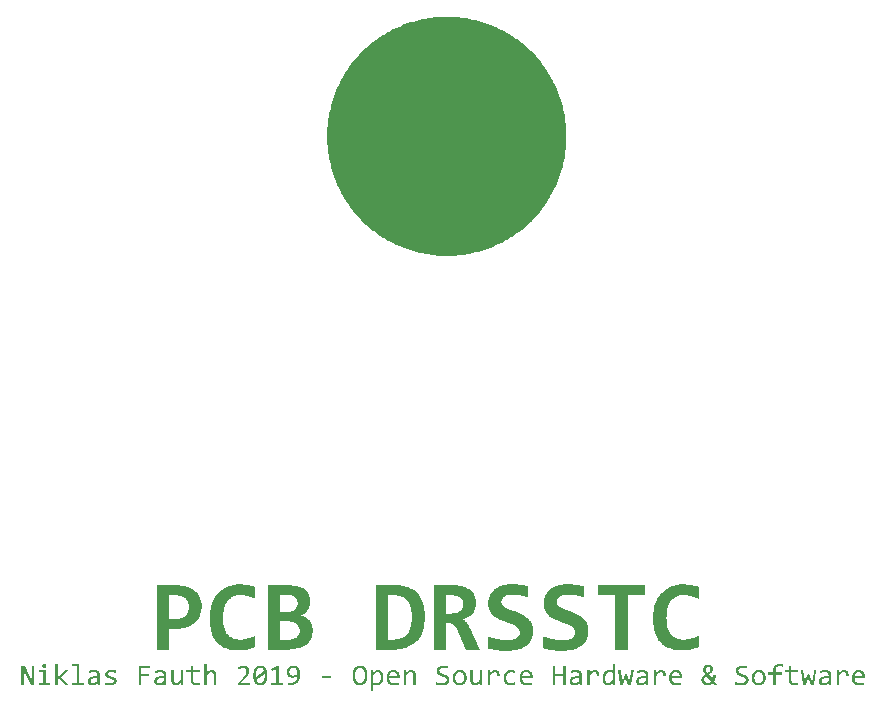
<source format=gto>
G04 Layer_Color=65535*
%FSLAX25Y25*%
%MOIN*%
G70*
G01*
G75*
%ADD14C,0.00984*%
G36*
X26797Y-178046D02*
X26851D01*
X26968Y-178062D01*
X27116Y-178077D01*
X27264Y-178109D01*
X27420Y-178148D01*
X27576Y-178202D01*
X27583D01*
X27591Y-178210D01*
X27646Y-178233D01*
X27716Y-178272D01*
X27809Y-178319D01*
X27911Y-178389D01*
X28027Y-178467D01*
X28137Y-178560D01*
X28245Y-178670D01*
X28261Y-178685D01*
X28292Y-178724D01*
X28339Y-178786D01*
X28401Y-178872D01*
X28464Y-178973D01*
X28534Y-179098D01*
X28604Y-179238D01*
X28658Y-179394D01*
Y-179402D01*
X28666Y-179410D01*
X28674Y-179433D01*
X28682Y-179464D01*
X28690Y-179511D01*
X28705Y-179558D01*
X28736Y-179667D01*
X28760Y-179807D01*
X28783Y-179971D01*
X28799Y-180150D01*
X28806Y-180344D01*
Y-180352D01*
Y-180376D01*
Y-180407D01*
Y-180446D01*
Y-180547D01*
X28799Y-180648D01*
Y-180656D01*
Y-180672D01*
Y-180695D01*
X28791Y-180726D01*
Y-180796D01*
X28783Y-180874D01*
X25317D01*
Y-180882D01*
Y-180905D01*
Y-180944D01*
X25324Y-180999D01*
X25332Y-181061D01*
X25340Y-181139D01*
X25355Y-181217D01*
X25371Y-181302D01*
X25418Y-181497D01*
X25496Y-181692D01*
X25542Y-181786D01*
X25597Y-181879D01*
X25667Y-181965D01*
X25737Y-182043D01*
X25745Y-182050D01*
X25760Y-182058D01*
X25784Y-182081D01*
X25815Y-182105D01*
X25862Y-182136D01*
X25916Y-182167D01*
X25979Y-182206D01*
X26049Y-182237D01*
X26127Y-182276D01*
X26220Y-182315D01*
X26321Y-182346D01*
X26430Y-182378D01*
X26547Y-182401D01*
X26680Y-182424D01*
X26812Y-182432D01*
X26960Y-182440D01*
X27093D01*
X27155Y-182432D01*
X27233D01*
X27389Y-182424D01*
X27428D01*
X27466Y-182416D01*
X27521D01*
X27591Y-182409D01*
X27661Y-182401D01*
X27809Y-182385D01*
X27817D01*
X27840Y-182378D01*
X27879Y-182370D01*
X27934Y-182362D01*
X27988Y-182354D01*
X28059Y-182339D01*
X28191Y-182315D01*
X28199D01*
X28222Y-182307D01*
X28261Y-182300D01*
X28308Y-182292D01*
X28417Y-182261D01*
X28541Y-182229D01*
Y-182931D01*
X28526Y-182938D01*
X28479Y-182946D01*
X28409Y-182970D01*
X28308Y-182985D01*
X28191Y-183016D01*
X28059Y-183040D01*
X27911Y-183071D01*
X27747Y-183094D01*
X27731D01*
X27700Y-183102D01*
X27669D01*
X27630Y-183110D01*
X27583D01*
X27466Y-183125D01*
X27334Y-183133D01*
X27178Y-183149D01*
X27015Y-183157D01*
X26726D01*
X26672Y-183149D01*
X26610D01*
X26462Y-183133D01*
X26290Y-183118D01*
X26103Y-183086D01*
X25916Y-183040D01*
X25737Y-182985D01*
X25729D01*
X25714Y-182977D01*
X25690Y-182970D01*
X25659Y-182954D01*
X25581Y-182915D01*
X25472Y-182861D01*
X25355Y-182790D01*
X25231Y-182705D01*
X25106Y-182604D01*
X24989Y-182487D01*
X24974Y-182471D01*
X24943Y-182424D01*
X24888Y-182354D01*
X24826Y-182261D01*
X24756Y-182144D01*
X24686Y-182011D01*
X24623Y-181856D01*
X24561Y-181684D01*
Y-181676D01*
X24553Y-181661D01*
X24545Y-181638D01*
X24538Y-181599D01*
X24530Y-181552D01*
X24514Y-181505D01*
X24506Y-181443D01*
X24491Y-181373D01*
X24467Y-181209D01*
X24444Y-181030D01*
X24428Y-180827D01*
X24421Y-180609D01*
Y-180601D01*
Y-180586D01*
Y-180555D01*
Y-180524D01*
X24428Y-180477D01*
Y-180422D01*
X24436Y-180290D01*
X24460Y-180142D01*
X24483Y-179978D01*
X24522Y-179799D01*
X24569Y-179628D01*
Y-179620D01*
X24576Y-179604D01*
X24584Y-179581D01*
X24600Y-179550D01*
X24631Y-179464D01*
X24678Y-179347D01*
X24740Y-179223D01*
X24818Y-179082D01*
X24904Y-178942D01*
X25005Y-178810D01*
Y-178802D01*
X25021Y-178794D01*
X25059Y-178755D01*
X25122Y-178685D01*
X25200Y-178607D01*
X25301Y-178522D01*
X25425Y-178428D01*
X25558Y-178334D01*
X25706Y-178249D01*
X25714D01*
X25722Y-178241D01*
X25745Y-178226D01*
X25784Y-178218D01*
X25823Y-178202D01*
X25870Y-178179D01*
X25986Y-178140D01*
X26127Y-178109D01*
X26290Y-178070D01*
X26469Y-178046D01*
X26664Y-178039D01*
X26750D01*
X26797Y-178046D01*
D02*
G37*
G36*
X4642D02*
X4696D01*
X4821Y-178062D01*
X4969Y-178077D01*
X5133Y-178109D01*
X5296Y-178155D01*
X5460Y-178210D01*
X5468D01*
X5475Y-178218D01*
X5499Y-178226D01*
X5530Y-178241D01*
X5608Y-178280D01*
X5709Y-178334D01*
X5818Y-178397D01*
X5935Y-178483D01*
X6052Y-178584D01*
X6169Y-178693D01*
X6184Y-178709D01*
X6215Y-178747D01*
X6270Y-178817D01*
X6340Y-178911D01*
X6410Y-179020D01*
X6488Y-179153D01*
X6558Y-179308D01*
X6621Y-179480D01*
Y-179488D01*
X6628Y-179503D01*
X6636Y-179526D01*
X6644Y-179565D01*
X6659Y-179604D01*
X6667Y-179659D01*
X6683Y-179721D01*
X6698Y-179791D01*
X6729Y-179955D01*
X6753Y-180134D01*
X6769Y-180344D01*
X6776Y-180562D01*
Y-180570D01*
Y-180586D01*
Y-180617D01*
Y-180656D01*
X6769Y-180710D01*
Y-180773D01*
X6753Y-180913D01*
X6737Y-181077D01*
X6706Y-181256D01*
X6667Y-181435D01*
X6613Y-181622D01*
Y-181630D01*
X6605Y-181645D01*
X6597Y-181669D01*
X6582Y-181700D01*
X6543Y-181793D01*
X6496Y-181902D01*
X6426Y-182027D01*
X6340Y-182167D01*
X6247Y-182307D01*
X6137Y-182440D01*
X6122Y-182456D01*
X6083Y-182494D01*
X6021Y-182557D01*
X5935Y-182635D01*
X5826Y-182720D01*
X5701Y-182806D01*
X5553Y-182892D01*
X5397Y-182970D01*
X5390D01*
X5374Y-182977D01*
X5351Y-182985D01*
X5320Y-183001D01*
X5281Y-183016D01*
X5234Y-183032D01*
X5109Y-183063D01*
X4961Y-183094D01*
X4798Y-183125D01*
X4611Y-183149D01*
X4408Y-183157D01*
X4315D01*
X4268Y-183149D01*
X4213D01*
X4089Y-183133D01*
X3941Y-183118D01*
X3777Y-183086D01*
X3613Y-183047D01*
X3450Y-182993D01*
X3442D01*
X3434Y-182985D01*
X3411Y-182977D01*
X3380Y-182962D01*
X3302Y-182923D01*
X3201Y-182868D01*
X3092Y-182806D01*
X2967Y-182720D01*
X2850Y-182619D01*
X2733Y-182510D01*
X2718Y-182494D01*
X2686Y-182456D01*
X2632Y-182385D01*
X2570Y-182292D01*
X2500Y-182175D01*
X2422Y-182043D01*
X2352Y-181895D01*
X2289Y-181723D01*
Y-181715D01*
X2281Y-181700D01*
X2274Y-181676D01*
X2266Y-181638D01*
X2258Y-181591D01*
X2242Y-181544D01*
X2227Y-181482D01*
X2219Y-181412D01*
X2188Y-181248D01*
X2165Y-181061D01*
X2149Y-180859D01*
X2141Y-180633D01*
Y-180625D01*
Y-180609D01*
Y-180578D01*
Y-180531D01*
X2149Y-180485D01*
Y-180422D01*
X2165Y-180282D01*
X2180Y-180119D01*
X2204Y-179947D01*
X2242Y-179760D01*
X2297Y-179581D01*
Y-179573D01*
X2305Y-179558D01*
X2313Y-179534D01*
X2328Y-179503D01*
X2367Y-179410D01*
X2414Y-179300D01*
X2484Y-179176D01*
X2562Y-179036D01*
X2655Y-178895D01*
X2764Y-178763D01*
Y-178755D01*
X2780Y-178747D01*
X2819Y-178709D01*
X2889Y-178646D01*
X2975Y-178568D01*
X3084Y-178483D01*
X3209Y-178397D01*
X3356Y-178311D01*
X3512Y-178233D01*
X3520D01*
X3536Y-178226D01*
X3559Y-178218D01*
X3590Y-178202D01*
X3629Y-178187D01*
X3676Y-178171D01*
X3801Y-178132D01*
X3949Y-178101D01*
X4112Y-178070D01*
X4299Y-178046D01*
X4502Y-178039D01*
X4595D01*
X4642Y-178046D01*
D02*
G37*
G36*
X-17513D02*
X-17458D01*
X-17342Y-178062D01*
X-17194Y-178077D01*
X-17045Y-178109D01*
X-16890Y-178148D01*
X-16734Y-178202D01*
X-16726D01*
X-16718Y-178210D01*
X-16664Y-178233D01*
X-16594Y-178272D01*
X-16500Y-178319D01*
X-16399Y-178389D01*
X-16282Y-178467D01*
X-16173Y-178560D01*
X-16064Y-178670D01*
X-16048Y-178685D01*
X-16017Y-178724D01*
X-15970Y-178786D01*
X-15908Y-178872D01*
X-15846Y-178973D01*
X-15776Y-179098D01*
X-15706Y-179238D01*
X-15651Y-179394D01*
Y-179402D01*
X-15643Y-179410D01*
X-15636Y-179433D01*
X-15628Y-179464D01*
X-15620Y-179511D01*
X-15604Y-179558D01*
X-15573Y-179667D01*
X-15550Y-179807D01*
X-15527Y-179971D01*
X-15511Y-180150D01*
X-15503Y-180344D01*
Y-180352D01*
Y-180376D01*
Y-180407D01*
Y-180446D01*
Y-180547D01*
X-15511Y-180648D01*
Y-180656D01*
Y-180672D01*
Y-180695D01*
X-15519Y-180726D01*
Y-180796D01*
X-15527Y-180874D01*
X-18993D01*
Y-180882D01*
Y-180905D01*
Y-180944D01*
X-18985Y-180999D01*
X-18978Y-181061D01*
X-18970Y-181139D01*
X-18954Y-181217D01*
X-18938Y-181302D01*
X-18892Y-181497D01*
X-18814Y-181692D01*
X-18767Y-181786D01*
X-18713Y-181879D01*
X-18643Y-181965D01*
X-18572Y-182043D01*
X-18565Y-182050D01*
X-18549Y-182058D01*
X-18526Y-182081D01*
X-18495Y-182105D01*
X-18448Y-182136D01*
X-18393Y-182167D01*
X-18331Y-182206D01*
X-18261Y-182237D01*
X-18183Y-182276D01*
X-18089Y-182315D01*
X-17988Y-182346D01*
X-17879Y-182378D01*
X-17762Y-182401D01*
X-17630Y-182424D01*
X-17497Y-182432D01*
X-17349Y-182440D01*
X-17217D01*
X-17155Y-182432D01*
X-17077D01*
X-16921Y-182424D01*
X-16882D01*
X-16843Y-182416D01*
X-16789D01*
X-16718Y-182409D01*
X-16648Y-182401D01*
X-16500Y-182385D01*
X-16492D01*
X-16469Y-182378D01*
X-16430Y-182370D01*
X-16376Y-182362D01*
X-16321Y-182354D01*
X-16251Y-182339D01*
X-16118Y-182315D01*
X-16111D01*
X-16087Y-182307D01*
X-16048Y-182300D01*
X-16002Y-182292D01*
X-15893Y-182261D01*
X-15768Y-182229D01*
Y-182931D01*
X-15784Y-182938D01*
X-15830Y-182946D01*
X-15900Y-182970D01*
X-16002Y-182985D01*
X-16118Y-183016D01*
X-16251Y-183040D01*
X-16399Y-183071D01*
X-16563Y-183094D01*
X-16578D01*
X-16609Y-183102D01*
X-16641D01*
X-16679Y-183110D01*
X-16726D01*
X-16843Y-183125D01*
X-16975Y-183133D01*
X-17131Y-183149D01*
X-17295Y-183157D01*
X-17583D01*
X-17638Y-183149D01*
X-17700D01*
X-17848Y-183133D01*
X-18019Y-183118D01*
X-18206Y-183086D01*
X-18393Y-183040D01*
X-18572Y-182985D01*
X-18580D01*
X-18596Y-182977D01*
X-18619Y-182970D01*
X-18650Y-182954D01*
X-18728Y-182915D01*
X-18837Y-182861D01*
X-18954Y-182790D01*
X-19079Y-182705D01*
X-19203Y-182604D01*
X-19320Y-182487D01*
X-19336Y-182471D01*
X-19367Y-182424D01*
X-19421Y-182354D01*
X-19484Y-182261D01*
X-19554Y-182144D01*
X-19624Y-182011D01*
X-19686Y-181856D01*
X-19749Y-181684D01*
Y-181676D01*
X-19757Y-181661D01*
X-19764Y-181638D01*
X-19772Y-181599D01*
X-19780Y-181552D01*
X-19795Y-181505D01*
X-19803Y-181443D01*
X-19819Y-181373D01*
X-19842Y-181209D01*
X-19865Y-181030D01*
X-19881Y-180827D01*
X-19889Y-180609D01*
Y-180601D01*
Y-180586D01*
Y-180555D01*
Y-180524D01*
X-19881Y-180477D01*
Y-180422D01*
X-19873Y-180290D01*
X-19850Y-180142D01*
X-19827Y-179978D01*
X-19788Y-179799D01*
X-19741Y-179628D01*
Y-179620D01*
X-19733Y-179604D01*
X-19725Y-179581D01*
X-19710Y-179550D01*
X-19679Y-179464D01*
X-19632Y-179347D01*
X-19569Y-179223D01*
X-19492Y-179082D01*
X-19406Y-178942D01*
X-19305Y-178810D01*
Y-178802D01*
X-19289Y-178794D01*
X-19250Y-178755D01*
X-19188Y-178685D01*
X-19110Y-178607D01*
X-19009Y-178522D01*
X-18884Y-178428D01*
X-18752Y-178334D01*
X-18604Y-178249D01*
X-18596D01*
X-18588Y-178241D01*
X-18565Y-178226D01*
X-18526Y-178218D01*
X-18487Y-178202D01*
X-18440Y-178179D01*
X-18323Y-178140D01*
X-18183Y-178109D01*
X-18019Y-178070D01*
X-17840Y-178046D01*
X-17645Y-178039D01*
X-17560D01*
X-17513Y-178046D01*
D02*
G37*
G36*
X126501D02*
X126610Y-178054D01*
X126734Y-178062D01*
X126867Y-178077D01*
X127007Y-178109D01*
X127147Y-178140D01*
X127155D01*
X127163Y-178148D01*
X127210Y-178155D01*
X127272Y-178179D01*
X127358Y-178218D01*
X127451Y-178257D01*
X127552Y-178311D01*
X127654Y-178374D01*
X127755Y-178444D01*
X127763Y-178451D01*
X127794Y-178483D01*
X127841Y-178522D01*
X127895Y-178584D01*
X127957Y-178654D01*
X128020Y-178740D01*
X128082Y-178841D01*
X128137Y-178950D01*
X128145Y-178965D01*
X128160Y-179005D01*
X128183Y-179067D01*
X128207Y-179153D01*
X128230Y-179262D01*
X128253Y-179378D01*
X128269Y-179519D01*
X128277Y-179667D01*
Y-183071D01*
X127506D01*
X127482Y-182409D01*
X127474Y-182416D01*
X127467Y-182424D01*
X127443Y-182448D01*
X127412Y-182471D01*
X127334Y-182541D01*
X127225Y-182627D01*
X127101Y-182720D01*
X126960Y-182822D01*
X126812Y-182907D01*
X126657Y-182985D01*
X126649D01*
X126641Y-182993D01*
X126618Y-183001D01*
X126586Y-183009D01*
X126501Y-183040D01*
X126392Y-183071D01*
X126259Y-183102D01*
X126111Y-183133D01*
X125955Y-183149D01*
X125784Y-183157D01*
X125714D01*
X125636Y-183149D01*
X125535Y-183141D01*
X125426Y-183133D01*
X125301Y-183110D01*
X125177Y-183086D01*
X125060Y-183055D01*
X125044Y-183047D01*
X125013Y-183032D01*
X124958Y-183009D01*
X124888Y-182977D01*
X124810Y-182938D01*
X124725Y-182884D01*
X124647Y-182822D01*
X124569Y-182759D01*
X124561Y-182752D01*
X124538Y-182728D01*
X124499Y-182681D01*
X124460Y-182627D01*
X124413Y-182564D01*
X124366Y-182487D01*
X124320Y-182401D01*
X124281Y-182307D01*
Y-182292D01*
X124265Y-182261D01*
X124257Y-182214D01*
X124242Y-182144D01*
X124226Y-182058D01*
X124211Y-181965D01*
X124203Y-181863D01*
X124195Y-181754D01*
Y-181747D01*
Y-181723D01*
Y-181684D01*
X124203Y-181630D01*
X124211Y-181567D01*
X124226Y-181497D01*
X124242Y-181412D01*
X124265Y-181326D01*
X124296Y-181232D01*
X124327Y-181139D01*
X124374Y-181045D01*
X124429Y-180944D01*
X124491Y-180851D01*
X124569Y-180757D01*
X124655Y-180672D01*
X124748Y-180586D01*
X124756Y-180578D01*
X124771Y-180570D01*
X124803Y-180547D01*
X124849Y-180524D01*
X124912Y-180485D01*
X124982Y-180453D01*
X125067Y-180414D01*
X125161Y-180376D01*
X125270Y-180337D01*
X125395Y-180298D01*
X125527Y-180259D01*
X125675Y-180227D01*
X125831Y-180204D01*
X126002Y-180181D01*
X126189Y-180173D01*
X126384Y-180165D01*
X127412D01*
Y-179737D01*
Y-179729D01*
Y-179713D01*
Y-179698D01*
X127404Y-179667D01*
X127397Y-179581D01*
X127373Y-179488D01*
X127342Y-179371D01*
X127288Y-179254D01*
X127217Y-179145D01*
X127124Y-179036D01*
X127108Y-179028D01*
X127069Y-178997D01*
X127007Y-178950D01*
X126914Y-178903D01*
X126789Y-178857D01*
X126641Y-178810D01*
X126470Y-178779D01*
X126267Y-178771D01*
X126197D01*
X126111Y-178779D01*
X126010D01*
X125885Y-178794D01*
X125745Y-178810D01*
X125597Y-178833D01*
X125441Y-178864D01*
X125434D01*
X125426Y-178872D01*
X125402D01*
X125371Y-178880D01*
X125293Y-178903D01*
X125184Y-178934D01*
X125060Y-178973D01*
X124919Y-179012D01*
X124764Y-179067D01*
X124608Y-179129D01*
Y-178358D01*
X124616D01*
X124639Y-178350D01*
X124670Y-178334D01*
X124709Y-178327D01*
X124764Y-178303D01*
X124826Y-178288D01*
X124966Y-178249D01*
X124974D01*
X125005Y-178241D01*
X125044Y-178226D01*
X125099Y-178210D01*
X125161Y-178194D01*
X125231Y-178179D01*
X125387Y-178148D01*
X125395D01*
X125426Y-178140D01*
X125472Y-178132D01*
X125527Y-178116D01*
X125597Y-178109D01*
X125683Y-178093D01*
X125854Y-178070D01*
X125862D01*
X125893Y-178062D01*
X125940D01*
X126002Y-178054D01*
X126080Y-178046D01*
X126158D01*
X126337Y-178039D01*
X126415D01*
X126501Y-178046D01*
D02*
G37*
G36*
X43420D02*
X43529Y-178054D01*
X43654Y-178062D01*
X43787Y-178077D01*
X43927Y-178109D01*
X44067Y-178140D01*
X44075D01*
X44083Y-178148D01*
X44129Y-178155D01*
X44192Y-178179D01*
X44277Y-178218D01*
X44371Y-178257D01*
X44472Y-178311D01*
X44573Y-178374D01*
X44675Y-178444D01*
X44682Y-178451D01*
X44714Y-178483D01*
X44760Y-178522D01*
X44815Y-178584D01*
X44877Y-178654D01*
X44940Y-178740D01*
X45002Y-178841D01*
X45056Y-178950D01*
X45064Y-178965D01*
X45080Y-179005D01*
X45103Y-179067D01*
X45126Y-179153D01*
X45150Y-179262D01*
X45173Y-179378D01*
X45189Y-179519D01*
X45197Y-179667D01*
Y-183071D01*
X44425D01*
X44402Y-182409D01*
X44394Y-182416D01*
X44386Y-182424D01*
X44363Y-182448D01*
X44332Y-182471D01*
X44254Y-182541D01*
X44145Y-182627D01*
X44020Y-182720D01*
X43880Y-182822D01*
X43732Y-182907D01*
X43576Y-182985D01*
X43569D01*
X43561Y-182993D01*
X43537Y-183001D01*
X43506Y-183009D01*
X43420Y-183040D01*
X43311Y-183071D01*
X43179Y-183102D01*
X43031Y-183133D01*
X42875Y-183149D01*
X42704Y-183157D01*
X42634D01*
X42556Y-183149D01*
X42454Y-183141D01*
X42345Y-183133D01*
X42221Y-183110D01*
X42096Y-183086D01*
X41979Y-183055D01*
X41964Y-183047D01*
X41932Y-183032D01*
X41878Y-183009D01*
X41808Y-182977D01*
X41730Y-182938D01*
X41644Y-182884D01*
X41566Y-182822D01*
X41489Y-182759D01*
X41481Y-182752D01*
X41457Y-182728D01*
X41418Y-182681D01*
X41379Y-182627D01*
X41333Y-182564D01*
X41286Y-182487D01*
X41239Y-182401D01*
X41200Y-182307D01*
Y-182292D01*
X41185Y-182261D01*
X41177Y-182214D01*
X41161Y-182144D01*
X41146Y-182058D01*
X41130Y-181965D01*
X41122Y-181863D01*
X41115Y-181754D01*
Y-181747D01*
Y-181723D01*
Y-181684D01*
X41122Y-181630D01*
X41130Y-181567D01*
X41146Y-181497D01*
X41161Y-181412D01*
X41185Y-181326D01*
X41216Y-181232D01*
X41247Y-181139D01*
X41294Y-181045D01*
X41348Y-180944D01*
X41411Y-180851D01*
X41489Y-180757D01*
X41574Y-180672D01*
X41668Y-180586D01*
X41675Y-180578D01*
X41691Y-180570D01*
X41722Y-180547D01*
X41769Y-180524D01*
X41831Y-180485D01*
X41901Y-180453D01*
X41987Y-180414D01*
X42081Y-180376D01*
X42190Y-180337D01*
X42314Y-180298D01*
X42447Y-180259D01*
X42595Y-180227D01*
X42750Y-180204D01*
X42922Y-180181D01*
X43109Y-180173D01*
X43304Y-180165D01*
X44332D01*
Y-179737D01*
Y-179729D01*
Y-179713D01*
Y-179698D01*
X44324Y-179667D01*
X44316Y-179581D01*
X44293Y-179488D01*
X44262Y-179371D01*
X44207Y-179254D01*
X44137Y-179145D01*
X44044Y-179036D01*
X44028Y-179028D01*
X43989Y-178997D01*
X43927Y-178950D01*
X43833Y-178903D01*
X43709Y-178857D01*
X43561Y-178810D01*
X43389Y-178779D01*
X43187Y-178771D01*
X43117D01*
X43031Y-178779D01*
X42930D01*
X42805Y-178794D01*
X42665Y-178810D01*
X42517Y-178833D01*
X42361Y-178864D01*
X42353D01*
X42345Y-178872D01*
X42322D01*
X42291Y-178880D01*
X42213Y-178903D01*
X42104Y-178934D01*
X41979Y-178973D01*
X41839Y-179012D01*
X41683Y-179067D01*
X41528Y-179129D01*
Y-178358D01*
X41535D01*
X41559Y-178350D01*
X41590Y-178334D01*
X41629Y-178327D01*
X41683Y-178303D01*
X41746Y-178288D01*
X41886Y-178249D01*
X41894D01*
X41925Y-178241D01*
X41964Y-178226D01*
X42018Y-178210D01*
X42081Y-178194D01*
X42151Y-178179D01*
X42307Y-178148D01*
X42314D01*
X42345Y-178140D01*
X42392Y-178132D01*
X42447Y-178116D01*
X42517Y-178109D01*
X42603Y-178093D01*
X42774Y-178070D01*
X42782D01*
X42813Y-178062D01*
X42860D01*
X42922Y-178054D01*
X43000Y-178046D01*
X43078D01*
X43257Y-178039D01*
X43335D01*
X43420Y-178046D01*
D02*
G37*
G36*
X65575D02*
X65684Y-178054D01*
X65809Y-178062D01*
X65941Y-178077D01*
X66082Y-178109D01*
X66222Y-178140D01*
X66230D01*
X66237Y-178148D01*
X66284Y-178155D01*
X66346Y-178179D01*
X66432Y-178218D01*
X66526Y-178257D01*
X66627Y-178311D01*
X66728Y-178374D01*
X66829Y-178444D01*
X66837Y-178451D01*
X66868Y-178483D01*
X66915Y-178522D01*
X66970Y-178584D01*
X67032Y-178654D01*
X67094Y-178740D01*
X67157Y-178841D01*
X67211Y-178950D01*
X67219Y-178965D01*
X67234Y-179005D01*
X67258Y-179067D01*
X67281Y-179153D01*
X67305Y-179262D01*
X67328Y-179378D01*
X67343Y-179519D01*
X67351Y-179667D01*
Y-183071D01*
X66580D01*
X66557Y-182409D01*
X66549Y-182416D01*
X66541Y-182424D01*
X66518Y-182448D01*
X66487Y-182471D01*
X66409Y-182541D01*
X66300Y-182627D01*
X66175Y-182720D01*
X66035Y-182822D01*
X65887Y-182907D01*
X65731Y-182985D01*
X65723D01*
X65715Y-182993D01*
X65692Y-183001D01*
X65661Y-183009D01*
X65575Y-183040D01*
X65466Y-183071D01*
X65334Y-183102D01*
X65186Y-183133D01*
X65030Y-183149D01*
X64859Y-183157D01*
X64788D01*
X64710Y-183149D01*
X64609Y-183141D01*
X64500Y-183133D01*
X64376Y-183110D01*
X64251Y-183086D01*
X64134Y-183055D01*
X64118Y-183047D01*
X64087Y-183032D01*
X64033Y-183009D01*
X63963Y-182977D01*
X63885Y-182938D01*
X63799Y-182884D01*
X63721Y-182822D01*
X63643Y-182759D01*
X63635Y-182752D01*
X63612Y-182728D01*
X63573Y-182681D01*
X63534Y-182627D01*
X63487Y-182564D01*
X63441Y-182487D01*
X63394Y-182401D01*
X63355Y-182307D01*
Y-182292D01*
X63340Y-182261D01*
X63332Y-182214D01*
X63316Y-182144D01*
X63301Y-182058D01*
X63285Y-181965D01*
X63277Y-181863D01*
X63269Y-181754D01*
Y-181747D01*
Y-181723D01*
Y-181684D01*
X63277Y-181630D01*
X63285Y-181567D01*
X63301Y-181497D01*
X63316Y-181412D01*
X63340Y-181326D01*
X63371Y-181232D01*
X63402Y-181139D01*
X63449Y-181045D01*
X63503Y-180944D01*
X63565Y-180851D01*
X63643Y-180757D01*
X63729Y-180672D01*
X63823Y-180586D01*
X63830Y-180578D01*
X63846Y-180570D01*
X63877Y-180547D01*
X63924Y-180524D01*
X63986Y-180485D01*
X64056Y-180453D01*
X64142Y-180414D01*
X64235Y-180376D01*
X64344Y-180337D01*
X64469Y-180298D01*
X64601Y-180259D01*
X64749Y-180227D01*
X64905Y-180204D01*
X65077Y-180181D01*
X65264Y-180173D01*
X65458Y-180165D01*
X66487D01*
Y-179737D01*
Y-179729D01*
Y-179713D01*
Y-179698D01*
X66479Y-179667D01*
X66471Y-179581D01*
X66448Y-179488D01*
X66417Y-179371D01*
X66362Y-179254D01*
X66292Y-179145D01*
X66198Y-179036D01*
X66183Y-179028D01*
X66144Y-178997D01*
X66082Y-178950D01*
X65988Y-178903D01*
X65863Y-178857D01*
X65715Y-178810D01*
X65544Y-178779D01*
X65342Y-178771D01*
X65271D01*
X65186Y-178779D01*
X65084D01*
X64960Y-178794D01*
X64820Y-178810D01*
X64672Y-178833D01*
X64516Y-178864D01*
X64508D01*
X64500Y-178872D01*
X64477D01*
X64446Y-178880D01*
X64368Y-178903D01*
X64259Y-178934D01*
X64134Y-178973D01*
X63994Y-179012D01*
X63838Y-179067D01*
X63682Y-179129D01*
Y-178358D01*
X63690D01*
X63713Y-178350D01*
X63745Y-178334D01*
X63784Y-178327D01*
X63838Y-178303D01*
X63900Y-178288D01*
X64041Y-178249D01*
X64048D01*
X64079Y-178241D01*
X64118Y-178226D01*
X64173Y-178210D01*
X64235Y-178194D01*
X64305Y-178179D01*
X64461Y-178148D01*
X64469D01*
X64500Y-178140D01*
X64547Y-178132D01*
X64601Y-178116D01*
X64672Y-178109D01*
X64757Y-178093D01*
X64929Y-178070D01*
X64936D01*
X64968Y-178062D01*
X65014D01*
X65077Y-178054D01*
X65154Y-178046D01*
X65232D01*
X65412Y-178039D01*
X65490D01*
X65575Y-178046D01*
D02*
G37*
G36*
X87465Y-176270D02*
X87559Y-176278D01*
X87668Y-176294D01*
X87784Y-176309D01*
X87901Y-176340D01*
X88018Y-176379D01*
X88034Y-176387D01*
X88073Y-176403D01*
X88127Y-176426D01*
X88197Y-176465D01*
X88275Y-176504D01*
X88361Y-176558D01*
X88447Y-176621D01*
X88525Y-176691D01*
X88532Y-176699D01*
X88556Y-176722D01*
X88595Y-176769D01*
X88641Y-176823D01*
X88688Y-176886D01*
X88735Y-176963D01*
X88789Y-177049D01*
X88828Y-177143D01*
X88836Y-177150D01*
X88844Y-177189D01*
X88859Y-177236D01*
X88883Y-177306D01*
X88898Y-177392D01*
X88914Y-177485D01*
X88922Y-177587D01*
X88930Y-177696D01*
Y-177704D01*
Y-177711D01*
Y-177758D01*
X88922Y-177828D01*
X88914Y-177914D01*
X88898Y-178015D01*
X88875Y-178124D01*
X88844Y-178233D01*
X88797Y-178342D01*
X88789Y-178358D01*
X88774Y-178389D01*
X88750Y-178444D01*
X88712Y-178506D01*
X88665Y-178584D01*
X88610Y-178662D01*
X88540Y-178747D01*
X88470Y-178833D01*
X88462Y-178841D01*
X88431Y-178872D01*
X88392Y-178911D01*
X88338Y-178958D01*
X88267Y-179020D01*
X88190Y-179082D01*
X88096Y-179153D01*
X88003Y-179215D01*
X87995Y-179223D01*
X87956Y-179246D01*
X87909Y-179277D01*
X87839Y-179316D01*
X87761Y-179363D01*
X87668Y-179417D01*
X87473Y-179534D01*
X88743Y-181123D01*
Y-181116D01*
X88750Y-181100D01*
X88766Y-181061D01*
X88774Y-181022D01*
X88789Y-180960D01*
X88813Y-180897D01*
X88828Y-180820D01*
X88844Y-180726D01*
X88867Y-180633D01*
X88883Y-180524D01*
X88898Y-180407D01*
X88914Y-180282D01*
X88937Y-180009D01*
X88945Y-179713D01*
X89810D01*
Y-179721D01*
Y-179745D01*
Y-179776D01*
Y-179822D01*
Y-179877D01*
X89802Y-179947D01*
Y-180017D01*
X89794Y-180103D01*
X89779Y-180282D01*
X89755Y-180485D01*
X89724Y-180687D01*
X89678Y-180890D01*
Y-180897D01*
X89670Y-180913D01*
X89662Y-180944D01*
X89654Y-180975D01*
X89639Y-181022D01*
X89623Y-181077D01*
X89584Y-181209D01*
X89537Y-181349D01*
X89467Y-181513D01*
X89397Y-181676D01*
X89311Y-181832D01*
X90308Y-183071D01*
X89171D01*
X88743Y-182541D01*
X88727Y-182557D01*
X88680Y-182588D01*
X88610Y-182642D01*
X88517Y-182705D01*
X88400Y-182783D01*
X88260Y-182853D01*
X88112Y-182931D01*
X87956Y-182993D01*
X87948D01*
X87940Y-183001D01*
X87917Y-183009D01*
X87878Y-183016D01*
X87839Y-183024D01*
X87792Y-183040D01*
X87683Y-183063D01*
X87543Y-183094D01*
X87387Y-183118D01*
X87216Y-183133D01*
X87029Y-183141D01*
X86951D01*
X86904Y-183133D01*
X86857D01*
X86741Y-183125D01*
X86608Y-183110D01*
X86468Y-183086D01*
X86320Y-183055D01*
X86180Y-183009D01*
X86172D01*
X86164Y-183001D01*
X86117Y-182985D01*
X86047Y-182954D01*
X85962Y-182915D01*
X85868Y-182861D01*
X85759Y-182798D01*
X85658Y-182728D01*
X85557Y-182642D01*
X85549Y-182635D01*
X85518Y-182596D01*
X85471Y-182549D01*
X85416Y-182479D01*
X85354Y-182401D01*
X85292Y-182300D01*
X85229Y-182191D01*
X85175Y-182074D01*
Y-182066D01*
X85167Y-182058D01*
X85159Y-182011D01*
X85136Y-181949D01*
X85113Y-181856D01*
X85089Y-181747D01*
X85074Y-181622D01*
X85058Y-181490D01*
X85050Y-181342D01*
Y-181334D01*
Y-181326D01*
Y-181279D01*
X85058Y-181209D01*
X85066Y-181116D01*
X85074Y-181014D01*
X85089Y-180905D01*
X85113Y-180788D01*
X85144Y-180679D01*
X85151Y-180664D01*
X85159Y-180633D01*
X85183Y-180570D01*
X85214Y-180500D01*
X85253Y-180422D01*
X85299Y-180337D01*
X85409Y-180157D01*
X85416Y-180150D01*
X85440Y-180119D01*
X85471Y-180072D01*
X85525Y-180017D01*
X85580Y-179955D01*
X85642Y-179885D01*
X85798Y-179752D01*
X85806Y-179745D01*
X85837Y-179721D01*
X85884Y-179690D01*
X85938Y-179643D01*
X86008Y-179596D01*
X86086Y-179542D01*
X86258Y-179425D01*
X86149Y-179277D01*
Y-179269D01*
X86133Y-179262D01*
X86102Y-179215D01*
X86055Y-179153D01*
X85993Y-179059D01*
X85923Y-178958D01*
X85853Y-178841D01*
X85790Y-178716D01*
X85736Y-178592D01*
Y-178584D01*
X85728Y-178576D01*
X85712Y-178529D01*
X85697Y-178459D01*
X85673Y-178374D01*
X85642Y-178272D01*
X85627Y-178155D01*
X85611Y-178031D01*
X85603Y-177906D01*
Y-177898D01*
Y-177891D01*
Y-177844D01*
X85611Y-177774D01*
X85619Y-177688D01*
X85627Y-177587D01*
X85650Y-177478D01*
X85673Y-177361D01*
X85712Y-177252D01*
X85720Y-177236D01*
X85736Y-177197D01*
X85759Y-177143D01*
X85798Y-177073D01*
X85845Y-176987D01*
X85907Y-176901D01*
X85969Y-176815D01*
X86047Y-176730D01*
X86055Y-176722D01*
X86086Y-176691D01*
X86133Y-176652D01*
X86195Y-176605D01*
X86273Y-176551D01*
X86367Y-176496D01*
X86468Y-176434D01*
X86585Y-176387D01*
X86600Y-176379D01*
X86639Y-176364D01*
X86709Y-176348D01*
X86803Y-176325D01*
X86912Y-176301D01*
X87037Y-176278D01*
X87177Y-176270D01*
X87325Y-176262D01*
X87395D01*
X87465Y-176270D01*
D02*
G37*
G36*
X79714Y-149541D02*
X80207Y-149566D01*
X80441D01*
X80623Y-149592D01*
X80805Y-149618D01*
X81013D01*
X81480Y-149696D01*
X81506D01*
X81584Y-149722D01*
X81714D01*
X81870Y-149748D01*
X82052Y-149774D01*
X82260Y-149826D01*
X82727Y-149930D01*
X82753D01*
X82831Y-149956D01*
X82961Y-149982D01*
X83143Y-150034D01*
X83351Y-150086D01*
X83585Y-150138D01*
X84078Y-150294D01*
Y-154295D01*
X84052D01*
X84026Y-154269D01*
X83948Y-154243D01*
X83845Y-154191D01*
X83559Y-154061D01*
X83221Y-153931D01*
X82805Y-153775D01*
X82364Y-153619D01*
X81896Y-153489D01*
X81402Y-153360D01*
X81376D01*
X81350Y-153334D01*
X81195Y-153308D01*
X80935Y-153256D01*
X80649Y-153204D01*
X80285Y-153152D01*
X79896Y-153126D01*
X79506Y-153074D01*
X78856D01*
X78571Y-153100D01*
X78207Y-153152D01*
X77791Y-153204D01*
X77376Y-153308D01*
X76908Y-153463D01*
X76492Y-153645D01*
X76440Y-153671D01*
X76310Y-153749D01*
X76103Y-153879D01*
X75869Y-154035D01*
X75583Y-154269D01*
X75271Y-154529D01*
X74985Y-154841D01*
X74699Y-155178D01*
X74674Y-155230D01*
X74596Y-155360D01*
X74466Y-155568D01*
X74310Y-155854D01*
X74154Y-156191D01*
X73998Y-156581D01*
X73816Y-157049D01*
X73686Y-157542D01*
Y-157568D01*
Y-157594D01*
X73660Y-157672D01*
X73634Y-157776D01*
X73582Y-158062D01*
X73530Y-158426D01*
X73479Y-158867D01*
X73427Y-159387D01*
X73400Y-159959D01*
X73375Y-160556D01*
Y-160582D01*
Y-160634D01*
Y-160712D01*
Y-160842D01*
Y-160998D01*
X73400Y-161180D01*
X73427Y-161595D01*
X73453Y-162063D01*
X73505Y-162583D01*
X73582Y-163128D01*
X73686Y-163648D01*
Y-163674D01*
X73712Y-163700D01*
Y-163778D01*
X73738Y-163882D01*
X73842Y-164141D01*
X73946Y-164453D01*
X74102Y-164817D01*
X74258Y-165207D01*
X74492Y-165596D01*
X74726Y-165986D01*
X74752Y-166038D01*
X74855Y-166142D01*
X75011Y-166298D01*
X75219Y-166506D01*
X75479Y-166739D01*
X75791Y-166973D01*
X76154Y-167207D01*
X76544Y-167415D01*
X76596Y-167441D01*
X76752Y-167493D01*
X76960Y-167571D01*
X77272Y-167649D01*
X77661Y-167753D01*
X78103Y-167831D01*
X78623Y-167882D01*
X79168Y-167908D01*
X79376D01*
X79506Y-167882D01*
X79688D01*
X79870Y-167857D01*
X80311Y-167805D01*
X80337D01*
X80415Y-167779D01*
X80545Y-167753D01*
X80727Y-167727D01*
X80909Y-167701D01*
X81143Y-167649D01*
X81610Y-167545D01*
X81636D01*
X81714Y-167519D01*
X81844Y-167467D01*
X82026Y-167415D01*
X82208Y-167363D01*
X82416Y-167285D01*
X82883Y-167129D01*
X82909D01*
X82987Y-167077D01*
X83117Y-167051D01*
X83273Y-166973D01*
X83663Y-166817D01*
X84078Y-166635D01*
Y-170403D01*
X84052D01*
X84026Y-170429D01*
X83948Y-170455D01*
X83819Y-170506D01*
X83559Y-170610D01*
X83195Y-170740D01*
X82753Y-170870D01*
X82286Y-171026D01*
X81792Y-171156D01*
X81273Y-171260D01*
X81221D01*
X81143Y-171286D01*
X81039Y-171312D01*
X80779Y-171338D01*
X80441Y-171390D01*
X80026Y-171442D01*
X79558Y-171494D01*
X79038Y-171520D01*
X78519Y-171546D01*
X78129D01*
X77921Y-171520D01*
X77687D01*
X77427Y-171494D01*
X77142Y-171468D01*
X76492Y-171390D01*
X75817Y-171260D01*
X75115Y-171104D01*
X74414Y-170870D01*
X74388D01*
X74336Y-170844D01*
X74232Y-170792D01*
X74128Y-170740D01*
X73972Y-170662D01*
X73790Y-170584D01*
X73375Y-170377D01*
X72881Y-170091D01*
X72387Y-169753D01*
X71894Y-169337D01*
X71400Y-168870D01*
X71374Y-168844D01*
X71348Y-168818D01*
X71296Y-168740D01*
X71192Y-168636D01*
X71088Y-168506D01*
X70984Y-168324D01*
X70725Y-167934D01*
X70413Y-167467D01*
X70101Y-166895D01*
X69815Y-166246D01*
X69555Y-165518D01*
Y-165492D01*
X69529Y-165414D01*
X69503Y-165310D01*
X69452Y-165155D01*
X69400Y-164973D01*
X69348Y-164739D01*
X69296Y-164479D01*
X69244Y-164193D01*
X69192Y-163856D01*
X69140Y-163492D01*
X69088Y-163128D01*
X69036Y-162712D01*
X68958Y-161829D01*
X68932Y-160868D01*
Y-160842D01*
Y-160738D01*
Y-160608D01*
Y-160400D01*
X68958Y-160166D01*
Y-159907D01*
X68984Y-159595D01*
X69010Y-159257D01*
X69088Y-158504D01*
X69218Y-157698D01*
X69374Y-156867D01*
X69608Y-156061D01*
Y-156036D01*
X69634Y-155958D01*
X69685Y-155854D01*
X69737Y-155698D01*
X69815Y-155516D01*
X69893Y-155308D01*
X70127Y-154815D01*
X70387Y-154269D01*
X70725Y-153671D01*
X71140Y-153074D01*
X71582Y-152502D01*
X71608Y-152476D01*
X71634Y-152450D01*
X71712Y-152372D01*
X71816Y-152269D01*
X72076Y-152009D01*
X72439Y-151671D01*
X72907Y-151333D01*
X73427Y-150944D01*
X74024Y-150606D01*
X74674Y-150294D01*
X74699D01*
X74752Y-150268D01*
X74855Y-150216D01*
X75011Y-150164D01*
X75167Y-150112D01*
X75375Y-150034D01*
X75609Y-149982D01*
X75895Y-149904D01*
X76180Y-149826D01*
X76492Y-149748D01*
X77194Y-149644D01*
X77973Y-149541D01*
X78804Y-149515D01*
X79480D01*
X79714Y-149541D01*
D02*
G37*
G36*
X-87709Y-183071D02*
X-88480D01*
X-88511Y-182276D01*
X-88519Y-182284D01*
X-88550Y-182315D01*
X-88589Y-182370D01*
X-88643Y-182424D01*
X-88706Y-182494D01*
X-88784Y-182564D01*
X-88854Y-182635D01*
X-88932Y-182705D01*
X-88939Y-182712D01*
X-88963Y-182728D01*
X-89010Y-182759D01*
X-89056Y-182798D01*
X-89119Y-182837D01*
X-89181Y-182884D01*
X-89329Y-182970D01*
X-89337Y-182977D01*
X-89360Y-182985D01*
X-89399Y-183001D01*
X-89454Y-183024D01*
X-89508Y-183047D01*
X-89578Y-183071D01*
X-89726Y-183110D01*
X-89734D01*
X-89757Y-183118D01*
X-89796Y-183125D01*
X-89851Y-183133D01*
X-89913Y-183141D01*
X-89983Y-183149D01*
X-90147Y-183157D01*
X-90217D01*
X-90272Y-183149D01*
X-90334Y-183141D01*
X-90412Y-183133D01*
X-90490Y-183118D01*
X-90575Y-183102D01*
X-90762Y-183047D01*
X-90856Y-183009D01*
X-90957Y-182970D01*
X-91050Y-182915D01*
X-91136Y-182861D01*
X-91222Y-182790D01*
X-91300Y-182712D01*
X-91308Y-182705D01*
X-91315Y-182689D01*
X-91331Y-182666D01*
X-91362Y-182627D01*
X-91386Y-182580D01*
X-91417Y-182526D01*
X-91456Y-182456D01*
X-91487Y-182378D01*
X-91526Y-182292D01*
X-91557Y-182191D01*
X-91596Y-182074D01*
X-91619Y-181957D01*
X-91643Y-181825D01*
X-91666Y-181684D01*
X-91674Y-181528D01*
X-91681Y-181365D01*
Y-178132D01*
X-90825D01*
Y-181295D01*
Y-181310D01*
Y-181342D01*
X-90817Y-181396D01*
X-90809Y-181474D01*
X-90801Y-181560D01*
X-90778Y-181653D01*
X-90754Y-181754D01*
X-90716Y-181856D01*
X-90677Y-181965D01*
X-90614Y-182066D01*
X-90552Y-182159D01*
X-90466Y-182245D01*
X-90373Y-182323D01*
X-90256Y-182378D01*
X-90123Y-182409D01*
X-89976Y-182424D01*
X-89913D01*
X-89874Y-182416D01*
X-89773Y-182409D01*
X-89664Y-182385D01*
X-89656D01*
X-89640Y-182378D01*
X-89609Y-182362D01*
X-89570Y-182346D01*
X-89469Y-182300D01*
X-89352Y-182222D01*
X-89345Y-182214D01*
X-89321Y-182198D01*
X-89290Y-182175D01*
X-89243Y-182136D01*
X-89189Y-182097D01*
X-89126Y-182043D01*
X-89064Y-181980D01*
X-88994Y-181910D01*
X-88986Y-181902D01*
X-88963Y-181871D01*
X-88924Y-181832D01*
X-88869Y-181770D01*
X-88807Y-181700D01*
X-88737Y-181614D01*
X-88651Y-181521D01*
X-88565Y-181412D01*
Y-178132D01*
X-87709D01*
Y-183071D01*
D02*
G37*
G36*
X-68061Y-149541D02*
X-67567Y-149566D01*
X-67333D01*
X-67151Y-149592D01*
X-66969Y-149618D01*
X-66761D01*
X-66294Y-149696D01*
X-66268D01*
X-66190Y-149722D01*
X-66060D01*
X-65904Y-149748D01*
X-65722Y-149774D01*
X-65514Y-149826D01*
X-65047Y-149930D01*
X-65021D01*
X-64943Y-149956D01*
X-64813Y-149982D01*
X-64631Y-150034D01*
X-64423Y-150086D01*
X-64189Y-150138D01*
X-63696Y-150294D01*
Y-154295D01*
X-63722D01*
X-63748Y-154269D01*
X-63826Y-154243D01*
X-63930Y-154191D01*
X-64215Y-154061D01*
X-64553Y-153931D01*
X-64969Y-153775D01*
X-65411Y-153619D01*
X-65878Y-153489D01*
X-66372Y-153360D01*
X-66398D01*
X-66424Y-153334D01*
X-66580Y-153308D01*
X-66839Y-153256D01*
X-67125Y-153204D01*
X-67489Y-153152D01*
X-67879Y-153126D01*
X-68268Y-153074D01*
X-68918D01*
X-69204Y-153100D01*
X-69567Y-153152D01*
X-69983Y-153204D01*
X-70399Y-153308D01*
X-70866Y-153463D01*
X-71282Y-153645D01*
X-71334Y-153671D01*
X-71464Y-153749D01*
X-71672Y-153879D01*
X-71906Y-154035D01*
X-72191Y-154269D01*
X-72503Y-154529D01*
X-72789Y-154841D01*
X-73075Y-155178D01*
X-73101Y-155230D01*
X-73179Y-155360D01*
X-73308Y-155568D01*
X-73464Y-155854D01*
X-73620Y-156191D01*
X-73776Y-156581D01*
X-73958Y-157049D01*
X-74088Y-157542D01*
Y-157568D01*
Y-157594D01*
X-74114Y-157672D01*
X-74140Y-157776D01*
X-74192Y-158062D01*
X-74244Y-158426D01*
X-74296Y-158867D01*
X-74348Y-159387D01*
X-74374Y-159959D01*
X-74400Y-160556D01*
Y-160582D01*
Y-160634D01*
Y-160712D01*
Y-160842D01*
Y-160998D01*
X-74374Y-161180D01*
X-74348Y-161595D01*
X-74322Y-162063D01*
X-74270Y-162583D01*
X-74192Y-163128D01*
X-74088Y-163648D01*
Y-163674D01*
X-74062Y-163700D01*
Y-163778D01*
X-74036Y-163882D01*
X-73932Y-164141D01*
X-73828Y-164453D01*
X-73672Y-164817D01*
X-73516Y-165207D01*
X-73282Y-165596D01*
X-73049Y-165986D01*
X-73023Y-166038D01*
X-72919Y-166142D01*
X-72763Y-166298D01*
X-72555Y-166506D01*
X-72295Y-166739D01*
X-71983Y-166973D01*
X-71620Y-167207D01*
X-71230Y-167415D01*
X-71178Y-167441D01*
X-71022Y-167493D01*
X-70814Y-167571D01*
X-70503Y-167649D01*
X-70113Y-167753D01*
X-69671Y-167831D01*
X-69152Y-167882D01*
X-68606Y-167908D01*
X-68398D01*
X-68268Y-167882D01*
X-68086D01*
X-67905Y-167857D01*
X-67463Y-167805D01*
X-67437D01*
X-67359Y-167779D01*
X-67229Y-167753D01*
X-67047Y-167727D01*
X-66865Y-167701D01*
X-66632Y-167649D01*
X-66164Y-167545D01*
X-66138D01*
X-66060Y-167519D01*
X-65930Y-167467D01*
X-65748Y-167415D01*
X-65566Y-167363D01*
X-65359Y-167285D01*
X-64891Y-167129D01*
X-64865D01*
X-64787Y-167077D01*
X-64657Y-167051D01*
X-64501Y-166973D01*
X-64112Y-166817D01*
X-63696Y-166635D01*
Y-170403D01*
X-63722D01*
X-63748Y-170429D01*
X-63826Y-170455D01*
X-63956Y-170506D01*
X-64215Y-170610D01*
X-64579Y-170740D01*
X-65021Y-170870D01*
X-65488Y-171026D01*
X-65982Y-171156D01*
X-66502Y-171260D01*
X-66554D01*
X-66632Y-171286D01*
X-66736Y-171312D01*
X-66995Y-171338D01*
X-67333Y-171390D01*
X-67749Y-171442D01*
X-68216Y-171494D01*
X-68736Y-171520D01*
X-69256Y-171546D01*
X-69645D01*
X-69853Y-171520D01*
X-70087D01*
X-70347Y-171494D01*
X-70633Y-171468D01*
X-71282Y-171390D01*
X-71958Y-171260D01*
X-72659Y-171104D01*
X-73361Y-170870D01*
X-73387D01*
X-73438Y-170844D01*
X-73542Y-170792D01*
X-73646Y-170740D01*
X-73802Y-170662D01*
X-73984Y-170584D01*
X-74400Y-170377D01*
X-74893Y-170091D01*
X-75387Y-169753D01*
X-75880Y-169337D01*
X-76374Y-168870D01*
X-76400Y-168844D01*
X-76426Y-168818D01*
X-76478Y-168740D01*
X-76582Y-168636D01*
X-76686Y-168506D01*
X-76790Y-168324D01*
X-77050Y-167934D01*
X-77361Y-167467D01*
X-77673Y-166895D01*
X-77959Y-166246D01*
X-78219Y-165518D01*
Y-165492D01*
X-78245Y-165414D01*
X-78271Y-165310D01*
X-78323Y-165155D01*
X-78375Y-164973D01*
X-78427Y-164739D01*
X-78478Y-164479D01*
X-78531Y-164193D01*
X-78582Y-163856D01*
X-78634Y-163492D01*
X-78686Y-163128D01*
X-78738Y-162712D01*
X-78816Y-161829D01*
X-78842Y-160868D01*
Y-160842D01*
Y-160738D01*
Y-160608D01*
Y-160400D01*
X-78816Y-160166D01*
Y-159907D01*
X-78790Y-159595D01*
X-78764Y-159257D01*
X-78686Y-158504D01*
X-78557Y-157698D01*
X-78401Y-156867D01*
X-78167Y-156061D01*
Y-156036D01*
X-78141Y-155958D01*
X-78089Y-155854D01*
X-78037Y-155698D01*
X-77959Y-155516D01*
X-77881Y-155308D01*
X-77647Y-154815D01*
X-77387Y-154269D01*
X-77050Y-153671D01*
X-76634Y-153074D01*
X-76192Y-152502D01*
X-76166Y-152476D01*
X-76140Y-152450D01*
X-76062Y-152372D01*
X-75959Y-152269D01*
X-75699Y-152009D01*
X-75335Y-151671D01*
X-74867Y-151333D01*
X-74348Y-150944D01*
X-73750Y-150606D01*
X-73101Y-150294D01*
X-73075D01*
X-73023Y-150268D01*
X-72919Y-150216D01*
X-72763Y-150164D01*
X-72607Y-150112D01*
X-72399Y-150034D01*
X-72165Y-149982D01*
X-71880Y-149904D01*
X-71594Y-149826D01*
X-71282Y-149748D01*
X-70581Y-149644D01*
X-69801Y-149541D01*
X-68970Y-149515D01*
X-68294D01*
X-68061Y-149541D01*
D02*
G37*
G36*
X22739Y-149463D02*
X22973D01*
X23467Y-149515D01*
X23597D01*
X23727Y-149541D01*
X23909D01*
X24116Y-149566D01*
X24350Y-149592D01*
X24844Y-149671D01*
X24870D01*
X24974Y-149696D01*
X25104D01*
X25286Y-149722D01*
X25467Y-149748D01*
X25701Y-149800D01*
X26169Y-149878D01*
X26195D01*
X26273Y-149904D01*
X26403D01*
X26559Y-149956D01*
X26922Y-150008D01*
X27338Y-150112D01*
Y-153801D01*
X27312D01*
X27234Y-153775D01*
X27130Y-153723D01*
X27000Y-153697D01*
X26818Y-153645D01*
X26611Y-153593D01*
X26169Y-153463D01*
X26143D01*
X26065Y-153438D01*
X25935Y-153412D01*
X25779Y-153360D01*
X25571Y-153308D01*
X25363Y-153256D01*
X24870Y-153178D01*
X24844D01*
X24766Y-153152D01*
X24636Y-153126D01*
X24454Y-153100D01*
X24272Y-153074D01*
X24039Y-153022D01*
X23545Y-152970D01*
X23519D01*
X23441Y-152944D01*
X23311D01*
X23129Y-152918D01*
X22947D01*
X22714Y-152892D01*
X21908D01*
X21648Y-152918D01*
X21363Y-152944D01*
X21051Y-152970D01*
X20739Y-153022D01*
X20453Y-153074D01*
X20427D01*
X20323Y-153100D01*
X20193Y-153152D01*
X20038Y-153204D01*
X19622Y-153360D01*
X19232Y-153568D01*
X19206D01*
X19154Y-153619D01*
X19076Y-153671D01*
X18972Y-153775D01*
X18739Y-154009D01*
X18557Y-154321D01*
Y-154347D01*
X18531Y-154399D01*
X18505Y-154477D01*
X18453Y-154607D01*
X18375Y-154918D01*
X18349Y-155308D01*
Y-155334D01*
Y-155412D01*
X18375Y-155542D01*
X18401Y-155698D01*
X18453Y-155880D01*
X18531Y-156088D01*
X18635Y-156295D01*
X18791Y-156477D01*
X18817Y-156503D01*
X18868Y-156555D01*
X18972Y-156633D01*
X19102Y-156763D01*
X19284Y-156893D01*
X19492Y-157023D01*
X19726Y-157179D01*
X19986Y-157335D01*
X20012Y-157360D01*
X20116Y-157413D01*
X20271Y-157465D01*
X20479Y-157568D01*
X20739Y-157672D01*
X21025Y-157802D01*
X21337Y-157932D01*
X21674Y-158062D01*
X21726Y-158088D01*
X21830Y-158114D01*
X22038Y-158192D01*
X22272Y-158270D01*
X22584Y-158400D01*
X22895Y-158504D01*
X23623Y-158789D01*
X23675Y-158815D01*
X23805Y-158841D01*
X23987Y-158919D01*
X24246Y-159023D01*
X24532Y-159153D01*
X24844Y-159309D01*
X25545Y-159647D01*
X25597Y-159673D01*
X25701Y-159725D01*
X25883Y-159829D01*
X26117Y-159985D01*
X26377Y-160166D01*
X26662Y-160374D01*
X26974Y-160608D01*
X27260Y-160868D01*
X27286Y-160894D01*
X27390Y-160998D01*
X27520Y-161128D01*
X27702Y-161336D01*
X27884Y-161569D01*
X28091Y-161855D01*
X28273Y-162193D01*
X28455Y-162531D01*
X28481Y-162583D01*
X28533Y-162712D01*
X28611Y-162894D01*
X28689Y-163180D01*
X28767Y-163492D01*
X28845Y-163882D01*
X28897Y-164323D01*
X28923Y-164791D01*
Y-164817D01*
Y-164869D01*
Y-164973D01*
Y-165077D01*
X28897Y-165233D01*
Y-165414D01*
X28845Y-165830D01*
X28767Y-166324D01*
X28637Y-166817D01*
X28481Y-167363D01*
X28273Y-167857D01*
Y-167882D01*
X28247Y-167908D01*
X28143Y-168064D01*
X28014Y-168324D01*
X27806Y-168610D01*
X27546Y-168948D01*
X27234Y-169311D01*
X26870Y-169675D01*
X26455Y-170013D01*
X26403Y-170039D01*
X26247Y-170143D01*
X26013Y-170299D01*
X25675Y-170480D01*
X25260Y-170688D01*
X24792Y-170896D01*
X24246Y-171078D01*
X23675Y-171260D01*
X23649D01*
X23597Y-171286D01*
X23519D01*
X23389Y-171312D01*
X23233Y-171338D01*
X23077Y-171390D01*
X22870Y-171416D01*
X22636Y-171442D01*
X22116Y-171520D01*
X21519Y-171598D01*
X20843Y-171624D01*
X20142Y-171650D01*
X19518D01*
X19102Y-171624D01*
X18609Y-171598D01*
X18037Y-171572D01*
X17466Y-171520D01*
X16868Y-171442D01*
X16790D01*
X16712Y-171416D01*
X16608D01*
X16452Y-171390D01*
X16296Y-171364D01*
X15907Y-171286D01*
X15439Y-171208D01*
X14920Y-171078D01*
X14348Y-170948D01*
X13776Y-170792D01*
Y-166791D01*
X13802D01*
X13906Y-166843D01*
X14062Y-166895D01*
X14244Y-166973D01*
X14478Y-167051D01*
X14764Y-167129D01*
X15335Y-167311D01*
X15361D01*
X15491Y-167337D01*
X15647Y-167389D01*
X15855Y-167441D01*
X16115Y-167493D01*
X16400Y-167571D01*
X16998Y-167701D01*
X17024D01*
X17154Y-167727D01*
X17310Y-167753D01*
X17518Y-167805D01*
X17751Y-167857D01*
X18037Y-167908D01*
X18635Y-167986D01*
X18765D01*
X18947Y-168012D01*
X19154D01*
X19388Y-168038D01*
X19648D01*
X20220Y-168064D01*
X20635D01*
X20895Y-168038D01*
X21207Y-168012D01*
X21544Y-167986D01*
X21882Y-167934D01*
X22194Y-167882D01*
X22220D01*
X22324Y-167857D01*
X22480Y-167805D01*
X22662Y-167727D01*
X23077Y-167571D01*
X23285Y-167467D01*
X23493Y-167337D01*
X23519Y-167311D01*
X23571Y-167285D01*
X23675Y-167207D01*
X23779Y-167103D01*
X24039Y-166843D01*
X24142Y-166687D01*
X24246Y-166532D01*
Y-166506D01*
X24272Y-166454D01*
X24324Y-166350D01*
X24376Y-166220D01*
X24402Y-166064D01*
X24454Y-165882D01*
X24480Y-165466D01*
Y-165440D01*
Y-165336D01*
X24454Y-165181D01*
X24428Y-164999D01*
X24376Y-164817D01*
X24272Y-164583D01*
X24169Y-164375D01*
X24013Y-164167D01*
X23987Y-164141D01*
X23935Y-164063D01*
X23831Y-163960D01*
X23701Y-163830D01*
X23519Y-163700D01*
X23311Y-163518D01*
X23077Y-163362D01*
X22817Y-163206D01*
X22792Y-163180D01*
X22688Y-163128D01*
X22532Y-163050D01*
X22324Y-162946D01*
X22090Y-162842D01*
X21804Y-162712D01*
X21466Y-162609D01*
X21129Y-162479D01*
X21077Y-162453D01*
X20973Y-162427D01*
X20791Y-162349D01*
X20531Y-162271D01*
X20245Y-162167D01*
X19934Y-162037D01*
X19206Y-161777D01*
X19154Y-161751D01*
X19050Y-161699D01*
X18843Y-161621D01*
X18609Y-161517D01*
X18323Y-161387D01*
X17985Y-161258D01*
X17284Y-160920D01*
X17232Y-160894D01*
X17128Y-160842D01*
X16946Y-160738D01*
X16712Y-160582D01*
X16452Y-160400D01*
X16167Y-160218D01*
X15881Y-159985D01*
X15595Y-159725D01*
X15569Y-159699D01*
X15465Y-159595D01*
X15335Y-159439D01*
X15179Y-159257D01*
X14998Y-158997D01*
X14790Y-158712D01*
X14608Y-158400D01*
X14426Y-158036D01*
X14400Y-157984D01*
X14348Y-157854D01*
X14296Y-157646D01*
X14218Y-157360D01*
X14114Y-157023D01*
X14062Y-156633D01*
X14010Y-156166D01*
X13984Y-155672D01*
Y-155646D01*
Y-155620D01*
Y-155464D01*
X14010Y-155204D01*
X14036Y-154892D01*
X14088Y-154529D01*
X14166Y-154113D01*
X14270Y-153697D01*
X14426Y-153282D01*
Y-153256D01*
X14452Y-153230D01*
X14504Y-153100D01*
X14634Y-152866D01*
X14790Y-152606D01*
X14998Y-152294D01*
X15231Y-151957D01*
X15543Y-151619D01*
X15881Y-151307D01*
X15933Y-151281D01*
X16063Y-151177D01*
X16271Y-151021D01*
X16556Y-150814D01*
X16920Y-150606D01*
X17362Y-150372D01*
X17855Y-150164D01*
X18401Y-149956D01*
X18427D01*
X18479Y-149930D01*
X18557Y-149904D01*
X18687Y-149878D01*
X18843Y-149826D01*
X18998Y-149800D01*
X19206Y-149748D01*
X19466Y-149696D01*
X20012Y-149592D01*
X20635Y-149515D01*
X21363Y-149463D01*
X22142Y-149437D01*
X22532D01*
X22739Y-149463D01*
D02*
G37*
G36*
X-28567Y-176558D02*
X-28505Y-176566D01*
X-28357Y-176582D01*
X-28193Y-176605D01*
X-28006Y-176652D01*
X-27827Y-176706D01*
X-27648Y-176784D01*
X-27640D01*
X-27624Y-176792D01*
X-27601Y-176808D01*
X-27570Y-176823D01*
X-27484Y-176878D01*
X-27375Y-176948D01*
X-27250Y-177041D01*
X-27126Y-177150D01*
X-26993Y-177283D01*
X-26877Y-177431D01*
Y-177439D01*
X-26861Y-177446D01*
X-26845Y-177470D01*
X-26830Y-177509D01*
X-26799Y-177548D01*
X-26775Y-177594D01*
X-26744Y-177649D01*
X-26705Y-177719D01*
X-26635Y-177867D01*
X-26557Y-178039D01*
X-26487Y-178241D01*
X-26425Y-178459D01*
Y-178467D01*
X-26417Y-178483D01*
X-26409Y-178522D01*
X-26401Y-178568D01*
X-26386Y-178623D01*
X-26378Y-178685D01*
X-26362Y-178763D01*
X-26347Y-178857D01*
X-26331Y-178950D01*
X-26316Y-179051D01*
X-26292Y-179285D01*
X-26277Y-179542D01*
X-26269Y-179815D01*
Y-179822D01*
Y-179854D01*
Y-179900D01*
Y-179963D01*
X-26277Y-180033D01*
Y-180119D01*
X-26285Y-180220D01*
X-26292Y-180329D01*
X-26323Y-180562D01*
X-26355Y-180812D01*
X-26409Y-181061D01*
X-26479Y-181310D01*
Y-181318D01*
X-26487Y-181342D01*
X-26503Y-181373D01*
X-26518Y-181412D01*
X-26534Y-181466D01*
X-26565Y-181528D01*
X-26627Y-181676D01*
X-26705Y-181840D01*
X-26799Y-182019D01*
X-26908Y-182191D01*
X-27032Y-182354D01*
Y-182362D01*
X-27048Y-182370D01*
X-27095Y-182416D01*
X-27165Y-182494D01*
X-27258Y-182580D01*
X-27383Y-182681D01*
X-27515Y-182783D01*
X-27671Y-182876D01*
X-27843Y-182962D01*
X-27850D01*
X-27866Y-182970D01*
X-27889Y-182977D01*
X-27920Y-182993D01*
X-27967Y-183009D01*
X-28014Y-183024D01*
X-28139Y-183055D01*
X-28286Y-183094D01*
X-28450Y-183125D01*
X-28637Y-183149D01*
X-28824Y-183157D01*
X-28925D01*
X-28980Y-183149D01*
X-29042Y-183141D01*
X-29190Y-183125D01*
X-29362Y-183102D01*
X-29541Y-183063D01*
X-29728Y-183009D01*
X-29907Y-182938D01*
X-29915D01*
X-29930Y-182931D01*
X-29954Y-182915D01*
X-29985Y-182899D01*
X-30070Y-182845D01*
X-30172Y-182775D01*
X-30296Y-182681D01*
X-30421Y-182572D01*
X-30553Y-182440D01*
X-30670Y-182292D01*
Y-182284D01*
X-30686Y-182269D01*
X-30701Y-182245D01*
X-30717Y-182214D01*
X-30748Y-182175D01*
X-30771Y-182121D01*
X-30803Y-182066D01*
X-30842Y-182004D01*
X-30912Y-181848D01*
X-30990Y-181676D01*
X-31060Y-181474D01*
X-31122Y-181256D01*
Y-181248D01*
X-31130Y-181225D01*
X-31138Y-181193D01*
X-31145Y-181147D01*
X-31153Y-181092D01*
X-31169Y-181022D01*
X-31177Y-180944D01*
X-31192Y-180859D01*
X-31208Y-180757D01*
X-31216Y-180656D01*
X-31239Y-180422D01*
X-31255Y-180165D01*
X-31262Y-179893D01*
Y-179885D01*
Y-179854D01*
Y-179807D01*
Y-179752D01*
X-31255Y-179674D01*
Y-179589D01*
X-31247Y-179488D01*
X-31239Y-179386D01*
X-31216Y-179153D01*
X-31177Y-178903D01*
X-31130Y-178646D01*
X-31067Y-178405D01*
Y-178397D01*
X-31060Y-178374D01*
X-31044Y-178342D01*
X-31029Y-178296D01*
X-31013Y-178249D01*
X-30982Y-178187D01*
X-30920Y-178039D01*
X-30842Y-177875D01*
X-30748Y-177704D01*
X-30647Y-177532D01*
X-30522Y-177369D01*
X-30514Y-177361D01*
X-30507Y-177353D01*
X-30483Y-177330D01*
X-30460Y-177298D01*
X-30390Y-177228D01*
X-30288Y-177135D01*
X-30172Y-177034D01*
X-30031Y-176932D01*
X-29876Y-176839D01*
X-29712Y-176753D01*
X-29704D01*
X-29689Y-176745D01*
X-29665Y-176738D01*
X-29634Y-176722D01*
X-29587Y-176706D01*
X-29533Y-176691D01*
X-29416Y-176652D01*
X-29268Y-176613D01*
X-29097Y-176582D01*
X-28918Y-176558D01*
X-28723Y-176551D01*
X-28622D01*
X-28567Y-176558D01*
D02*
G37*
G36*
X-61822D02*
X-61768D01*
X-61643Y-176574D01*
X-61503Y-176597D01*
X-61339Y-176636D01*
X-61184Y-176683D01*
X-61020Y-176745D01*
X-61012D01*
X-61005Y-176753D01*
X-60981Y-176769D01*
X-60950Y-176784D01*
X-60872Y-176831D01*
X-60771Y-176893D01*
X-60654Y-176979D01*
X-60537Y-177080D01*
X-60413Y-177205D01*
X-60296Y-177353D01*
Y-177361D01*
X-60280Y-177369D01*
X-60264Y-177392D01*
X-60249Y-177423D01*
X-60218Y-177462D01*
X-60194Y-177517D01*
X-60155Y-177571D01*
X-60124Y-177633D01*
X-60046Y-177781D01*
X-59968Y-177961D01*
X-59898Y-178155D01*
X-59828Y-178381D01*
Y-178389D01*
X-59820Y-178412D01*
X-59813Y-178444D01*
X-59805Y-178490D01*
X-59789Y-178553D01*
X-59774Y-178623D01*
X-59758Y-178709D01*
X-59742Y-178802D01*
X-59735Y-178903D01*
X-59719Y-179020D01*
X-59704Y-179137D01*
X-59688Y-179269D01*
X-59672Y-179550D01*
X-59665Y-179861D01*
Y-179869D01*
Y-179893D01*
Y-179931D01*
Y-179986D01*
X-59672Y-180048D01*
Y-180126D01*
X-59680Y-180212D01*
Y-180305D01*
X-59704Y-180516D01*
X-59727Y-180742D01*
X-59766Y-180975D01*
X-59813Y-181209D01*
Y-181217D01*
X-59820Y-181232D01*
X-59828Y-181264D01*
X-59844Y-181310D01*
X-59859Y-181365D01*
X-59875Y-181419D01*
X-59922Y-181560D01*
X-59984Y-181723D01*
X-60062Y-181902D01*
X-60155Y-182074D01*
X-60264Y-182245D01*
Y-182253D01*
X-60280Y-182261D01*
X-60296Y-182284D01*
X-60319Y-182315D01*
X-60381Y-182393D01*
X-60467Y-182494D01*
X-60576Y-182604D01*
X-60701Y-182712D01*
X-60849Y-182822D01*
X-61012Y-182923D01*
X-61020D01*
X-61036Y-182931D01*
X-61059Y-182946D01*
X-61090Y-182962D01*
X-61137Y-182977D01*
X-61184Y-182993D01*
X-61246Y-183016D01*
X-61308Y-183040D01*
X-61464Y-183079D01*
X-61643Y-183118D01*
X-61838Y-183149D01*
X-62056Y-183157D01*
X-62142D01*
X-62189Y-183149D01*
X-62243D01*
X-62368Y-183133D01*
X-62516Y-183110D01*
X-62672Y-183079D01*
X-62835Y-183032D01*
X-62999Y-182970D01*
X-63007D01*
X-63014Y-182962D01*
X-63038Y-182946D01*
X-63069Y-182931D01*
X-63147Y-182884D01*
X-63248Y-182822D01*
X-63357Y-182736D01*
X-63482Y-182635D01*
X-63606Y-182510D01*
X-63723Y-182370D01*
Y-182362D01*
X-63739Y-182354D01*
X-63754Y-182331D01*
X-63770Y-182300D01*
X-63793Y-182253D01*
X-63824Y-182206D01*
X-63856Y-182152D01*
X-63895Y-182089D01*
X-63965Y-181941D01*
X-64043Y-181762D01*
X-64113Y-181567D01*
X-64183Y-181342D01*
Y-181334D01*
X-64191Y-181310D01*
X-64198Y-181279D01*
X-64206Y-181232D01*
X-64222Y-181170D01*
X-64230Y-181100D01*
X-64245Y-181014D01*
X-64261Y-180921D01*
X-64276Y-180820D01*
X-64292Y-180703D01*
X-64300Y-180586D01*
X-64315Y-180453D01*
X-64331Y-180173D01*
X-64339Y-179861D01*
Y-179854D01*
Y-179830D01*
Y-179791D01*
Y-179737D01*
X-64331Y-179674D01*
Y-179596D01*
X-64323Y-179511D01*
Y-179417D01*
X-64300Y-179207D01*
X-64276Y-178981D01*
X-64237Y-178747D01*
X-64191Y-178514D01*
Y-178506D01*
X-64183Y-178490D01*
X-64175Y-178451D01*
X-64160Y-178412D01*
X-64144Y-178358D01*
X-64128Y-178296D01*
X-64082Y-178155D01*
X-64019Y-177992D01*
X-63941Y-177820D01*
X-63848Y-177641D01*
X-63747Y-177470D01*
Y-177462D01*
X-63731Y-177454D01*
X-63715Y-177431D01*
X-63692Y-177400D01*
X-63630Y-177322D01*
X-63544Y-177221D01*
X-63435Y-177111D01*
X-63310Y-177003D01*
X-63162Y-176893D01*
X-63007Y-176792D01*
X-62999D01*
X-62983Y-176784D01*
X-62960Y-176769D01*
X-62929Y-176753D01*
X-62882Y-176738D01*
X-62835Y-176714D01*
X-62773Y-176691D01*
X-62703Y-176667D01*
X-62555Y-176628D01*
X-62375Y-176590D01*
X-62173Y-176558D01*
X-61955Y-176551D01*
X-61869D01*
X-61822Y-176558D01*
D02*
G37*
G36*
X41211Y-149463D02*
X41445D01*
X41939Y-149515D01*
X42069D01*
X42199Y-149541D01*
X42380D01*
X42588Y-149566D01*
X42822Y-149592D01*
X43316Y-149671D01*
X43342D01*
X43446Y-149696D01*
X43576D01*
X43757Y-149722D01*
X43939Y-149748D01*
X44173Y-149800D01*
X44641Y-149878D01*
X44667D01*
X44745Y-149904D01*
X44875D01*
X45030Y-149956D01*
X45394Y-150008D01*
X45810Y-150112D01*
Y-153801D01*
X45784D01*
X45706Y-153775D01*
X45602Y-153723D01*
X45472Y-153697D01*
X45290Y-153645D01*
X45082Y-153593D01*
X44641Y-153463D01*
X44615D01*
X44537Y-153438D01*
X44407Y-153412D01*
X44251Y-153360D01*
X44043Y-153308D01*
X43835Y-153256D01*
X43342Y-153178D01*
X43316D01*
X43238Y-153152D01*
X43108Y-153126D01*
X42926Y-153100D01*
X42744Y-153074D01*
X42510Y-153022D01*
X42017Y-152970D01*
X41991D01*
X41913Y-152944D01*
X41783D01*
X41601Y-152918D01*
X41419D01*
X41185Y-152892D01*
X40380D01*
X40120Y-152918D01*
X39834Y-152944D01*
X39523Y-152970D01*
X39211Y-153022D01*
X38925Y-153074D01*
X38899D01*
X38795Y-153100D01*
X38665Y-153152D01*
X38509Y-153204D01*
X38094Y-153360D01*
X37704Y-153568D01*
X37678D01*
X37626Y-153619D01*
X37548Y-153671D01*
X37444Y-153775D01*
X37210Y-154009D01*
X37029Y-154321D01*
Y-154347D01*
X37003Y-154399D01*
X36977Y-154477D01*
X36925Y-154607D01*
X36847Y-154918D01*
X36821Y-155308D01*
Y-155334D01*
Y-155412D01*
X36847Y-155542D01*
X36873Y-155698D01*
X36925Y-155880D01*
X37003Y-156088D01*
X37106Y-156295D01*
X37262Y-156477D01*
X37288Y-156503D01*
X37340Y-156555D01*
X37444Y-156633D01*
X37574Y-156763D01*
X37756Y-156893D01*
X37964Y-157023D01*
X38198Y-157179D01*
X38458Y-157335D01*
X38483Y-157360D01*
X38587Y-157413D01*
X38743Y-157465D01*
X38951Y-157568D01*
X39211Y-157672D01*
X39497Y-157802D01*
X39808Y-157932D01*
X40146Y-158062D01*
X40198Y-158088D01*
X40302Y-158114D01*
X40510Y-158192D01*
X40744Y-158270D01*
X41056Y-158400D01*
X41367Y-158504D01*
X42095Y-158789D01*
X42147Y-158815D01*
X42276Y-158841D01*
X42458Y-158919D01*
X42718Y-159023D01*
X43004Y-159153D01*
X43316Y-159309D01*
X44017Y-159647D01*
X44069Y-159673D01*
X44173Y-159725D01*
X44355Y-159829D01*
X44589Y-159985D01*
X44848Y-160166D01*
X45134Y-160374D01*
X45446Y-160608D01*
X45732Y-160868D01*
X45758Y-160894D01*
X45862Y-160998D01*
X45992Y-161128D01*
X46174Y-161336D01*
X46355Y-161569D01*
X46563Y-161855D01*
X46745Y-162193D01*
X46927Y-162531D01*
X46953Y-162583D01*
X47005Y-162712D01*
X47083Y-162894D01*
X47161Y-163180D01*
X47239Y-163492D01*
X47317Y-163882D01*
X47369Y-164323D01*
X47395Y-164791D01*
Y-164817D01*
Y-164869D01*
Y-164973D01*
Y-165077D01*
X47369Y-165233D01*
Y-165414D01*
X47317Y-165830D01*
X47239Y-166324D01*
X47109Y-166817D01*
X46953Y-167363D01*
X46745Y-167857D01*
Y-167882D01*
X46719Y-167908D01*
X46615Y-168064D01*
X46485Y-168324D01*
X46277Y-168610D01*
X46018Y-168948D01*
X45706Y-169311D01*
X45342Y-169675D01*
X44927Y-170013D01*
X44875Y-170039D01*
X44719Y-170143D01*
X44485Y-170299D01*
X44147Y-170480D01*
X43731Y-170688D01*
X43264Y-170896D01*
X42718Y-171078D01*
X42147Y-171260D01*
X42121D01*
X42069Y-171286D01*
X41991D01*
X41861Y-171312D01*
X41705Y-171338D01*
X41549Y-171390D01*
X41341Y-171416D01*
X41107Y-171442D01*
X40588Y-171520D01*
X39990Y-171598D01*
X39315Y-171624D01*
X38613Y-171650D01*
X37990D01*
X37574Y-171624D01*
X37080Y-171598D01*
X36509Y-171572D01*
X35937Y-171520D01*
X35340Y-171442D01*
X35262D01*
X35184Y-171416D01*
X35080D01*
X34924Y-171390D01*
X34768Y-171364D01*
X34379Y-171286D01*
X33911Y-171208D01*
X33391Y-171078D01*
X32820Y-170948D01*
X32248Y-170792D01*
Y-166791D01*
X32274D01*
X32378Y-166843D01*
X32534Y-166895D01*
X32716Y-166973D01*
X32950Y-167051D01*
X33235Y-167129D01*
X33807Y-167311D01*
X33833D01*
X33963Y-167337D01*
X34119Y-167389D01*
X34327Y-167441D01*
X34586Y-167493D01*
X34872Y-167571D01*
X35470Y-167701D01*
X35496D01*
X35626Y-167727D01*
X35781Y-167753D01*
X35989Y-167805D01*
X36223Y-167857D01*
X36509Y-167908D01*
X37106Y-167986D01*
X37236D01*
X37418Y-168012D01*
X37626D01*
X37860Y-168038D01*
X38120D01*
X38691Y-168064D01*
X39107D01*
X39367Y-168038D01*
X39678Y-168012D01*
X40016Y-167986D01*
X40354Y-167934D01*
X40666Y-167882D01*
X40692D01*
X40796Y-167857D01*
X40951Y-167805D01*
X41133Y-167727D01*
X41549Y-167571D01*
X41757Y-167467D01*
X41965Y-167337D01*
X41991Y-167311D01*
X42043Y-167285D01*
X42147Y-167207D01*
X42250Y-167103D01*
X42510Y-166843D01*
X42614Y-166687D01*
X42718Y-166532D01*
Y-166506D01*
X42744Y-166454D01*
X42796Y-166350D01*
X42848Y-166220D01*
X42874Y-166064D01*
X42926Y-165882D01*
X42952Y-165466D01*
Y-165440D01*
Y-165336D01*
X42926Y-165181D01*
X42900Y-164999D01*
X42848Y-164817D01*
X42744Y-164583D01*
X42640Y-164375D01*
X42484Y-164167D01*
X42458Y-164141D01*
X42406Y-164063D01*
X42303Y-163960D01*
X42173Y-163830D01*
X41991Y-163700D01*
X41783Y-163518D01*
X41549Y-163362D01*
X41289Y-163206D01*
X41263Y-163180D01*
X41159Y-163128D01*
X41004Y-163050D01*
X40796Y-162946D01*
X40562Y-162842D01*
X40276Y-162712D01*
X39938Y-162609D01*
X39601Y-162479D01*
X39549Y-162453D01*
X39445Y-162427D01*
X39263Y-162349D01*
X39003Y-162271D01*
X38717Y-162167D01*
X38405Y-162037D01*
X37678Y-161777D01*
X37626Y-161751D01*
X37522Y-161699D01*
X37314Y-161621D01*
X37080Y-161517D01*
X36795Y-161387D01*
X36457Y-161258D01*
X35756Y-160920D01*
X35704Y-160894D01*
X35600Y-160842D01*
X35418Y-160738D01*
X35184Y-160582D01*
X34924Y-160400D01*
X34638Y-160218D01*
X34353Y-159985D01*
X34067Y-159725D01*
X34041Y-159699D01*
X33937Y-159595D01*
X33807Y-159439D01*
X33651Y-159257D01*
X33469Y-158997D01*
X33261Y-158712D01*
X33080Y-158400D01*
X32898Y-158036D01*
X32872Y-157984D01*
X32820Y-157854D01*
X32768Y-157646D01*
X32690Y-157360D01*
X32586Y-157023D01*
X32534Y-156633D01*
X32482Y-156166D01*
X32456Y-155672D01*
Y-155646D01*
Y-155620D01*
Y-155464D01*
X32482Y-155204D01*
X32508Y-154892D01*
X32560Y-154529D01*
X32638Y-154113D01*
X32742Y-153697D01*
X32898Y-153282D01*
Y-153256D01*
X32924Y-153230D01*
X32976Y-153100D01*
X33106Y-152866D01*
X33261Y-152606D01*
X33469Y-152294D01*
X33703Y-151957D01*
X34015Y-151619D01*
X34353Y-151307D01*
X34405Y-151281D01*
X34534Y-151177D01*
X34742Y-151021D01*
X35028Y-150814D01*
X35392Y-150606D01*
X35833Y-150372D01*
X36327Y-150164D01*
X36873Y-149956D01*
X36899D01*
X36951Y-149930D01*
X37029Y-149904D01*
X37158Y-149878D01*
X37314Y-149826D01*
X37470Y-149800D01*
X37678Y-149748D01*
X37938Y-149696D01*
X38483Y-149592D01*
X39107Y-149515D01*
X39834Y-149463D01*
X40614Y-149437D01*
X41004D01*
X41211Y-149463D01*
D02*
G37*
G36*
X-50862Y-176558D02*
X-50815D01*
X-50698Y-176574D01*
X-50566Y-176590D01*
X-50418Y-176621D01*
X-50262Y-176660D01*
X-50106Y-176714D01*
X-50099D01*
X-50091Y-176722D01*
X-50067Y-176730D01*
X-50036Y-176745D01*
X-49958Y-176784D01*
X-49865Y-176839D01*
X-49756Y-176909D01*
X-49639Y-176995D01*
X-49514Y-177096D01*
X-49405Y-177221D01*
X-49390Y-177236D01*
X-49374Y-177260D01*
X-49358Y-177283D01*
X-49304Y-177361D01*
X-49234Y-177462D01*
X-49164Y-177594D01*
X-49086Y-177750D01*
X-49008Y-177929D01*
X-48938Y-178132D01*
Y-178140D01*
X-48930Y-178155D01*
X-48922Y-178187D01*
X-48914Y-178233D01*
X-48899Y-178288D01*
X-48883Y-178350D01*
X-48868Y-178428D01*
X-48852Y-178514D01*
X-48836Y-178607D01*
X-48821Y-178709D01*
X-48805Y-178825D01*
X-48790Y-178942D01*
X-48774Y-179207D01*
X-48766Y-179495D01*
Y-179503D01*
Y-179534D01*
Y-179589D01*
Y-179651D01*
X-48774Y-179737D01*
X-48782Y-179830D01*
Y-179931D01*
X-48798Y-180048D01*
X-48805Y-180173D01*
X-48821Y-180305D01*
X-48868Y-180578D01*
X-48922Y-180851D01*
X-49000Y-181116D01*
Y-181123D01*
X-49008Y-181147D01*
X-49024Y-181178D01*
X-49039Y-181225D01*
X-49062Y-181287D01*
X-49094Y-181349D01*
X-49132Y-181427D01*
X-49172Y-181505D01*
X-49265Y-181684D01*
X-49374Y-181871D01*
X-49514Y-182058D01*
X-49670Y-182229D01*
X-49678Y-182237D01*
X-49693Y-182245D01*
X-49717Y-182269D01*
X-49748Y-182300D01*
X-49795Y-182339D01*
X-49841Y-182378D01*
X-49904Y-182424D01*
X-49974Y-182471D01*
X-50130Y-182572D01*
X-50317Y-182681D01*
X-50535Y-182783D01*
X-50769Y-182868D01*
X-50776D01*
X-50800Y-182876D01*
X-50831Y-182884D01*
X-50885Y-182899D01*
X-50948Y-182915D01*
X-51018Y-182931D01*
X-51103Y-182954D01*
X-51205Y-182970D01*
X-51306Y-182985D01*
X-51423Y-183009D01*
X-51547Y-183024D01*
X-51680Y-183040D01*
X-51968Y-183063D01*
X-52280Y-183071D01*
X-52809D01*
Y-182323D01*
X-52108D01*
X-52054Y-182315D01*
X-51991D01*
X-51844Y-182307D01*
X-51672Y-182292D01*
X-51493Y-182269D01*
X-51306Y-182237D01*
X-51127Y-182198D01*
X-51119D01*
X-51103Y-182191D01*
X-51080Y-182183D01*
X-51049Y-182175D01*
X-50963Y-182144D01*
X-50854Y-182105D01*
X-50730Y-182050D01*
X-50605Y-181988D01*
X-50472Y-181910D01*
X-50356Y-181825D01*
X-50340Y-181817D01*
X-50301Y-181778D01*
X-50247Y-181723D01*
X-50176Y-181653D01*
X-50099Y-181567D01*
X-50021Y-181466D01*
X-49951Y-181349D01*
X-49880Y-181217D01*
Y-181209D01*
X-49873Y-181201D01*
X-49857Y-181155D01*
X-49826Y-181077D01*
X-49795Y-180983D01*
X-49756Y-180859D01*
X-49725Y-180718D01*
X-49701Y-180562D01*
X-49678Y-180399D01*
X-49654Y-180196D01*
X-49670Y-180204D01*
X-49709Y-180227D01*
X-49771Y-180259D01*
X-49857Y-180305D01*
X-49966Y-180352D01*
X-50091Y-180399D01*
X-50223Y-180446D01*
X-50371Y-180492D01*
X-50379D01*
X-50387Y-180500D01*
X-50410D01*
X-50441Y-180508D01*
X-50527Y-180524D01*
X-50636Y-180547D01*
X-50761Y-180570D01*
X-50916Y-180586D01*
X-51080Y-180594D01*
X-51251Y-180601D01*
X-51329D01*
X-51376Y-180594D01*
X-51423D01*
X-51540Y-180586D01*
X-51672Y-180570D01*
X-51820Y-180539D01*
X-51960Y-180508D01*
X-52108Y-180461D01*
X-52116D01*
X-52124Y-180453D01*
X-52171Y-180438D01*
X-52241Y-180407D01*
X-52319Y-180360D01*
X-52420Y-180305D01*
X-52521Y-180235D01*
X-52622Y-180157D01*
X-52724Y-180064D01*
X-52732Y-180048D01*
X-52763Y-180017D01*
X-52809Y-179963D01*
X-52856Y-179893D01*
X-52918Y-179799D01*
X-52981Y-179698D01*
X-53035Y-179581D01*
X-53090Y-179456D01*
Y-179448D01*
X-53098Y-179441D01*
X-53105Y-179394D01*
X-53129Y-179324D01*
X-53144Y-179230D01*
X-53168Y-179114D01*
X-53191Y-178989D01*
X-53199Y-178841D01*
X-53207Y-178693D01*
Y-178685D01*
Y-178670D01*
Y-178646D01*
Y-178615D01*
X-53199Y-178529D01*
X-53183Y-178420D01*
X-53168Y-178288D01*
X-53144Y-178148D01*
X-53105Y-178000D01*
X-53051Y-177852D01*
Y-177844D01*
X-53043Y-177836D01*
X-53020Y-177789D01*
X-52981Y-177711D01*
X-52934Y-177618D01*
X-52864Y-177517D01*
X-52786Y-177400D01*
X-52693Y-177283D01*
X-52591Y-177174D01*
X-52576Y-177158D01*
X-52537Y-177127D01*
X-52474Y-177073D01*
X-52389Y-177010D01*
X-52288Y-176940D01*
X-52171Y-176862D01*
X-52038Y-176784D01*
X-51890Y-176722D01*
X-51882D01*
X-51875Y-176714D01*
X-51851Y-176706D01*
X-51820Y-176699D01*
X-51734Y-176667D01*
X-51625Y-176636D01*
X-51485Y-176605D01*
X-51337Y-176574D01*
X-51166Y-176558D01*
X-50987Y-176551D01*
X-50909D01*
X-50862Y-176558D01*
D02*
G37*
G36*
X115010Y-178132D02*
X117231D01*
Y-178849D01*
X115010D01*
Y-181365D01*
Y-181373D01*
Y-181388D01*
Y-181412D01*
X115018Y-181450D01*
X115026Y-181544D01*
X115050Y-181661D01*
X115081Y-181793D01*
X115127Y-181926D01*
X115198Y-182050D01*
X115291Y-182159D01*
X115307Y-182167D01*
X115346Y-182198D01*
X115408Y-182237D01*
X115501Y-182284D01*
X115618Y-182339D01*
X115758Y-182378D01*
X115930Y-182409D01*
X116124Y-182416D01*
X116210D01*
X116280Y-182409D01*
X116350D01*
X116444Y-182401D01*
X116537Y-182393D01*
X116639Y-182385D01*
X116654D01*
X116685Y-182378D01*
X116748Y-182370D01*
X116818Y-182354D01*
X116903Y-182339D01*
X117005Y-182315D01*
X117114Y-182292D01*
X117231Y-182261D01*
Y-183001D01*
X117215D01*
X117176Y-183009D01*
X117122Y-183024D01*
X117044Y-183040D01*
X116950Y-183055D01*
X116849Y-183071D01*
X116740Y-183086D01*
X116623Y-183102D01*
X116607D01*
X116569Y-183110D01*
X116514Y-183118D01*
X116428D01*
X116335Y-183125D01*
X116234Y-183133D01*
X116117Y-183141D01*
X115914D01*
X115844Y-183133D01*
X115766Y-183125D01*
X115681Y-183118D01*
X115579Y-183102D01*
X115478Y-183086D01*
X115252Y-183040D01*
X115018Y-182962D01*
X114901Y-182915D01*
X114800Y-182861D01*
X114699Y-182790D01*
X114605Y-182720D01*
X114598Y-182712D01*
X114590Y-182697D01*
X114567Y-182674D01*
X114535Y-182642D01*
X114504Y-182596D01*
X114465Y-182541D01*
X114418Y-182479D01*
X114380Y-182401D01*
X114341Y-182315D01*
X114294Y-182222D01*
X114255Y-182113D01*
X114224Y-182004D01*
X114193Y-181871D01*
X114177Y-181739D01*
X114161Y-181591D01*
X114154Y-181435D01*
Y-178849D01*
X112775D01*
Y-178132D01*
X114154D01*
Y-176777D01*
X115010Y-176551D01*
Y-178132D01*
D02*
G37*
G36*
X-133436Y-182354D02*
X-131964D01*
Y-183071D01*
X-135929D01*
Y-182354D01*
X-134301D01*
Y-178841D01*
X-135765D01*
Y-178132D01*
X-133436D01*
Y-182354D01*
D02*
G37*
G36*
X-129486Y-180391D02*
X-127259Y-178132D01*
X-126129D01*
X-128450Y-180414D01*
X-126004Y-183071D01*
X-127181D01*
X-129486Y-180422D01*
Y-183071D01*
X-130343D01*
Y-176114D01*
X-129486D01*
Y-180391D01*
D02*
G37*
G36*
X-84382Y-178132D02*
X-82162D01*
Y-178849D01*
X-84382D01*
Y-181365D01*
Y-181373D01*
Y-181388D01*
Y-181412D01*
X-84374Y-181450D01*
X-84367Y-181544D01*
X-84343Y-181661D01*
X-84312Y-181793D01*
X-84265Y-181926D01*
X-84195Y-182050D01*
X-84102Y-182159D01*
X-84086Y-182167D01*
X-84047Y-182198D01*
X-83985Y-182237D01*
X-83891Y-182284D01*
X-83775Y-182339D01*
X-83635Y-182378D01*
X-83463Y-182409D01*
X-83268Y-182416D01*
X-83183D01*
X-83113Y-182409D01*
X-83042D01*
X-82949Y-182401D01*
X-82855Y-182393D01*
X-82754Y-182385D01*
X-82739D01*
X-82707Y-182378D01*
X-82645Y-182370D01*
X-82575Y-182354D01*
X-82489Y-182339D01*
X-82388Y-182315D01*
X-82279Y-182292D01*
X-82162Y-182261D01*
Y-183001D01*
X-82178D01*
X-82217Y-183009D01*
X-82271Y-183024D01*
X-82349Y-183040D01*
X-82443Y-183055D01*
X-82544Y-183071D01*
X-82653Y-183086D01*
X-82770Y-183102D01*
X-82785D01*
X-82824Y-183110D01*
X-82879Y-183118D01*
X-82964D01*
X-83058Y-183125D01*
X-83159Y-183133D01*
X-83276Y-183141D01*
X-83479D01*
X-83549Y-183133D01*
X-83627Y-183125D01*
X-83712Y-183118D01*
X-83814Y-183102D01*
X-83915Y-183086D01*
X-84141Y-183040D01*
X-84374Y-182962D01*
X-84491Y-182915D01*
X-84593Y-182861D01*
X-84694Y-182790D01*
X-84787Y-182720D01*
X-84795Y-182712D01*
X-84803Y-182697D01*
X-84826Y-182674D01*
X-84857Y-182642D01*
X-84889Y-182596D01*
X-84928Y-182541D01*
X-84974Y-182479D01*
X-85013Y-182401D01*
X-85052Y-182315D01*
X-85099Y-182222D01*
X-85138Y-182113D01*
X-85169Y-182004D01*
X-85200Y-181871D01*
X-85216Y-181739D01*
X-85231Y-181591D01*
X-85239Y-181435D01*
Y-178849D01*
X-86618D01*
Y-178132D01*
X-85239D01*
Y-176777D01*
X-84382Y-176551D01*
Y-178132D01*
D02*
G37*
G36*
X76645Y-178046D02*
X76699D01*
X76816Y-178062D01*
X76964Y-178077D01*
X77112Y-178109D01*
X77268Y-178148D01*
X77424Y-178202D01*
X77432D01*
X77439Y-178210D01*
X77494Y-178233D01*
X77564Y-178272D01*
X77658Y-178319D01*
X77759Y-178389D01*
X77876Y-178467D01*
X77985Y-178560D01*
X78094Y-178670D01*
X78109Y-178685D01*
X78140Y-178724D01*
X78187Y-178786D01*
X78250Y-178872D01*
X78312Y-178973D01*
X78382Y-179098D01*
X78452Y-179238D01*
X78507Y-179394D01*
Y-179402D01*
X78514Y-179410D01*
X78522Y-179433D01*
X78530Y-179464D01*
X78538Y-179511D01*
X78553Y-179558D01*
X78584Y-179667D01*
X78608Y-179807D01*
X78631Y-179971D01*
X78647Y-180150D01*
X78655Y-180344D01*
Y-180352D01*
Y-180376D01*
Y-180407D01*
Y-180446D01*
Y-180547D01*
X78647Y-180648D01*
Y-180656D01*
Y-180672D01*
Y-180695D01*
X78639Y-180726D01*
Y-180796D01*
X78631Y-180874D01*
X75165D01*
Y-180882D01*
Y-180905D01*
Y-180944D01*
X75173Y-180999D01*
X75180Y-181061D01*
X75188Y-181139D01*
X75204Y-181217D01*
X75219Y-181302D01*
X75266Y-181497D01*
X75344Y-181692D01*
X75391Y-181786D01*
X75445Y-181879D01*
X75515Y-181965D01*
X75585Y-182043D01*
X75593Y-182050D01*
X75609Y-182058D01*
X75632Y-182081D01*
X75663Y-182105D01*
X75710Y-182136D01*
X75765Y-182167D01*
X75827Y-182206D01*
X75897Y-182237D01*
X75975Y-182276D01*
X76068Y-182315D01*
X76170Y-182346D01*
X76279Y-182378D01*
X76395Y-182401D01*
X76528Y-182424D01*
X76660Y-182432D01*
X76808Y-182440D01*
X76941D01*
X77003Y-182432D01*
X77081D01*
X77237Y-182424D01*
X77276D01*
X77315Y-182416D01*
X77369D01*
X77439Y-182409D01*
X77509Y-182401D01*
X77658Y-182385D01*
X77665D01*
X77689Y-182378D01*
X77728Y-182370D01*
X77782Y-182362D01*
X77837Y-182354D01*
X77907Y-182339D01*
X78039Y-182315D01*
X78047D01*
X78070Y-182307D01*
X78109Y-182300D01*
X78156Y-182292D01*
X78265Y-182261D01*
X78390Y-182229D01*
Y-182931D01*
X78374Y-182938D01*
X78327Y-182946D01*
X78257Y-182970D01*
X78156Y-182985D01*
X78039Y-183016D01*
X77907Y-183040D01*
X77759Y-183071D01*
X77595Y-183094D01*
X77580D01*
X77548Y-183102D01*
X77517D01*
X77478Y-183110D01*
X77432D01*
X77315Y-183125D01*
X77182Y-183133D01*
X77026Y-183149D01*
X76863Y-183157D01*
X76575D01*
X76520Y-183149D01*
X76458D01*
X76310Y-183133D01*
X76138Y-183118D01*
X75951Y-183086D01*
X75765Y-183040D01*
X75585Y-182985D01*
X75578D01*
X75562Y-182977D01*
X75539Y-182970D01*
X75507Y-182954D01*
X75429Y-182915D01*
X75321Y-182861D01*
X75204Y-182790D01*
X75079Y-182705D01*
X74954Y-182604D01*
X74837Y-182487D01*
X74822Y-182471D01*
X74791Y-182424D01*
X74736Y-182354D01*
X74674Y-182261D01*
X74604Y-182144D01*
X74534Y-182011D01*
X74471Y-181856D01*
X74409Y-181684D01*
Y-181676D01*
X74401Y-181661D01*
X74393Y-181638D01*
X74386Y-181599D01*
X74378Y-181552D01*
X74362Y-181505D01*
X74354Y-181443D01*
X74339Y-181373D01*
X74316Y-181209D01*
X74292Y-181030D01*
X74277Y-180827D01*
X74269Y-180609D01*
Y-180601D01*
Y-180586D01*
Y-180555D01*
Y-180524D01*
X74277Y-180477D01*
Y-180422D01*
X74284Y-180290D01*
X74308Y-180142D01*
X74331Y-179978D01*
X74370Y-179799D01*
X74417Y-179628D01*
Y-179620D01*
X74425Y-179604D01*
X74432Y-179581D01*
X74448Y-179550D01*
X74479Y-179464D01*
X74526Y-179347D01*
X74588Y-179223D01*
X74666Y-179082D01*
X74752Y-178942D01*
X74853Y-178810D01*
Y-178802D01*
X74869Y-178794D01*
X74908Y-178755D01*
X74970Y-178685D01*
X75048Y-178607D01*
X75149Y-178522D01*
X75274Y-178428D01*
X75406Y-178334D01*
X75554Y-178249D01*
X75562D01*
X75570Y-178241D01*
X75593Y-178226D01*
X75632Y-178218D01*
X75671Y-178202D01*
X75718Y-178179D01*
X75835Y-178140D01*
X75975Y-178109D01*
X76138Y-178070D01*
X76318Y-178046D01*
X76512Y-178039D01*
X76598D01*
X76645Y-178046D01*
D02*
G37*
G36*
X104338D02*
X104393D01*
X104517Y-178062D01*
X104665Y-178077D01*
X104829Y-178109D01*
X104993Y-178155D01*
X105156Y-178210D01*
X105164D01*
X105172Y-178218D01*
X105195Y-178226D01*
X105226Y-178241D01*
X105304Y-178280D01*
X105405Y-178334D01*
X105515Y-178397D01*
X105631Y-178483D01*
X105748Y-178584D01*
X105865Y-178693D01*
X105881Y-178709D01*
X105912Y-178747D01*
X105966Y-178817D01*
X106036Y-178911D01*
X106107Y-179020D01*
X106184Y-179153D01*
X106255Y-179308D01*
X106317Y-179480D01*
Y-179488D01*
X106325Y-179503D01*
X106333Y-179526D01*
X106340Y-179565D01*
X106356Y-179604D01*
X106364Y-179659D01*
X106379Y-179721D01*
X106395Y-179791D01*
X106426Y-179955D01*
X106449Y-180134D01*
X106465Y-180344D01*
X106473Y-180562D01*
Y-180570D01*
Y-180586D01*
Y-180617D01*
Y-180656D01*
X106465Y-180710D01*
Y-180773D01*
X106449Y-180913D01*
X106434Y-181077D01*
X106403Y-181256D01*
X106364Y-181435D01*
X106309Y-181622D01*
Y-181630D01*
X106301Y-181645D01*
X106293Y-181669D01*
X106278Y-181700D01*
X106239Y-181793D01*
X106192Y-181902D01*
X106122Y-182027D01*
X106036Y-182167D01*
X105943Y-182307D01*
X105834Y-182440D01*
X105818Y-182456D01*
X105779Y-182494D01*
X105717Y-182557D01*
X105631Y-182635D01*
X105522Y-182720D01*
X105398Y-182806D01*
X105250Y-182892D01*
X105094Y-182970D01*
X105086D01*
X105070Y-182977D01*
X105047Y-182985D01*
X105016Y-183001D01*
X104977Y-183016D01*
X104930Y-183032D01*
X104806Y-183063D01*
X104658Y-183094D01*
X104494Y-183125D01*
X104307Y-183149D01*
X104104Y-183157D01*
X104011D01*
X103964Y-183149D01*
X103910D01*
X103785Y-183133D01*
X103637Y-183118D01*
X103474Y-183086D01*
X103310Y-183047D01*
X103146Y-182993D01*
X103139D01*
X103131Y-182985D01*
X103107Y-182977D01*
X103076Y-182962D01*
X102998Y-182923D01*
X102897Y-182868D01*
X102788Y-182806D01*
X102663Y-182720D01*
X102547Y-182619D01*
X102430Y-182510D01*
X102414Y-182494D01*
X102383Y-182456D01*
X102328Y-182385D01*
X102266Y-182292D01*
X102196Y-182175D01*
X102118Y-182043D01*
X102048Y-181895D01*
X101986Y-181723D01*
Y-181715D01*
X101978Y-181700D01*
X101970Y-181676D01*
X101962Y-181638D01*
X101954Y-181591D01*
X101939Y-181544D01*
X101923Y-181482D01*
X101916Y-181412D01*
X101884Y-181248D01*
X101861Y-181061D01*
X101845Y-180859D01*
X101838Y-180633D01*
Y-180625D01*
Y-180609D01*
Y-180578D01*
Y-180531D01*
X101845Y-180485D01*
Y-180422D01*
X101861Y-180282D01*
X101877Y-180119D01*
X101900Y-179947D01*
X101939Y-179760D01*
X101993Y-179581D01*
Y-179573D01*
X102001Y-179558D01*
X102009Y-179534D01*
X102025Y-179503D01*
X102064Y-179410D01*
X102110Y-179300D01*
X102180Y-179176D01*
X102258Y-179036D01*
X102352Y-178895D01*
X102461Y-178763D01*
Y-178755D01*
X102476Y-178747D01*
X102515Y-178709D01*
X102585Y-178646D01*
X102671Y-178568D01*
X102780Y-178483D01*
X102905Y-178397D01*
X103053Y-178311D01*
X103209Y-178233D01*
X103217D01*
X103232Y-178226D01*
X103255Y-178218D01*
X103287Y-178202D01*
X103325Y-178187D01*
X103372Y-178171D01*
X103497Y-178132D01*
X103645Y-178101D01*
X103808Y-178070D01*
X103996Y-178046D01*
X104198Y-178039D01*
X104291D01*
X104338Y-178046D01*
D02*
G37*
G36*
X137570D02*
X137625D01*
X137742Y-178062D01*
X137890Y-178077D01*
X138038Y-178109D01*
X138194Y-178148D01*
X138349Y-178202D01*
X138357D01*
X138365Y-178210D01*
X138419Y-178233D01*
X138490Y-178272D01*
X138583Y-178319D01*
X138684Y-178389D01*
X138801Y-178467D01*
X138910Y-178560D01*
X139019Y-178670D01*
X139035Y-178685D01*
X139066Y-178724D01*
X139113Y-178786D01*
X139175Y-178872D01*
X139237Y-178973D01*
X139307Y-179098D01*
X139378Y-179238D01*
X139432Y-179394D01*
Y-179402D01*
X139440Y-179410D01*
X139448Y-179433D01*
X139456Y-179464D01*
X139463Y-179511D01*
X139479Y-179558D01*
X139510Y-179667D01*
X139533Y-179807D01*
X139557Y-179971D01*
X139572Y-180150D01*
X139580Y-180344D01*
Y-180352D01*
Y-180376D01*
Y-180407D01*
Y-180446D01*
Y-180547D01*
X139572Y-180648D01*
Y-180656D01*
Y-180672D01*
Y-180695D01*
X139565Y-180726D01*
Y-180796D01*
X139557Y-180874D01*
X136090D01*
Y-180882D01*
Y-180905D01*
Y-180944D01*
X136098Y-180999D01*
X136106Y-181061D01*
X136114Y-181139D01*
X136129Y-181217D01*
X136145Y-181302D01*
X136192Y-181497D01*
X136269Y-181692D01*
X136316Y-181786D01*
X136371Y-181879D01*
X136441Y-181965D01*
X136511Y-182043D01*
X136519Y-182050D01*
X136534Y-182058D01*
X136558Y-182081D01*
X136589Y-182105D01*
X136636Y-182136D01*
X136690Y-182167D01*
X136752Y-182206D01*
X136822Y-182237D01*
X136900Y-182276D01*
X136994Y-182315D01*
X137095Y-182346D01*
X137204Y-182378D01*
X137321Y-182401D01*
X137453Y-182424D01*
X137586Y-182432D01*
X137734Y-182440D01*
X137866D01*
X137929Y-182432D01*
X138007D01*
X138162Y-182424D01*
X138201D01*
X138240Y-182416D01*
X138295D01*
X138365Y-182409D01*
X138435Y-182401D01*
X138583Y-182385D01*
X138591D01*
X138614Y-182378D01*
X138653Y-182370D01*
X138708Y-182362D01*
X138762Y-182354D01*
X138832Y-182339D01*
X138965Y-182315D01*
X138973D01*
X138996Y-182307D01*
X139035Y-182300D01*
X139082Y-182292D01*
X139191Y-182261D01*
X139315Y-182229D01*
Y-182931D01*
X139300Y-182938D01*
X139253Y-182946D01*
X139183Y-182970D01*
X139082Y-182985D01*
X138965Y-183016D01*
X138832Y-183040D01*
X138684Y-183071D01*
X138521Y-183094D01*
X138505D01*
X138474Y-183102D01*
X138443D01*
X138404Y-183110D01*
X138357D01*
X138240Y-183125D01*
X138108Y-183133D01*
X137952Y-183149D01*
X137788Y-183157D01*
X137500D01*
X137446Y-183149D01*
X137383D01*
X137235Y-183133D01*
X137064Y-183118D01*
X136877Y-183086D01*
X136690Y-183040D01*
X136511Y-182985D01*
X136503D01*
X136488Y-182977D01*
X136464Y-182970D01*
X136433Y-182954D01*
X136355Y-182915D01*
X136246Y-182861D01*
X136129Y-182790D01*
X136005Y-182705D01*
X135880Y-182604D01*
X135763Y-182487D01*
X135748Y-182471D01*
X135716Y-182424D01*
X135662Y-182354D01*
X135600Y-182261D01*
X135529Y-182144D01*
X135459Y-182011D01*
X135397Y-181856D01*
X135335Y-181684D01*
Y-181676D01*
X135327Y-181661D01*
X135319Y-181638D01*
X135311Y-181599D01*
X135303Y-181552D01*
X135288Y-181505D01*
X135280Y-181443D01*
X135265Y-181373D01*
X135241Y-181209D01*
X135218Y-181030D01*
X135202Y-180827D01*
X135194Y-180609D01*
Y-180601D01*
Y-180586D01*
Y-180555D01*
Y-180524D01*
X135202Y-180477D01*
Y-180422D01*
X135210Y-180290D01*
X135233Y-180142D01*
X135257Y-179978D01*
X135296Y-179799D01*
X135342Y-179628D01*
Y-179620D01*
X135350Y-179604D01*
X135358Y-179581D01*
X135374Y-179550D01*
X135405Y-179464D01*
X135451Y-179347D01*
X135514Y-179223D01*
X135592Y-179082D01*
X135677Y-178942D01*
X135779Y-178810D01*
Y-178802D01*
X135794Y-178794D01*
X135833Y-178755D01*
X135896Y-178685D01*
X135973Y-178607D01*
X136075Y-178522D01*
X136199Y-178428D01*
X136332Y-178334D01*
X136480Y-178249D01*
X136488D01*
X136495Y-178241D01*
X136519Y-178226D01*
X136558Y-178218D01*
X136597Y-178202D01*
X136643Y-178179D01*
X136760Y-178140D01*
X136900Y-178109D01*
X137064Y-178070D01*
X137243Y-178046D01*
X137438Y-178039D01*
X137524D01*
X137570Y-178046D01*
D02*
G37*
G36*
X-79747Y-178132D02*
X-79778Y-178911D01*
X-79771Y-178903D01*
X-79747Y-178872D01*
X-79700Y-178825D01*
X-79654Y-178771D01*
X-79591Y-178709D01*
X-79521Y-178638D01*
X-79381Y-178506D01*
X-79373Y-178498D01*
X-79350Y-178475D01*
X-79311Y-178444D01*
X-79256Y-178405D01*
X-79202Y-178366D01*
X-79140Y-178319D01*
X-78999Y-178233D01*
X-78992Y-178226D01*
X-78968Y-178218D01*
X-78929Y-178202D01*
X-78875Y-178179D01*
X-78820Y-178155D01*
X-78750Y-178124D01*
X-78602Y-178085D01*
X-78594D01*
X-78563Y-178077D01*
X-78524Y-178070D01*
X-78470Y-178062D01*
X-78407Y-178054D01*
X-78337Y-178046D01*
X-78181Y-178039D01*
X-78111D01*
X-78057Y-178046D01*
X-77995Y-178054D01*
X-77924Y-178062D01*
X-77846Y-178077D01*
X-77761Y-178093D01*
X-77574Y-178148D01*
X-77480Y-178187D01*
X-77387Y-178226D01*
X-77293Y-178280D01*
X-77200Y-178342D01*
X-77114Y-178412D01*
X-77036Y-178490D01*
X-77029Y-178498D01*
X-77021Y-178514D01*
X-76997Y-178537D01*
X-76974Y-178576D01*
X-76943Y-178623D01*
X-76912Y-178677D01*
X-76873Y-178747D01*
X-76834Y-178825D01*
X-76795Y-178919D01*
X-76756Y-179020D01*
X-76725Y-179129D01*
X-76694Y-179254D01*
X-76670Y-179386D01*
X-76647Y-179526D01*
X-76639Y-179682D01*
X-76631Y-179846D01*
Y-183071D01*
X-77488D01*
Y-179916D01*
Y-179908D01*
Y-179893D01*
Y-179861D01*
Y-179822D01*
X-77496Y-179776D01*
Y-179721D01*
X-77512Y-179596D01*
X-77543Y-179456D01*
X-77582Y-179316D01*
X-77636Y-179184D01*
X-77706Y-179067D01*
X-77714Y-179051D01*
X-77745Y-179020D01*
X-77792Y-178973D01*
X-77862Y-178919D01*
X-77948Y-178872D01*
X-78057Y-178825D01*
X-78181Y-178794D01*
X-78322Y-178779D01*
X-78384D01*
X-78423Y-178786D01*
X-78532Y-178794D01*
X-78641Y-178825D01*
X-78649D01*
X-78664Y-178833D01*
X-78696Y-178849D01*
X-78735Y-178864D01*
X-78836Y-178911D01*
X-78953Y-178989D01*
X-78961Y-178997D01*
X-78984Y-179012D01*
X-79015Y-179036D01*
X-79062Y-179075D01*
X-79109Y-179121D01*
X-79171Y-179176D01*
X-79241Y-179238D01*
X-79311Y-179308D01*
X-79319Y-179316D01*
X-79342Y-179340D01*
X-79381Y-179386D01*
X-79436Y-179441D01*
X-79498Y-179511D01*
X-79576Y-179596D01*
X-79654Y-179690D01*
X-79747Y-179799D01*
Y-183071D01*
X-80604D01*
Y-176114D01*
X-79747D01*
Y-178132D01*
D02*
G37*
G36*
X-67470Y-176558D02*
X-67369Y-176566D01*
X-67244Y-176582D01*
X-67120Y-176605D01*
X-66979Y-176636D01*
X-66847Y-176683D01*
X-66839D01*
X-66831Y-176691D01*
X-66785Y-176706D01*
X-66722Y-176738D01*
X-66637Y-176777D01*
X-66543Y-176823D01*
X-66442Y-176893D01*
X-66341Y-176963D01*
X-66239Y-177049D01*
X-66232Y-177057D01*
X-66200Y-177096D01*
X-66154Y-177143D01*
X-66091Y-177213D01*
X-66029Y-177298D01*
X-65967Y-177400D01*
X-65897Y-177517D01*
X-65842Y-177641D01*
X-65834Y-177657D01*
X-65819Y-177704D01*
X-65795Y-177774D01*
X-65764Y-177867D01*
X-65741Y-177984D01*
X-65718Y-178124D01*
X-65702Y-178272D01*
X-65694Y-178428D01*
Y-178436D01*
Y-178444D01*
Y-178490D01*
X-65702Y-178560D01*
X-65710Y-178654D01*
X-65718Y-178755D01*
X-65733Y-178872D01*
X-65764Y-178989D01*
X-65795Y-179114D01*
X-65803Y-179129D01*
X-65811Y-179168D01*
X-65834Y-179230D01*
X-65873Y-179308D01*
X-65912Y-179402D01*
X-65967Y-179511D01*
X-66029Y-179628D01*
X-66099Y-179745D01*
X-66107Y-179760D01*
X-66130Y-179799D01*
X-66177Y-179861D01*
X-66232Y-179939D01*
X-66309Y-180041D01*
X-66395Y-180150D01*
X-66489Y-180266D01*
X-66598Y-180391D01*
X-66613Y-180407D01*
X-66652Y-180446D01*
X-66715Y-180516D01*
X-66800Y-180601D01*
X-66909Y-180710D01*
X-67026Y-180835D01*
X-67166Y-180975D01*
X-67314Y-181123D01*
X-68475Y-182253D01*
X-65351D01*
Y-183071D01*
X-69589D01*
Y-182307D01*
X-67930Y-180656D01*
X-67922Y-180648D01*
X-67914Y-180640D01*
X-67891Y-180617D01*
X-67860Y-180586D01*
X-67790Y-180516D01*
X-67688Y-180414D01*
X-67587Y-180305D01*
X-67478Y-180189D01*
X-67369Y-180072D01*
X-67268Y-179955D01*
X-67260Y-179939D01*
X-67229Y-179908D01*
X-67182Y-179846D01*
X-67120Y-179776D01*
X-67057Y-179690D01*
X-66995Y-179604D01*
X-66925Y-179511D01*
X-66870Y-179417D01*
X-66863Y-179410D01*
X-66847Y-179378D01*
X-66824Y-179332D01*
X-66793Y-179269D01*
X-66761Y-179199D01*
X-66722Y-179121D01*
X-66699Y-179043D01*
X-66676Y-178958D01*
Y-178950D01*
X-66668Y-178919D01*
X-66660Y-178872D01*
X-66645Y-178817D01*
X-66637Y-178747D01*
X-66629Y-178670D01*
X-66621Y-178490D01*
Y-178483D01*
Y-178451D01*
Y-178405D01*
X-66629Y-178342D01*
X-66637Y-178272D01*
X-66652Y-178194D01*
X-66691Y-178039D01*
Y-178031D01*
X-66699Y-178000D01*
X-66715Y-177961D01*
X-66738Y-177906D01*
X-66800Y-177789D01*
X-66886Y-177665D01*
X-66894Y-177657D01*
X-66909Y-177633D01*
X-66940Y-177610D01*
X-66979Y-177571D01*
X-67026Y-177532D01*
X-67089Y-177485D01*
X-67151Y-177446D01*
X-67229Y-177408D01*
X-67237Y-177400D01*
X-67268Y-177392D01*
X-67314Y-177376D01*
X-67369Y-177353D01*
X-67447Y-177337D01*
X-67532Y-177322D01*
X-67626Y-177314D01*
X-67735Y-177306D01*
X-67805D01*
X-67883Y-177314D01*
X-67984Y-177330D01*
X-68101Y-177353D01*
X-68226Y-177384D01*
X-68350Y-177431D01*
X-68483Y-177493D01*
X-68498Y-177501D01*
X-68537Y-177524D01*
X-68600Y-177563D01*
X-68686Y-177618D01*
X-68779Y-177688D01*
X-68880Y-177766D01*
X-68989Y-177859D01*
X-69098Y-177961D01*
X-69566Y-177400D01*
X-69558Y-177392D01*
X-69550Y-177384D01*
X-69503Y-177337D01*
X-69425Y-177267D01*
X-69324Y-177182D01*
X-69207Y-177080D01*
X-69059Y-176979D01*
X-68904Y-176878D01*
X-68732Y-176784D01*
X-68724D01*
X-68709Y-176777D01*
X-68686Y-176761D01*
X-68647Y-176745D01*
X-68600Y-176730D01*
X-68545Y-176706D01*
X-68483Y-176691D01*
X-68413Y-176667D01*
X-68249Y-176621D01*
X-68062Y-176590D01*
X-67852Y-176558D01*
X-67626Y-176551D01*
X-67556D01*
X-67470Y-176558D01*
D02*
G37*
G36*
X-55770Y-182276D02*
X-54336D01*
Y-183071D01*
X-58372D01*
Y-182276D01*
X-56720D01*
Y-177571D01*
X-58262Y-178412D01*
X-58574Y-177680D01*
X-56533Y-176605D01*
X-55770D01*
Y-182276D01*
D02*
G37*
G36*
X-95047Y-178046D02*
X-94938Y-178054D01*
X-94813Y-178062D01*
X-94681Y-178077D01*
X-94541Y-178109D01*
X-94400Y-178140D01*
X-94392D01*
X-94385Y-178148D01*
X-94338Y-178155D01*
X-94276Y-178179D01*
X-94190Y-178218D01*
X-94096Y-178257D01*
X-93995Y-178311D01*
X-93894Y-178374D01*
X-93793Y-178444D01*
X-93785Y-178451D01*
X-93754Y-178483D01*
X-93707Y-178522D01*
X-93652Y-178584D01*
X-93590Y-178654D01*
X-93528Y-178740D01*
X-93465Y-178841D01*
X-93411Y-178950D01*
X-93403Y-178965D01*
X-93388Y-179005D01*
X-93364Y-179067D01*
X-93341Y-179153D01*
X-93317Y-179262D01*
X-93294Y-179378D01*
X-93278Y-179519D01*
X-93271Y-179667D01*
Y-183071D01*
X-94042D01*
X-94065Y-182409D01*
X-94073Y-182416D01*
X-94081Y-182424D01*
X-94104Y-182448D01*
X-94135Y-182471D01*
X-94213Y-182541D01*
X-94322Y-182627D01*
X-94447Y-182720D01*
X-94587Y-182822D01*
X-94735Y-182907D01*
X-94891Y-182985D01*
X-94899D01*
X-94907Y-182993D01*
X-94930Y-183001D01*
X-94961Y-183009D01*
X-95047Y-183040D01*
X-95156Y-183071D01*
X-95288Y-183102D01*
X-95436Y-183133D01*
X-95592Y-183149D01*
X-95763Y-183157D01*
X-95834D01*
X-95912Y-183149D01*
X-96013Y-183141D01*
X-96122Y-183133D01*
X-96246Y-183110D01*
X-96371Y-183086D01*
X-96488Y-183055D01*
X-96504Y-183047D01*
X-96535Y-183032D01*
X-96589Y-183009D01*
X-96659Y-182977D01*
X-96737Y-182938D01*
X-96823Y-182884D01*
X-96901Y-182822D01*
X-96979Y-182759D01*
X-96987Y-182752D01*
X-97010Y-182728D01*
X-97049Y-182681D01*
X-97088Y-182627D01*
X-97135Y-182564D01*
X-97181Y-182487D01*
X-97228Y-182401D01*
X-97267Y-182307D01*
Y-182292D01*
X-97282Y-182261D01*
X-97290Y-182214D01*
X-97306Y-182144D01*
X-97321Y-182058D01*
X-97337Y-181965D01*
X-97345Y-181863D01*
X-97353Y-181754D01*
Y-181747D01*
Y-181723D01*
Y-181684D01*
X-97345Y-181630D01*
X-97337Y-181567D01*
X-97321Y-181497D01*
X-97306Y-181412D01*
X-97282Y-181326D01*
X-97251Y-181232D01*
X-97220Y-181139D01*
X-97174Y-181045D01*
X-97119Y-180944D01*
X-97057Y-180851D01*
X-96979Y-180757D01*
X-96893Y-180672D01*
X-96800Y-180586D01*
X-96792Y-180578D01*
X-96776Y-180570D01*
X-96745Y-180547D01*
X-96698Y-180524D01*
X-96636Y-180485D01*
X-96566Y-180453D01*
X-96480Y-180414D01*
X-96387Y-180376D01*
X-96278Y-180337D01*
X-96153Y-180298D01*
X-96021Y-180259D01*
X-95873Y-180227D01*
X-95717Y-180204D01*
X-95545Y-180181D01*
X-95358Y-180173D01*
X-95164Y-180165D01*
X-94135D01*
Y-179737D01*
Y-179729D01*
Y-179713D01*
Y-179698D01*
X-94143Y-179667D01*
X-94151Y-179581D01*
X-94174Y-179488D01*
X-94205Y-179371D01*
X-94260Y-179254D01*
X-94330Y-179145D01*
X-94424Y-179036D01*
X-94439Y-179028D01*
X-94478Y-178997D01*
X-94541Y-178950D01*
X-94634Y-178903D01*
X-94759Y-178857D01*
X-94907Y-178810D01*
X-95078Y-178779D01*
X-95280Y-178771D01*
X-95351D01*
X-95436Y-178779D01*
X-95538D01*
X-95662Y-178794D01*
X-95802Y-178810D01*
X-95951Y-178833D01*
X-96106Y-178864D01*
X-96114D01*
X-96122Y-178872D01*
X-96145D01*
X-96176Y-178880D01*
X-96254Y-178903D01*
X-96363Y-178934D01*
X-96488Y-178973D01*
X-96628Y-179012D01*
X-96784Y-179067D01*
X-96940Y-179129D01*
Y-178358D01*
X-96932D01*
X-96909Y-178350D01*
X-96877Y-178334D01*
X-96838Y-178327D01*
X-96784Y-178303D01*
X-96722Y-178288D01*
X-96581Y-178249D01*
X-96574D01*
X-96543Y-178241D01*
X-96504Y-178226D01*
X-96449Y-178210D01*
X-96387Y-178194D01*
X-96317Y-178179D01*
X-96161Y-178148D01*
X-96153D01*
X-96122Y-178140D01*
X-96075Y-178132D01*
X-96021Y-178116D01*
X-95951Y-178109D01*
X-95865Y-178093D01*
X-95693Y-178070D01*
X-95686D01*
X-95654Y-178062D01*
X-95608D01*
X-95545Y-178054D01*
X-95468Y-178046D01*
X-95390D01*
X-95210Y-178039D01*
X-95132D01*
X-95047Y-178046D01*
D02*
G37*
G36*
X-122359Y-182354D02*
X-120886D01*
Y-183071D01*
X-124851D01*
Y-182354D01*
X-123223D01*
Y-176815D01*
X-124688D01*
Y-176114D01*
X-122359D01*
Y-182354D01*
D02*
G37*
G36*
X-117202Y-178046D02*
X-117093Y-178054D01*
X-116968Y-178062D01*
X-116835Y-178077D01*
X-116695Y-178109D01*
X-116555Y-178140D01*
X-116547D01*
X-116539Y-178148D01*
X-116493Y-178155D01*
X-116430Y-178179D01*
X-116345Y-178218D01*
X-116251Y-178257D01*
X-116150Y-178311D01*
X-116049Y-178374D01*
X-115947Y-178444D01*
X-115940Y-178451D01*
X-115908Y-178483D01*
X-115862Y-178522D01*
X-115807Y-178584D01*
X-115745Y-178654D01*
X-115682Y-178740D01*
X-115620Y-178841D01*
X-115566Y-178950D01*
X-115558Y-178965D01*
X-115542Y-179005D01*
X-115519Y-179067D01*
X-115496Y-179153D01*
X-115472Y-179262D01*
X-115449Y-179378D01*
X-115433Y-179519D01*
X-115426Y-179667D01*
Y-183071D01*
X-116197D01*
X-116220Y-182409D01*
X-116228Y-182416D01*
X-116236Y-182424D01*
X-116259Y-182448D01*
X-116290Y-182471D01*
X-116368Y-182541D01*
X-116477Y-182627D01*
X-116602Y-182720D01*
X-116742Y-182822D01*
X-116890Y-182907D01*
X-117046Y-182985D01*
X-117054D01*
X-117061Y-182993D01*
X-117085Y-183001D01*
X-117116Y-183009D01*
X-117202Y-183040D01*
X-117311Y-183071D01*
X-117443Y-183102D01*
X-117591Y-183133D01*
X-117747Y-183149D01*
X-117918Y-183157D01*
X-117988D01*
X-118066Y-183149D01*
X-118167Y-183141D01*
X-118277Y-183133D01*
X-118401Y-183110D01*
X-118526Y-183086D01*
X-118643Y-183055D01*
X-118658Y-183047D01*
X-118690Y-183032D01*
X-118744Y-183009D01*
X-118814Y-182977D01*
X-118892Y-182938D01*
X-118978Y-182884D01*
X-119056Y-182822D01*
X-119133Y-182759D01*
X-119141Y-182752D01*
X-119165Y-182728D01*
X-119204Y-182681D01*
X-119243Y-182627D01*
X-119289Y-182564D01*
X-119336Y-182487D01*
X-119383Y-182401D01*
X-119422Y-182307D01*
Y-182292D01*
X-119437Y-182261D01*
X-119445Y-182214D01*
X-119461Y-182144D01*
X-119476Y-182058D01*
X-119492Y-181965D01*
X-119500Y-181863D01*
X-119507Y-181754D01*
Y-181747D01*
Y-181723D01*
Y-181684D01*
X-119500Y-181630D01*
X-119492Y-181567D01*
X-119476Y-181497D01*
X-119461Y-181412D01*
X-119437Y-181326D01*
X-119406Y-181232D01*
X-119375Y-181139D01*
X-119328Y-181045D01*
X-119274Y-180944D01*
X-119211Y-180851D01*
X-119133Y-180757D01*
X-119048Y-180672D01*
X-118954Y-180586D01*
X-118947Y-180578D01*
X-118931Y-180570D01*
X-118900Y-180547D01*
X-118853Y-180524D01*
X-118791Y-180485D01*
X-118721Y-180453D01*
X-118635Y-180414D01*
X-118542Y-180376D01*
X-118432Y-180337D01*
X-118308Y-180298D01*
X-118175Y-180259D01*
X-118027Y-180227D01*
X-117871Y-180204D01*
X-117700Y-180181D01*
X-117513Y-180173D01*
X-117318Y-180165D01*
X-116290D01*
Y-179737D01*
Y-179729D01*
Y-179713D01*
Y-179698D01*
X-116298Y-179667D01*
X-116306Y-179581D01*
X-116329Y-179488D01*
X-116360Y-179371D01*
X-116415Y-179254D01*
X-116485Y-179145D01*
X-116578Y-179036D01*
X-116594Y-179028D01*
X-116633Y-178997D01*
X-116695Y-178950D01*
X-116789Y-178903D01*
X-116913Y-178857D01*
X-117061Y-178810D01*
X-117233Y-178779D01*
X-117435Y-178771D01*
X-117505D01*
X-117591Y-178779D01*
X-117692D01*
X-117817Y-178794D01*
X-117957Y-178810D01*
X-118105Y-178833D01*
X-118261Y-178864D01*
X-118269D01*
X-118277Y-178872D01*
X-118300D01*
X-118331Y-178880D01*
X-118409Y-178903D01*
X-118518Y-178934D01*
X-118643Y-178973D01*
X-118783Y-179012D01*
X-118939Y-179067D01*
X-119095Y-179129D01*
Y-178358D01*
X-119087D01*
X-119063Y-178350D01*
X-119032Y-178334D01*
X-118993Y-178327D01*
X-118939Y-178303D01*
X-118876Y-178288D01*
X-118736Y-178249D01*
X-118728D01*
X-118697Y-178241D01*
X-118658Y-178226D01*
X-118604Y-178210D01*
X-118542Y-178194D01*
X-118471Y-178179D01*
X-118315Y-178148D01*
X-118308D01*
X-118277Y-178140D01*
X-118230Y-178132D01*
X-118175Y-178116D01*
X-118105Y-178109D01*
X-118019Y-178093D01*
X-117848Y-178070D01*
X-117840D01*
X-117809Y-178062D01*
X-117762D01*
X-117700Y-178054D01*
X-117622Y-178046D01*
X-117544D01*
X-117365Y-178039D01*
X-117287D01*
X-117202Y-178046D01*
D02*
G37*
G36*
X-98903Y-177384D02*
X-101637D01*
Y-179472D01*
X-99051D01*
Y-180204D01*
X-101637D01*
Y-183071D01*
X-102533D01*
Y-176636D01*
X-98903D01*
Y-177384D01*
D02*
G37*
G36*
X11988Y-183071D02*
X11217D01*
X11185Y-182276D01*
X11178Y-182284D01*
X11146Y-182315D01*
X11107Y-182370D01*
X11053Y-182424D01*
X10991Y-182494D01*
X10913Y-182564D01*
X10843Y-182635D01*
X10765Y-182705D01*
X10757Y-182712D01*
X10734Y-182728D01*
X10687Y-182759D01*
X10640Y-182798D01*
X10578Y-182837D01*
X10515Y-182884D01*
X10368Y-182970D01*
X10360Y-182977D01*
X10336Y-182985D01*
X10297Y-183001D01*
X10243Y-183024D01*
X10188Y-183047D01*
X10118Y-183071D01*
X9970Y-183110D01*
X9962D01*
X9939Y-183118D01*
X9900Y-183125D01*
X9845Y-183133D01*
X9783Y-183141D01*
X9713Y-183149D01*
X9550Y-183157D01*
X9479D01*
X9425Y-183149D01*
X9363Y-183141D01*
X9285Y-183133D01*
X9207Y-183118D01*
X9121Y-183102D01*
X8934Y-183047D01*
X8841Y-183009D01*
X8739Y-182970D01*
X8646Y-182915D01*
X8560Y-182861D01*
X8474Y-182790D01*
X8397Y-182712D01*
X8389Y-182705D01*
X8381Y-182689D01*
X8365Y-182666D01*
X8334Y-182627D01*
X8311Y-182580D01*
X8280Y-182526D01*
X8241Y-182456D01*
X8210Y-182378D01*
X8171Y-182292D01*
X8140Y-182191D01*
X8101Y-182074D01*
X8077Y-181957D01*
X8054Y-181825D01*
X8031Y-181684D01*
X8023Y-181528D01*
X8015Y-181365D01*
Y-178132D01*
X8872D01*
Y-181295D01*
Y-181310D01*
Y-181342D01*
X8880Y-181396D01*
X8887Y-181474D01*
X8895Y-181560D01*
X8918Y-181653D01*
X8942Y-181754D01*
X8981Y-181856D01*
X9020Y-181965D01*
X9082Y-182066D01*
X9144Y-182159D01*
X9230Y-182245D01*
X9324Y-182323D01*
X9441Y-182378D01*
X9573Y-182409D01*
X9721Y-182424D01*
X9783D01*
X9822Y-182416D01*
X9923Y-182409D01*
X10033Y-182385D01*
X10040D01*
X10056Y-182378D01*
X10087Y-182362D01*
X10126Y-182346D01*
X10227Y-182300D01*
X10344Y-182222D01*
X10352Y-182214D01*
X10375Y-182198D01*
X10406Y-182175D01*
X10453Y-182136D01*
X10508Y-182097D01*
X10570Y-182043D01*
X10632Y-181980D01*
X10702Y-181910D01*
X10710Y-181902D01*
X10734Y-181871D01*
X10773Y-181832D01*
X10827Y-181770D01*
X10889Y-181700D01*
X10960Y-181614D01*
X11045Y-181521D01*
X11131Y-181412D01*
Y-178132D01*
X11988D01*
Y-183071D01*
D02*
G37*
G36*
X-89650Y-149826D02*
X-89208D01*
X-88949Y-149852D01*
X-88377Y-149904D01*
X-87753Y-150008D01*
X-87130Y-150112D01*
X-86506Y-150268D01*
X-86480D01*
X-86428Y-150294D01*
X-86351Y-150320D01*
X-86247Y-150346D01*
X-85935Y-150450D01*
X-85571Y-150606D01*
X-85129Y-150788D01*
X-84688Y-151021D01*
X-84220Y-151281D01*
X-83804Y-151593D01*
X-83753Y-151619D01*
X-83623Y-151749D01*
X-83441Y-151931D01*
X-83181Y-152190D01*
X-82921Y-152476D01*
X-82635Y-152840D01*
X-82376Y-153256D01*
X-82142Y-153723D01*
Y-153749D01*
X-82116Y-153775D01*
X-82090Y-153853D01*
X-82064Y-153957D01*
X-81960Y-154217D01*
X-81856Y-154555D01*
X-81752Y-154996D01*
X-81648Y-155490D01*
X-81596Y-156061D01*
X-81570Y-156659D01*
Y-156685D01*
Y-156737D01*
Y-156815D01*
Y-156945D01*
X-81596Y-157075D01*
Y-157257D01*
X-81648Y-157672D01*
X-81700Y-158140D01*
X-81804Y-158660D01*
X-81960Y-159205D01*
X-82142Y-159751D01*
Y-159777D01*
X-82168Y-159803D01*
X-82194Y-159881D01*
X-82246Y-159985D01*
X-82376Y-160244D01*
X-82557Y-160582D01*
X-82791Y-160972D01*
X-83077Y-161387D01*
X-83415Y-161803D01*
X-83804Y-162219D01*
X-83856Y-162271D01*
X-84012Y-162375D01*
X-84246Y-162557D01*
X-84558Y-162790D01*
X-84948Y-163050D01*
X-85415Y-163310D01*
X-85935Y-163570D01*
X-86532Y-163804D01*
X-86558D01*
X-86610Y-163830D01*
X-86688Y-163856D01*
X-86818Y-163882D01*
X-86974Y-163934D01*
X-87156Y-163985D01*
X-87390Y-164037D01*
X-87624Y-164089D01*
X-88195Y-164193D01*
X-88845Y-164297D01*
X-89572Y-164349D01*
X-90351Y-164375D01*
X-92378D01*
Y-171260D01*
X-96457D01*
Y-149800D01*
X-89832D01*
X-89650Y-149826D01*
D02*
G37*
G36*
X-22561Y-178046D02*
X-22460Y-178062D01*
X-22343Y-178085D01*
X-22218Y-178116D01*
X-22094Y-178155D01*
X-21969Y-178218D01*
X-21953Y-178226D01*
X-21914Y-178249D01*
X-21860Y-178288D01*
X-21782Y-178350D01*
X-21696Y-178420D01*
X-21610Y-178506D01*
X-21517Y-178607D01*
X-21431Y-178724D01*
X-21423Y-178740D01*
X-21392Y-178779D01*
X-21353Y-178849D01*
X-21307Y-178942D01*
X-21252Y-179051D01*
X-21198Y-179184D01*
X-21151Y-179340D01*
X-21104Y-179503D01*
Y-179511D01*
X-21096Y-179526D01*
Y-179550D01*
X-21089Y-179581D01*
X-21081Y-179628D01*
X-21073Y-179674D01*
X-21050Y-179799D01*
X-21026Y-179947D01*
X-21011Y-180119D01*
X-21003Y-180313D01*
X-20995Y-180516D01*
Y-180524D01*
Y-180547D01*
Y-180578D01*
Y-180625D01*
X-21003Y-180687D01*
Y-180749D01*
X-21011Y-180827D01*
X-21018Y-180905D01*
X-21042Y-181084D01*
X-21073Y-181279D01*
X-21120Y-181482D01*
X-21182Y-181669D01*
Y-181676D01*
X-21190Y-181692D01*
X-21198Y-181715D01*
X-21213Y-181747D01*
X-21260Y-181840D01*
X-21315Y-181957D01*
X-21392Y-182081D01*
X-21478Y-182222D01*
X-21579Y-182354D01*
X-21696Y-182487D01*
X-21712Y-182502D01*
X-21751Y-182541D01*
X-21821Y-182596D01*
X-21914Y-182674D01*
X-22023Y-182752D01*
X-22156Y-182829D01*
X-22296Y-182907D01*
X-22460Y-182977D01*
X-22467D01*
X-22483Y-182985D01*
X-22506Y-182993D01*
X-22537Y-183001D01*
X-22576Y-183016D01*
X-22623Y-183024D01*
X-22748Y-183055D01*
X-22888Y-183086D01*
X-23052Y-183110D01*
X-23231Y-183125D01*
X-23418Y-183133D01*
X-23504D01*
X-23566Y-183125D01*
X-23636D01*
X-23722Y-183118D01*
X-23893Y-183102D01*
X-23901D01*
X-23932Y-183094D01*
X-23979D01*
X-24041Y-183086D01*
X-24111Y-183071D01*
X-24189Y-183055D01*
X-24360Y-183024D01*
Y-185089D01*
X-25217D01*
Y-178132D01*
X-24462D01*
X-24407Y-178965D01*
X-24399Y-178958D01*
X-24392Y-178942D01*
X-24368Y-178919D01*
X-24345Y-178880D01*
X-24267Y-178794D01*
X-24166Y-178685D01*
X-24049Y-178568D01*
X-23916Y-178444D01*
X-23776Y-178334D01*
X-23620Y-178249D01*
X-23613D01*
X-23605Y-178241D01*
X-23581Y-178226D01*
X-23550Y-178218D01*
X-23511Y-178202D01*
X-23464Y-178179D01*
X-23348Y-178140D01*
X-23215Y-178109D01*
X-23059Y-178070D01*
X-22888Y-178046D01*
X-22709Y-178039D01*
X-22639D01*
X-22561Y-178046D01*
D02*
G37*
G36*
X-111445D02*
X-111351D01*
X-111242Y-178054D01*
X-111118Y-178062D01*
X-110993Y-178077D01*
X-110977D01*
X-110931Y-178085D01*
X-110861Y-178093D01*
X-110767Y-178101D01*
X-110650Y-178116D01*
X-110526Y-178140D01*
X-110385Y-178155D01*
X-110245Y-178187D01*
Y-178950D01*
X-110253D01*
X-110261Y-178942D01*
X-110284D01*
X-110315Y-178934D01*
X-110393Y-178919D01*
X-110494Y-178895D01*
X-110611Y-178872D01*
X-110744Y-178849D01*
X-111016Y-178810D01*
X-111032D01*
X-111079Y-178802D01*
X-111149Y-178794D01*
X-111234Y-178779D01*
X-111328Y-178771D01*
X-111437Y-178763D01*
X-111546Y-178755D01*
X-111756D01*
X-111834Y-178763D01*
X-111920Y-178771D01*
X-112006Y-178779D01*
X-112099Y-178794D01*
X-112185Y-178810D01*
X-112193D01*
X-112224Y-178817D01*
X-112263Y-178825D01*
X-112309Y-178841D01*
X-112426Y-178888D01*
X-112543Y-178942D01*
X-112551D01*
X-112566Y-178958D01*
X-112613Y-178997D01*
X-112683Y-179067D01*
X-112738Y-179145D01*
Y-179153D01*
X-112746Y-179168D01*
X-112753Y-179192D01*
X-112761Y-179223D01*
X-112785Y-179300D01*
X-112792Y-179394D01*
Y-179402D01*
Y-179417D01*
Y-179441D01*
X-112785Y-179472D01*
X-112769Y-179550D01*
X-112746Y-179636D01*
Y-179643D01*
X-112738Y-179651D01*
X-112699Y-179698D01*
X-112637Y-179760D01*
X-112598Y-179799D01*
X-112551Y-179838D01*
X-112543Y-179846D01*
X-112528Y-179854D01*
X-112496Y-179877D01*
X-112450Y-179900D01*
X-112395Y-179931D01*
X-112325Y-179963D01*
X-112247Y-180002D01*
X-112161Y-180041D01*
X-112146Y-180048D01*
X-112115Y-180056D01*
X-112060Y-180079D01*
X-111982Y-180103D01*
X-111889Y-180142D01*
X-111772Y-180173D01*
X-111647Y-180212D01*
X-111499Y-180259D01*
X-111492D01*
X-111476Y-180266D01*
X-111460Y-180274D01*
X-111429Y-180282D01*
X-111344Y-180305D01*
X-111242Y-180344D01*
X-111125Y-180383D01*
X-111009Y-180430D01*
X-110884Y-180477D01*
X-110767Y-180531D01*
X-110751Y-180539D01*
X-110713Y-180555D01*
X-110658Y-180586D01*
X-110588Y-180625D01*
X-110510Y-180672D01*
X-110432Y-180718D01*
X-110354Y-180781D01*
X-110276Y-180843D01*
X-110268Y-180851D01*
X-110245Y-180874D01*
X-110214Y-180905D01*
X-110167Y-180952D01*
X-110120Y-181014D01*
X-110082Y-181077D01*
X-110035Y-181155D01*
X-110004Y-181232D01*
X-109996Y-181240D01*
X-109988Y-181271D01*
X-109973Y-181318D01*
X-109957Y-181373D01*
X-109941Y-181450D01*
X-109933Y-181528D01*
X-109918Y-181622D01*
Y-181723D01*
Y-181731D01*
Y-181770D01*
X-109926Y-181817D01*
Y-181879D01*
X-109941Y-181957D01*
X-109957Y-182035D01*
X-109980Y-182121D01*
X-110011Y-182198D01*
Y-182206D01*
X-110027Y-182229D01*
X-110050Y-182269D01*
X-110074Y-182323D01*
X-110152Y-182440D01*
X-110253Y-182564D01*
X-110261Y-182572D01*
X-110276Y-182588D01*
X-110307Y-182619D01*
X-110354Y-182658D01*
X-110401Y-182697D01*
X-110463Y-182744D01*
X-110603Y-182837D01*
X-110611Y-182845D01*
X-110635Y-182853D01*
X-110681Y-182876D01*
X-110736Y-182899D01*
X-110798Y-182931D01*
X-110876Y-182962D01*
X-111040Y-183016D01*
X-111047D01*
X-111079Y-183024D01*
X-111125Y-183040D01*
X-111180Y-183055D01*
X-111250Y-183071D01*
X-111336Y-183086D01*
X-111507Y-183118D01*
X-111515D01*
X-111546Y-183125D01*
X-111593Y-183133D01*
X-111655D01*
X-111725Y-183141D01*
X-111811Y-183149D01*
X-111982Y-183157D01*
X-112161D01*
X-112286Y-183149D01*
X-112426D01*
X-112582Y-183133D01*
X-112909Y-183110D01*
X-112925D01*
X-112948Y-183102D01*
X-112979D01*
X-113065Y-183094D01*
X-113166Y-183079D01*
X-113291Y-183055D01*
X-113431Y-183032D01*
X-113579Y-183001D01*
X-113727Y-182970D01*
Y-182183D01*
X-113719D01*
X-113704Y-182191D01*
X-113688D01*
X-113657Y-182206D01*
X-113571Y-182222D01*
X-113462Y-182253D01*
X-113330Y-182284D01*
X-113182Y-182315D01*
X-113026Y-182346D01*
X-112870Y-182370D01*
X-112847D01*
X-112831Y-182378D01*
X-112800D01*
X-112715Y-182385D01*
X-112606Y-182401D01*
X-112473Y-182409D01*
X-112325Y-182424D01*
X-112169Y-182432D01*
X-111912D01*
X-111858Y-182424D01*
X-111803D01*
X-111671Y-182409D01*
X-111523Y-182393D01*
X-111367Y-182362D01*
X-111227Y-182323D01*
X-111102Y-182269D01*
X-111086Y-182261D01*
X-111055Y-182237D01*
X-111009Y-182198D01*
X-110954Y-182144D01*
X-110899Y-182081D01*
X-110853Y-181996D01*
X-110822Y-181902D01*
X-110806Y-181793D01*
Y-181786D01*
Y-181770D01*
Y-181747D01*
X-110814Y-181715D01*
X-110829Y-181638D01*
X-110861Y-181560D01*
Y-181552D01*
X-110868Y-181544D01*
X-110899Y-181490D01*
X-110954Y-181427D01*
X-111032Y-181357D01*
X-111040Y-181349D01*
X-111055Y-181342D01*
X-111086Y-181318D01*
X-111125Y-181295D01*
X-111180Y-181264D01*
X-111242Y-181232D01*
X-111320Y-181193D01*
X-111414Y-181155D01*
X-111421Y-181147D01*
X-111460Y-181139D01*
X-111515Y-181116D01*
X-111601Y-181084D01*
X-111694Y-181045D01*
X-111819Y-181007D01*
X-111959Y-180960D01*
X-112115Y-180913D01*
X-112130Y-180905D01*
X-112169Y-180897D01*
X-112239Y-180874D01*
X-112317Y-180851D01*
X-112411Y-180820D01*
X-112520Y-180781D01*
X-112738Y-180695D01*
X-112753Y-180687D01*
X-112785Y-180672D01*
X-112839Y-180648D01*
X-112901Y-180609D01*
X-112979Y-180570D01*
X-113065Y-180516D01*
X-113229Y-180399D01*
X-113236Y-180391D01*
X-113260Y-180368D01*
X-113299Y-180329D01*
X-113346Y-180282D01*
X-113392Y-180220D01*
X-113447Y-180150D01*
X-113501Y-180079D01*
X-113548Y-179994D01*
X-113556Y-179986D01*
X-113564Y-179955D01*
X-113587Y-179900D01*
X-113603Y-179838D01*
X-113626Y-179760D01*
X-113649Y-179667D01*
X-113657Y-179558D01*
X-113665Y-179448D01*
Y-179441D01*
Y-179410D01*
X-113657Y-179371D01*
X-113649Y-179316D01*
X-113642Y-179246D01*
X-113626Y-179168D01*
X-113603Y-179082D01*
X-113571Y-178997D01*
X-113564Y-178989D01*
X-113556Y-178958D01*
X-113532Y-178903D01*
X-113494Y-178849D01*
X-113447Y-178779D01*
X-113392Y-178701D01*
X-113322Y-178615D01*
X-113244Y-178537D01*
X-113236Y-178529D01*
X-113198Y-178498D01*
X-113151Y-178459D01*
X-113081Y-178412D01*
X-112987Y-178358D01*
X-112886Y-178303D01*
X-112761Y-178241D01*
X-112621Y-178187D01*
X-112613D01*
X-112606Y-178179D01*
X-112582Y-178171D01*
X-112551Y-178163D01*
X-112512Y-178155D01*
X-112465Y-178140D01*
X-112348Y-178109D01*
X-112208Y-178085D01*
X-112037Y-178062D01*
X-111842Y-178046D01*
X-111632Y-178039D01*
X-111523D01*
X-111445Y-178046D01*
D02*
G37*
G36*
X132717D02*
X132787Y-178054D01*
X132857Y-178062D01*
X132935Y-178077D01*
X133029Y-178101D01*
X133216Y-178163D01*
X133309Y-178202D01*
X133411Y-178249D01*
X133504Y-178303D01*
X133590Y-178374D01*
X133675Y-178451D01*
X133753Y-178537D01*
X133761Y-178545D01*
X133769Y-178560D01*
X133792Y-178592D01*
X133816Y-178631D01*
X133847Y-178685D01*
X133878Y-178747D01*
X133917Y-178825D01*
X133948Y-178911D01*
X133987Y-179005D01*
X134018Y-179114D01*
X134049Y-179238D01*
X134081Y-179371D01*
X134104Y-179519D01*
X134119Y-179674D01*
X134127Y-179838D01*
Y-180017D01*
X133263D01*
Y-180009D01*
Y-179986D01*
Y-179955D01*
Y-179908D01*
X133255Y-179861D01*
Y-179799D01*
X133239Y-179659D01*
X133216Y-179503D01*
X133185Y-179347D01*
X133138Y-179199D01*
X133107Y-179137D01*
X133068Y-179075D01*
X133060Y-179059D01*
X133029Y-179028D01*
X132982Y-178981D01*
X132920Y-178927D01*
X132834Y-178872D01*
X132733Y-178825D01*
X132608Y-178794D01*
X132468Y-178779D01*
X132406D01*
X132359Y-178786D01*
X132304Y-178794D01*
X132250Y-178802D01*
X132117Y-178841D01*
X132110D01*
X132086Y-178849D01*
X132055Y-178864D01*
X132008Y-178888D01*
X131954Y-178919D01*
X131892Y-178950D01*
X131759Y-179043D01*
X131751Y-179051D01*
X131728Y-179067D01*
X131689Y-179098D01*
X131642Y-179137D01*
X131588Y-179184D01*
X131518Y-179246D01*
X131447Y-179316D01*
X131369Y-179394D01*
X131362Y-179402D01*
X131338Y-179433D01*
X131292Y-179480D01*
X131237Y-179534D01*
X131175Y-179612D01*
X131097Y-179698D01*
X131019Y-179791D01*
X130933Y-179900D01*
Y-183071D01*
X130069D01*
Y-178132D01*
X130848D01*
X130871Y-179043D01*
X130879Y-179036D01*
X130894Y-179020D01*
X130918Y-178989D01*
X130949Y-178958D01*
X131035Y-178864D01*
X131144Y-178747D01*
X131268Y-178623D01*
X131416Y-178498D01*
X131572Y-178381D01*
X131728Y-178280D01*
X131736D01*
X131751Y-178272D01*
X131767Y-178257D01*
X131806Y-178241D01*
X131884Y-178202D01*
X132001Y-178155D01*
X132125Y-178116D01*
X132273Y-178077D01*
X132429Y-178046D01*
X132593Y-178039D01*
X132663D01*
X132717Y-178046D01*
D02*
G37*
G36*
X16405D02*
X16475Y-178054D01*
X16545Y-178062D01*
X16623Y-178077D01*
X16716Y-178101D01*
X16903Y-178163D01*
X16997Y-178202D01*
X17098Y-178249D01*
X17191Y-178303D01*
X17277Y-178374D01*
X17363Y-178451D01*
X17441Y-178537D01*
X17449Y-178545D01*
X17456Y-178560D01*
X17480Y-178592D01*
X17503Y-178631D01*
X17534Y-178685D01*
X17565Y-178747D01*
X17604Y-178825D01*
X17636Y-178911D01*
X17674Y-179005D01*
X17706Y-179114D01*
X17737Y-179238D01*
X17768Y-179371D01*
X17791Y-179519D01*
X17807Y-179674D01*
X17815Y-179838D01*
Y-180017D01*
X16950D01*
Y-180009D01*
Y-179986D01*
Y-179955D01*
Y-179908D01*
X16942Y-179861D01*
Y-179799D01*
X16927Y-179659D01*
X16903Y-179503D01*
X16872Y-179347D01*
X16825Y-179199D01*
X16794Y-179137D01*
X16755Y-179075D01*
X16748Y-179059D01*
X16716Y-179028D01*
X16670Y-178981D01*
X16607Y-178927D01*
X16522Y-178872D01*
X16420Y-178825D01*
X16296Y-178794D01*
X16155Y-178779D01*
X16093D01*
X16046Y-178786D01*
X15992Y-178794D01*
X15937Y-178802D01*
X15805Y-178841D01*
X15797D01*
X15774Y-178849D01*
X15743Y-178864D01*
X15696Y-178888D01*
X15641Y-178919D01*
X15579Y-178950D01*
X15447Y-179043D01*
X15439Y-179051D01*
X15415Y-179067D01*
X15376Y-179098D01*
X15330Y-179137D01*
X15275Y-179184D01*
X15205Y-179246D01*
X15135Y-179316D01*
X15057Y-179394D01*
X15049Y-179402D01*
X15026Y-179433D01*
X14979Y-179480D01*
X14925Y-179534D01*
X14862Y-179612D01*
X14784Y-179698D01*
X14706Y-179791D01*
X14621Y-179900D01*
Y-183071D01*
X13756D01*
Y-178132D01*
X14535D01*
X14559Y-179043D01*
X14566Y-179036D01*
X14582Y-179020D01*
X14605Y-178989D01*
X14636Y-178958D01*
X14722Y-178864D01*
X14831Y-178747D01*
X14956Y-178623D01*
X15104Y-178498D01*
X15260Y-178381D01*
X15415Y-178280D01*
X15423D01*
X15439Y-178272D01*
X15454Y-178257D01*
X15493Y-178241D01*
X15571Y-178202D01*
X15688Y-178155D01*
X15813Y-178116D01*
X15961Y-178077D01*
X16116Y-178046D01*
X16280Y-178039D01*
X16350D01*
X16405Y-178046D01*
D02*
G37*
G36*
X49637D02*
X49707Y-178054D01*
X49777Y-178062D01*
X49855Y-178077D01*
X49948Y-178101D01*
X50135Y-178163D01*
X50229Y-178202D01*
X50330Y-178249D01*
X50424Y-178303D01*
X50509Y-178374D01*
X50595Y-178451D01*
X50673Y-178537D01*
X50681Y-178545D01*
X50688Y-178560D01*
X50712Y-178592D01*
X50735Y-178631D01*
X50766Y-178685D01*
X50798Y-178747D01*
X50836Y-178825D01*
X50868Y-178911D01*
X50907Y-179005D01*
X50938Y-179114D01*
X50969Y-179238D01*
X51000Y-179371D01*
X51024Y-179519D01*
X51039Y-179674D01*
X51047Y-179838D01*
Y-180017D01*
X50182D01*
Y-180009D01*
Y-179986D01*
Y-179955D01*
Y-179908D01*
X50174Y-179861D01*
Y-179799D01*
X50159Y-179659D01*
X50135Y-179503D01*
X50104Y-179347D01*
X50058Y-179199D01*
X50026Y-179137D01*
X49987Y-179075D01*
X49980Y-179059D01*
X49948Y-179028D01*
X49902Y-178981D01*
X49839Y-178927D01*
X49754Y-178872D01*
X49652Y-178825D01*
X49528Y-178794D01*
X49388Y-178779D01*
X49325D01*
X49279Y-178786D01*
X49224Y-178794D01*
X49169Y-178802D01*
X49037Y-178841D01*
X49029D01*
X49006Y-178849D01*
X48975Y-178864D01*
X48928Y-178888D01*
X48873Y-178919D01*
X48811Y-178950D01*
X48679Y-179043D01*
X48671Y-179051D01*
X48647Y-179067D01*
X48609Y-179098D01*
X48562Y-179137D01*
X48507Y-179184D01*
X48437Y-179246D01*
X48367Y-179316D01*
X48289Y-179394D01*
X48281Y-179402D01*
X48258Y-179433D01*
X48211Y-179480D01*
X48157Y-179534D01*
X48094Y-179612D01*
X48017Y-179698D01*
X47939Y-179791D01*
X47853Y-179900D01*
Y-183071D01*
X46988D01*
Y-178132D01*
X47767D01*
X47791Y-179043D01*
X47798Y-179036D01*
X47814Y-179020D01*
X47837Y-178989D01*
X47868Y-178958D01*
X47954Y-178864D01*
X48063Y-178747D01*
X48188Y-178623D01*
X48336Y-178498D01*
X48492Y-178381D01*
X48647Y-178280D01*
X48655D01*
X48671Y-178272D01*
X48687Y-178257D01*
X48725Y-178241D01*
X48803Y-178202D01*
X48920Y-178155D01*
X49045Y-178116D01*
X49193Y-178077D01*
X49349Y-178046D01*
X49512Y-178039D01*
X49582D01*
X49637Y-178046D01*
D02*
G37*
G36*
X71792D02*
X71862Y-178054D01*
X71932Y-178062D01*
X72010Y-178077D01*
X72103Y-178101D01*
X72290Y-178163D01*
X72384Y-178202D01*
X72485Y-178249D01*
X72578Y-178303D01*
X72664Y-178374D01*
X72750Y-178451D01*
X72828Y-178537D01*
X72835Y-178545D01*
X72843Y-178560D01*
X72867Y-178592D01*
X72890Y-178631D01*
X72921Y-178685D01*
X72952Y-178747D01*
X72991Y-178825D01*
X73022Y-178911D01*
X73061Y-179005D01*
X73093Y-179114D01*
X73124Y-179238D01*
X73155Y-179371D01*
X73178Y-179519D01*
X73194Y-179674D01*
X73202Y-179838D01*
Y-180017D01*
X72337D01*
Y-180009D01*
Y-179986D01*
Y-179955D01*
Y-179908D01*
X72329Y-179861D01*
Y-179799D01*
X72313Y-179659D01*
X72290Y-179503D01*
X72259Y-179347D01*
X72212Y-179199D01*
X72181Y-179137D01*
X72142Y-179075D01*
X72134Y-179059D01*
X72103Y-179028D01*
X72057Y-178981D01*
X71994Y-178927D01*
X71908Y-178872D01*
X71807Y-178825D01*
X71683Y-178794D01*
X71542Y-178779D01*
X71480D01*
X71433Y-178786D01*
X71379Y-178794D01*
X71324Y-178802D01*
X71192Y-178841D01*
X71184D01*
X71161Y-178849D01*
X71130Y-178864D01*
X71083Y-178888D01*
X71028Y-178919D01*
X70966Y-178950D01*
X70833Y-179043D01*
X70826Y-179051D01*
X70802Y-179067D01*
X70763Y-179098D01*
X70717Y-179137D01*
X70662Y-179184D01*
X70592Y-179246D01*
X70522Y-179316D01*
X70444Y-179394D01*
X70436Y-179402D01*
X70413Y-179433D01*
X70366Y-179480D01*
X70311Y-179534D01*
X70249Y-179612D01*
X70171Y-179698D01*
X70093Y-179791D01*
X70008Y-179900D01*
Y-183071D01*
X69143D01*
Y-178132D01*
X69922D01*
X69945Y-179043D01*
X69953Y-179036D01*
X69969Y-179020D01*
X69992Y-178989D01*
X70023Y-178958D01*
X70109Y-178864D01*
X70218Y-178747D01*
X70343Y-178623D01*
X70491Y-178498D01*
X70647Y-178381D01*
X70802Y-178280D01*
X70810D01*
X70826Y-178272D01*
X70841Y-178257D01*
X70880Y-178241D01*
X70958Y-178202D01*
X71075Y-178155D01*
X71200Y-178116D01*
X71348Y-178077D01*
X71503Y-178046D01*
X71667Y-178039D01*
X71737D01*
X71792Y-178046D01*
D02*
G37*
G36*
X-133919Y-176068D02*
X-133833Y-176083D01*
X-133740Y-176114D01*
X-133732D01*
X-133716Y-176122D01*
X-133693Y-176138D01*
X-133670Y-176153D01*
X-133599Y-176200D01*
X-133529Y-176262D01*
X-133522Y-176270D01*
X-133514Y-176278D01*
X-133475Y-176325D01*
X-133428Y-176395D01*
X-133381Y-176480D01*
Y-176488D01*
X-133374Y-176504D01*
X-133366Y-176527D01*
X-133350Y-176558D01*
X-133335Y-176636D01*
X-133327Y-176738D01*
Y-176745D01*
Y-176761D01*
Y-176792D01*
X-133335Y-176823D01*
X-133350Y-176909D01*
X-133381Y-177003D01*
Y-177010D01*
X-133389Y-177018D01*
X-133420Y-177073D01*
X-133467Y-177143D01*
X-133529Y-177213D01*
X-133545Y-177228D01*
X-133584Y-177267D01*
X-133654Y-177314D01*
X-133740Y-177361D01*
X-133747D01*
X-133763Y-177369D01*
X-133786Y-177376D01*
X-133818Y-177384D01*
X-133903Y-177400D01*
X-134005Y-177408D01*
X-134059D01*
X-134090Y-177400D01*
X-134176Y-177384D01*
X-134269Y-177361D01*
X-134277D01*
X-134293Y-177353D01*
X-134316Y-177337D01*
X-134340Y-177322D01*
X-134417Y-177275D01*
X-134488Y-177213D01*
Y-177205D01*
X-134503Y-177197D01*
X-134534Y-177150D01*
X-134581Y-177088D01*
X-134628Y-177003D01*
Y-176995D01*
X-134636Y-176979D01*
X-134643Y-176956D01*
X-134651Y-176925D01*
X-134667Y-176839D01*
X-134675Y-176738D01*
Y-176730D01*
Y-176714D01*
Y-176683D01*
X-134667Y-176652D01*
X-134651Y-176566D01*
X-134628Y-176480D01*
Y-176473D01*
X-134620Y-176457D01*
X-134604Y-176434D01*
X-134589Y-176403D01*
X-134542Y-176332D01*
X-134488Y-176262D01*
X-134480Y-176255D01*
X-134472Y-176247D01*
X-134425Y-176208D01*
X-134355Y-176161D01*
X-134269Y-176114D01*
X-134262D01*
X-134246Y-176107D01*
X-134223Y-176099D01*
X-134192Y-176083D01*
X-134106Y-176068D01*
X-134005Y-176060D01*
X-133950D01*
X-133919Y-176068D01*
D02*
G37*
G36*
X111154D02*
X111225D01*
X111295Y-176075D01*
X111466Y-176091D01*
X111653Y-176107D01*
X111871Y-176138D01*
X112097Y-176177D01*
Y-176917D01*
X112089D01*
X112066Y-176909D01*
X112035Y-176901D01*
X111980Y-176893D01*
X111926Y-176886D01*
X111856Y-176870D01*
X111778Y-176862D01*
X111700Y-176847D01*
X111513Y-176823D01*
X111318Y-176800D01*
X111123Y-176784D01*
X110936Y-176777D01*
X110890D01*
X110827Y-176784D01*
X110757Y-176792D01*
X110671Y-176815D01*
X110570Y-176839D01*
X110469Y-176878D01*
X110360Y-176925D01*
X110251Y-176995D01*
X110150Y-177073D01*
X110048Y-177174D01*
X109963Y-177291D01*
X109892Y-177431D01*
X109830Y-177587D01*
X109799Y-177781D01*
X109783Y-177992D01*
Y-178849D01*
X111941D01*
Y-179565D01*
X109783D01*
Y-183071D01*
X108911D01*
Y-179565D01*
X107322D01*
Y-178849D01*
X108911D01*
Y-178039D01*
Y-178031D01*
Y-178015D01*
Y-177992D01*
X108919Y-177953D01*
Y-177906D01*
X108926Y-177859D01*
X108942Y-177727D01*
X108973Y-177579D01*
X109020Y-177415D01*
X109082Y-177236D01*
X109168Y-177049D01*
X109277Y-176862D01*
X109409Y-176683D01*
X109487Y-176597D01*
X109573Y-176520D01*
X109674Y-176442D01*
X109776Y-176372D01*
X109885Y-176301D01*
X110009Y-176239D01*
X110142Y-176192D01*
X110282Y-176146D01*
X110438Y-176107D01*
X110601Y-176083D01*
X110773Y-176068D01*
X110960Y-176060D01*
X111100D01*
X111154Y-176068D01*
D02*
G37*
G36*
X5784Y38991D02*
X9578Y38236D01*
X13279Y37113D01*
X16853Y35633D01*
X20265Y33810D01*
X23481Y31661D01*
X26471Y29206D01*
X29206Y26471D01*
X31661Y23481D01*
X33810Y20265D01*
X35633Y16853D01*
X37113Y13279D01*
X38236Y9578D01*
X38991Y5784D01*
X39370Y1934D01*
Y0D01*
Y-1934D01*
X38991Y-5784D01*
X38236Y-9578D01*
X37113Y-13279D01*
X35633Y-16853D01*
X33810Y-20265D01*
X31661Y-23481D01*
X29206Y-26471D01*
X26471Y-29206D01*
X23481Y-31661D01*
X20265Y-33810D01*
X16853Y-35633D01*
X13279Y-37113D01*
X9578Y-38236D01*
X5784Y-38991D01*
X1934Y-39370D01*
X-1934D01*
X-5784Y-38991D01*
X-9578Y-38236D01*
X-13279Y-37113D01*
X-16853Y-35633D01*
X-20265Y-33810D01*
X-23481Y-31661D01*
X-26471Y-29206D01*
X-29206Y-26471D01*
X-31661Y-23481D01*
X-33810Y-20265D01*
X-35633Y-16853D01*
X-37113Y-13279D01*
X-38236Y-9578D01*
X-38991Y-5784D01*
X-39370Y-1934D01*
Y0D01*
Y1934D01*
X-38991Y5784D01*
X-38236Y9578D01*
X-37113Y13279D01*
X-35633Y16853D01*
X-33810Y20265D01*
X-31661Y23481D01*
X-29206Y26471D01*
X-26471Y29206D01*
X-23481Y31661D01*
X-20265Y33810D01*
X-16853Y35633D01*
X-13279Y37113D01*
X-9578Y38236D01*
X-5784Y38991D01*
X-1934Y39370D01*
X1934D01*
X5784Y38991D01*
D02*
G37*
G36*
X99080Y-176558D02*
X99212Y-176566D01*
X99244D01*
X99282Y-176574D01*
X99337D01*
X99392Y-176582D01*
X99462Y-176590D01*
X99602Y-176613D01*
X99610D01*
X99633Y-176621D01*
X99672D01*
X99727Y-176628D01*
X99781Y-176636D01*
X99843Y-176652D01*
X99984Y-176675D01*
X99991D01*
X100015Y-176683D01*
X100054D01*
X100101Y-176691D01*
X100217Y-176714D01*
X100342Y-176738D01*
Y-177524D01*
X100334D01*
X100326Y-177517D01*
X100303D01*
X100280Y-177509D01*
X100202Y-177485D01*
X100101Y-177470D01*
X99991Y-177439D01*
X99859Y-177415D01*
X99719Y-177392D01*
X99578Y-177369D01*
X99563D01*
X99516Y-177361D01*
X99438Y-177345D01*
X99345Y-177337D01*
X99236Y-177322D01*
X99111Y-177314D01*
X98846Y-177306D01*
X98722D01*
X98659Y-177314D01*
X98589Y-177322D01*
X98426Y-177337D01*
X98247Y-177369D01*
X98059Y-177415D01*
X97888Y-177478D01*
X97810Y-177517D01*
X97740Y-177563D01*
X97724Y-177571D01*
X97686Y-177610D01*
X97631Y-177665D01*
X97569Y-177743D01*
X97499Y-177836D01*
X97444Y-177953D01*
X97405Y-178085D01*
X97397Y-178155D01*
X97390Y-178233D01*
Y-178241D01*
Y-178280D01*
X97397Y-178327D01*
X97405Y-178389D01*
X97421Y-178459D01*
X97452Y-178537D01*
X97483Y-178615D01*
X97530Y-178685D01*
X97538Y-178693D01*
X97553Y-178716D01*
X97592Y-178755D01*
X97631Y-178794D01*
X97686Y-178849D01*
X97756Y-178903D01*
X97826Y-178965D01*
X97912Y-179020D01*
X97919Y-179028D01*
X97950Y-179043D01*
X98005Y-179075D01*
X98067Y-179106D01*
X98145Y-179153D01*
X98239Y-179199D01*
X98340Y-179246D01*
X98449Y-179293D01*
X98465Y-179300D01*
X98504Y-179316D01*
X98558Y-179340D01*
X98644Y-179371D01*
X98729Y-179402D01*
X98839Y-179448D01*
X99064Y-179542D01*
X99080Y-179550D01*
X99119Y-179565D01*
X99181Y-179589D01*
X99259Y-179620D01*
X99360Y-179667D01*
X99462Y-179713D01*
X99688Y-179822D01*
X99703Y-179830D01*
X99742Y-179846D01*
X99797Y-179877D01*
X99867Y-179924D01*
X99953Y-179978D01*
X100046Y-180033D01*
X100132Y-180103D01*
X100225Y-180181D01*
X100233Y-180189D01*
X100264Y-180220D01*
X100311Y-180259D01*
X100358Y-180313D01*
X100420Y-180391D01*
X100482Y-180469D01*
X100545Y-180562D01*
X100607Y-180664D01*
X100615Y-180679D01*
X100630Y-180710D01*
X100654Y-180773D01*
X100685Y-180851D01*
X100708Y-180952D01*
X100732Y-181061D01*
X100747Y-181193D01*
X100755Y-181334D01*
Y-181342D01*
Y-181357D01*
Y-181380D01*
Y-181412D01*
X100747Y-181497D01*
X100732Y-181606D01*
X100708Y-181731D01*
X100669Y-181863D01*
X100622Y-182004D01*
X100560Y-182136D01*
X100552Y-182152D01*
X100529Y-182191D01*
X100482Y-182253D01*
X100428Y-182339D01*
X100350Y-182424D01*
X100264Y-182518D01*
X100155Y-182619D01*
X100038Y-182705D01*
X100023Y-182712D01*
X99984Y-182744D01*
X99914Y-182783D01*
X99812Y-182829D01*
X99695Y-182884D01*
X99563Y-182946D01*
X99407Y-183001D01*
X99236Y-183047D01*
X99228D01*
X99212Y-183055D01*
X99189D01*
X99158Y-183063D01*
X99111Y-183071D01*
X99057Y-183079D01*
X98932Y-183102D01*
X98776Y-183125D01*
X98605Y-183141D01*
X98410Y-183149D01*
X98200Y-183157D01*
X98036D01*
X97958Y-183149D01*
X97873D01*
X97686Y-183133D01*
X97647D01*
X97592Y-183125D01*
X97530Y-183118D01*
X97460D01*
X97374Y-183110D01*
X97203Y-183086D01*
X97195D01*
X97164Y-183079D01*
X97117D01*
X97062Y-183071D01*
X96992Y-183063D01*
X96914Y-183047D01*
X96759Y-183024D01*
X96751D01*
X96727Y-183016D01*
X96688Y-183009D01*
X96634Y-183001D01*
X96517Y-182970D01*
X96392Y-182938D01*
Y-182089D01*
X96400D01*
X96408Y-182097D01*
X96455Y-182113D01*
X96533Y-182136D01*
X96634Y-182167D01*
X96759Y-182206D01*
X96899Y-182237D01*
X97055Y-182276D01*
X97218Y-182307D01*
X97241D01*
X97265Y-182315D01*
X97296Y-182323D01*
X97343D01*
X97397Y-182331D01*
X97452Y-182339D01*
X97522Y-182346D01*
X97678Y-182362D01*
X97849Y-182370D01*
X98052Y-182385D01*
X98410D01*
X98511Y-182378D01*
X98620Y-182370D01*
X98745Y-182362D01*
X98862Y-182346D01*
X98979Y-182323D01*
X98994D01*
X99033Y-182307D01*
X99088Y-182292D01*
X99158Y-182269D01*
X99236Y-182245D01*
X99314Y-182214D01*
X99392Y-182175D01*
X99470Y-182128D01*
X99477Y-182121D01*
X99501Y-182105D01*
X99532Y-182074D01*
X99571Y-182035D01*
X99617Y-181988D01*
X99664Y-181933D01*
X99703Y-181879D01*
X99742Y-181809D01*
X99750Y-181801D01*
X99758Y-181778D01*
X99773Y-181739D01*
X99789Y-181684D01*
X99805Y-181622D01*
X99820Y-181552D01*
X99836Y-181466D01*
Y-181380D01*
Y-181365D01*
Y-181334D01*
X99828Y-181287D01*
X99820Y-181225D01*
X99797Y-181155D01*
X99773Y-181084D01*
X99734Y-181007D01*
X99688Y-180936D01*
X99680Y-180929D01*
X99664Y-180905D01*
X99625Y-180866D01*
X99586Y-180827D01*
X99532Y-180773D01*
X99462Y-180718D01*
X99392Y-180664D01*
X99306Y-180609D01*
X99298Y-180601D01*
X99267Y-180586D01*
X99212Y-180555D01*
X99150Y-180524D01*
X99072Y-180477D01*
X98979Y-180438D01*
X98877Y-180391D01*
X98768Y-180344D01*
X98753Y-180337D01*
X98714Y-180321D01*
X98659Y-180298D01*
X98574Y-180266D01*
X98480Y-180227D01*
X98379Y-180189D01*
X98262Y-180142D01*
X98145Y-180095D01*
X98130Y-180087D01*
X98091Y-180072D01*
X98028Y-180048D01*
X97950Y-180009D01*
X97857Y-179971D01*
X97756Y-179924D01*
X97530Y-179815D01*
X97514Y-179807D01*
X97475Y-179791D01*
X97421Y-179760D01*
X97351Y-179713D01*
X97265Y-179667D01*
X97171Y-179604D01*
X96992Y-179464D01*
X96984Y-179456D01*
X96953Y-179425D01*
X96914Y-179386D01*
X96860Y-179324D01*
X96798Y-179254D01*
X96735Y-179168D01*
X96673Y-179082D01*
X96611Y-178981D01*
X96603Y-178965D01*
X96587Y-178934D01*
X96564Y-178872D01*
X96540Y-178794D01*
X96517Y-178701D01*
X96494Y-178584D01*
X96478Y-178459D01*
X96470Y-178327D01*
Y-178319D01*
Y-178311D01*
Y-178272D01*
X96478Y-178202D01*
X96486Y-178116D01*
X96501Y-178023D01*
X96525Y-177906D01*
X96556Y-177789D01*
X96603Y-177672D01*
X96611Y-177657D01*
X96626Y-177618D01*
X96665Y-177556D01*
X96712Y-177485D01*
X96766Y-177392D01*
X96844Y-177298D01*
X96930Y-177205D01*
X97031Y-177111D01*
X97047Y-177104D01*
X97086Y-177073D01*
X97148Y-177026D01*
X97234Y-176963D01*
X97343Y-176901D01*
X97475Y-176839D01*
X97615Y-176769D01*
X97779Y-176706D01*
X97787D01*
X97802Y-176699D01*
X97826Y-176691D01*
X97865Y-176683D01*
X97904Y-176667D01*
X97958Y-176660D01*
X98021Y-176644D01*
X98091Y-176628D01*
X98247Y-176597D01*
X98433Y-176574D01*
X98636Y-176558D01*
X98862Y-176551D01*
X99018D01*
X99080Y-176558D01*
D02*
G37*
G36*
X-11592Y-178046D02*
X-11530Y-178054D01*
X-11452Y-178062D01*
X-11374Y-178077D01*
X-11289Y-178093D01*
X-11102Y-178148D01*
X-11000Y-178187D01*
X-10907Y-178226D01*
X-10813Y-178280D01*
X-10728Y-178342D01*
X-10642Y-178412D01*
X-10564Y-178490D01*
X-10556Y-178498D01*
X-10549Y-178514D01*
X-10525Y-178537D01*
X-10502Y-178576D01*
X-10471Y-178623D01*
X-10440Y-178677D01*
X-10401Y-178747D01*
X-10362Y-178825D01*
X-10331Y-178919D01*
X-10292Y-179020D01*
X-10261Y-179129D01*
X-10229Y-179254D01*
X-10206Y-179386D01*
X-10183Y-179526D01*
X-10175Y-179682D01*
X-10167Y-179846D01*
Y-183071D01*
X-11024D01*
Y-179916D01*
Y-179908D01*
Y-179893D01*
Y-179861D01*
Y-179822D01*
X-11032Y-179776D01*
Y-179721D01*
X-11047Y-179589D01*
X-11078Y-179456D01*
X-11117Y-179308D01*
X-11172Y-179176D01*
X-11242Y-179059D01*
X-11250Y-179043D01*
X-11281Y-179012D01*
X-11336Y-178973D01*
X-11406Y-178919D01*
X-11499Y-178864D01*
X-11608Y-178825D01*
X-11741Y-178794D01*
X-11889Y-178779D01*
X-11943D01*
X-11982Y-178786D01*
X-12083Y-178794D01*
X-12200Y-178825D01*
X-12208D01*
X-12224Y-178833D01*
X-12255Y-178849D01*
X-12294Y-178864D01*
X-12395Y-178911D01*
X-12512Y-178989D01*
X-12519Y-178997D01*
X-12543Y-179012D01*
X-12574Y-179036D01*
X-12613Y-179075D01*
X-12668Y-179121D01*
X-12730Y-179176D01*
X-12792Y-179238D01*
X-12862Y-179308D01*
X-12870Y-179316D01*
X-12893Y-179340D01*
X-12932Y-179386D01*
X-12987Y-179441D01*
X-13049Y-179511D01*
X-13119Y-179596D01*
X-13197Y-179690D01*
X-13283Y-179799D01*
Y-183071D01*
X-14140D01*
Y-178132D01*
X-13384D01*
X-13345Y-178934D01*
X-13338Y-178927D01*
X-13306Y-178888D01*
X-13267Y-178841D01*
X-13213Y-178786D01*
X-13143Y-178716D01*
X-13073Y-178646D01*
X-13002Y-178576D01*
X-12925Y-178506D01*
X-12917Y-178498D01*
X-12893Y-178475D01*
X-12847Y-178444D01*
X-12800Y-178405D01*
X-12738Y-178366D01*
X-12675Y-178319D01*
X-12535Y-178233D01*
X-12527Y-178226D01*
X-12504Y-178218D01*
X-12465Y-178194D01*
X-12410Y-178171D01*
X-12356Y-178148D01*
X-12286Y-178124D01*
X-12138Y-178085D01*
X-12130D01*
X-12099Y-178077D01*
X-12060Y-178070D01*
X-12005Y-178062D01*
X-11943Y-178054D01*
X-11873Y-178046D01*
X-11717Y-178039D01*
X-11647D01*
X-11592Y-178046D01*
D02*
G37*
G36*
X56274Y-183071D02*
X55503D01*
X55472Y-182136D01*
Y-182144D01*
X55456Y-182159D01*
X55433Y-182183D01*
X55409Y-182222D01*
X55339Y-182315D01*
X55238Y-182424D01*
X55121Y-182557D01*
X54989Y-182681D01*
X54848Y-182806D01*
X54693Y-182907D01*
X54685D01*
X54677Y-182915D01*
X54654Y-182931D01*
X54623Y-182946D01*
X54537Y-182985D01*
X54420Y-183032D01*
X54287Y-183079D01*
X54132Y-183118D01*
X53968Y-183149D01*
X53789Y-183157D01*
X53719D01*
X53633Y-183149D01*
X53532Y-183133D01*
X53415Y-183118D01*
X53290Y-183086D01*
X53158Y-183040D01*
X53033Y-182985D01*
X53018Y-182977D01*
X52979Y-182954D01*
X52924Y-182915D01*
X52846Y-182853D01*
X52761Y-182783D01*
X52675Y-182697D01*
X52582Y-182596D01*
X52496Y-182487D01*
X52488Y-182471D01*
X52465Y-182424D01*
X52426Y-182362D01*
X52379Y-182269D01*
X52324Y-182152D01*
X52270Y-182019D01*
X52223Y-181871D01*
X52176Y-181708D01*
Y-181700D01*
X52169Y-181684D01*
Y-181661D01*
X52161Y-181630D01*
X52153Y-181583D01*
X52145Y-181536D01*
X52130Y-181412D01*
X52106Y-181264D01*
X52091Y-181092D01*
X52083Y-180905D01*
X52075Y-180703D01*
Y-180695D01*
Y-180672D01*
Y-180640D01*
Y-180594D01*
X52083Y-180539D01*
Y-180477D01*
X52091Y-180407D01*
X52099Y-180329D01*
X52114Y-180157D01*
X52145Y-179971D01*
X52192Y-179776D01*
X52246Y-179589D01*
Y-179581D01*
X52254Y-179565D01*
X52262Y-179542D01*
X52278Y-179503D01*
X52317Y-179417D01*
X52371Y-179300D01*
X52441Y-179168D01*
X52519Y-179036D01*
X52620Y-178895D01*
X52729Y-178763D01*
X52737Y-178755D01*
X52745Y-178747D01*
X52784Y-178709D01*
X52854Y-178646D01*
X52948Y-178568D01*
X53057Y-178490D01*
X53189Y-178405D01*
X53329Y-178319D01*
X53493Y-178249D01*
X53501D01*
X53516Y-178241D01*
X53540Y-178233D01*
X53571Y-178218D01*
X53618Y-178210D01*
X53664Y-178194D01*
X53789Y-178155D01*
X53937Y-178124D01*
X54108Y-178101D01*
X54287Y-178077D01*
X54490Y-178070D01*
X54638D01*
X54708Y-178077D01*
X54786Y-178085D01*
X54950Y-178101D01*
X54957D01*
X54989Y-178109D01*
X55035Y-178116D01*
X55098Y-178124D01*
X55168Y-178140D01*
X55246Y-178155D01*
X55409Y-178194D01*
Y-176114D01*
X56274D01*
Y-183071D01*
D02*
G37*
G36*
X-616Y-176558D02*
X-484Y-176566D01*
X-453D01*
X-414Y-176574D01*
X-359D01*
X-305Y-176582D01*
X-235Y-176590D01*
X-94Y-176613D01*
X-87D01*
X-63Y-176621D01*
X-24D01*
X30Y-176628D01*
X85Y-176636D01*
X147Y-176652D01*
X287Y-176675D01*
X295D01*
X318Y-176683D01*
X357D01*
X404Y-176691D01*
X521Y-176714D01*
X646Y-176738D01*
Y-177524D01*
X638D01*
X630Y-177517D01*
X607D01*
X583Y-177509D01*
X505Y-177485D01*
X404Y-177470D01*
X295Y-177439D01*
X163Y-177415D01*
X22Y-177392D01*
X-118Y-177369D01*
X-134D01*
X-180Y-177361D01*
X-258Y-177345D01*
X-352Y-177337D01*
X-461Y-177322D01*
X-585Y-177314D01*
X-850Y-177306D01*
X-975D01*
X-1037Y-177314D01*
X-1107Y-177322D01*
X-1271Y-177337D01*
X-1450Y-177369D01*
X-1637Y-177415D01*
X-1808Y-177478D01*
X-1886Y-177517D01*
X-1956Y-177563D01*
X-1972Y-177571D01*
X-2011Y-177610D01*
X-2065Y-177665D01*
X-2128Y-177743D01*
X-2198Y-177836D01*
X-2252Y-177953D01*
X-2291Y-178085D01*
X-2299Y-178155D01*
X-2307Y-178233D01*
Y-178241D01*
Y-178280D01*
X-2299Y-178327D01*
X-2291Y-178389D01*
X-2276Y-178459D01*
X-2245Y-178537D01*
X-2213Y-178615D01*
X-2167Y-178685D01*
X-2159Y-178693D01*
X-2143Y-178716D01*
X-2104Y-178755D01*
X-2065Y-178794D01*
X-2011Y-178849D01*
X-1941Y-178903D01*
X-1871Y-178965D01*
X-1785Y-179020D01*
X-1777Y-179028D01*
X-1746Y-179043D01*
X-1691Y-179075D01*
X-1629Y-179106D01*
X-1551Y-179153D01*
X-1458Y-179199D01*
X-1357Y-179246D01*
X-1247Y-179293D01*
X-1232Y-179300D01*
X-1193Y-179316D01*
X-1138Y-179340D01*
X-1053Y-179371D01*
X-967Y-179402D01*
X-858Y-179448D01*
X-632Y-179542D01*
X-616Y-179550D01*
X-577Y-179565D01*
X-515Y-179589D01*
X-437Y-179620D01*
X-336Y-179667D01*
X-235Y-179713D01*
X-9Y-179822D01*
X7Y-179830D01*
X46Y-179846D01*
X100Y-179877D01*
X170Y-179924D01*
X256Y-179978D01*
X350Y-180033D01*
X435Y-180103D01*
X529Y-180181D01*
X537Y-180189D01*
X568Y-180220D01*
X614Y-180259D01*
X661Y-180313D01*
X723Y-180391D01*
X786Y-180469D01*
X848Y-180562D01*
X910Y-180664D01*
X918Y-180679D01*
X934Y-180710D01*
X957Y-180773D01*
X988Y-180851D01*
X1012Y-180952D01*
X1035Y-181061D01*
X1051Y-181193D01*
X1058Y-181334D01*
Y-181342D01*
Y-181357D01*
Y-181380D01*
Y-181412D01*
X1051Y-181497D01*
X1035Y-181606D01*
X1012Y-181731D01*
X973Y-181863D01*
X926Y-182004D01*
X864Y-182136D01*
X856Y-182152D01*
X833Y-182191D01*
X786Y-182253D01*
X731Y-182339D01*
X653Y-182424D01*
X568Y-182518D01*
X459Y-182619D01*
X342Y-182705D01*
X326Y-182712D01*
X287Y-182744D01*
X217Y-182783D01*
X116Y-182829D01*
X-1Y-182884D01*
X-134Y-182946D01*
X-289Y-183001D01*
X-461Y-183047D01*
X-468D01*
X-484Y-183055D01*
X-507D01*
X-538Y-183063D01*
X-585Y-183071D01*
X-640Y-183079D01*
X-764Y-183102D01*
X-920Y-183125D01*
X-1092Y-183141D01*
X-1286Y-183149D01*
X-1497Y-183157D01*
X-1660D01*
X-1738Y-183149D01*
X-1824D01*
X-2011Y-183133D01*
X-2050D01*
X-2104Y-183125D01*
X-2167Y-183118D01*
X-2237D01*
X-2322Y-183110D01*
X-2494Y-183086D01*
X-2502D01*
X-2533Y-183079D01*
X-2579D01*
X-2634Y-183071D01*
X-2704Y-183063D01*
X-2782Y-183047D01*
X-2938Y-183024D01*
X-2946D01*
X-2969Y-183016D01*
X-3008Y-183009D01*
X-3063Y-183001D01*
X-3179Y-182970D01*
X-3304Y-182938D01*
Y-182089D01*
X-3296D01*
X-3288Y-182097D01*
X-3242Y-182113D01*
X-3164Y-182136D01*
X-3063Y-182167D01*
X-2938Y-182206D01*
X-2798Y-182237D01*
X-2642Y-182276D01*
X-2478Y-182307D01*
X-2455D01*
X-2431Y-182315D01*
X-2400Y-182323D01*
X-2354D01*
X-2299Y-182331D01*
X-2245Y-182339D01*
X-2174Y-182346D01*
X-2019Y-182362D01*
X-1847Y-182370D01*
X-1645Y-182385D01*
X-1286D01*
X-1185Y-182378D01*
X-1076Y-182370D01*
X-951Y-182362D01*
X-835Y-182346D01*
X-718Y-182323D01*
X-702D01*
X-663Y-182307D01*
X-609Y-182292D01*
X-538Y-182269D01*
X-461Y-182245D01*
X-383Y-182214D01*
X-305Y-182175D01*
X-227Y-182128D01*
X-219Y-182121D01*
X-196Y-182105D01*
X-165Y-182074D01*
X-126Y-182035D01*
X-79Y-181988D01*
X-32Y-181933D01*
X7Y-181879D01*
X46Y-181809D01*
X53Y-181801D01*
X61Y-181778D01*
X77Y-181739D01*
X93Y-181684D01*
X108Y-181622D01*
X124Y-181552D01*
X139Y-181466D01*
Y-181380D01*
Y-181365D01*
Y-181334D01*
X131Y-181287D01*
X124Y-181225D01*
X100Y-181155D01*
X77Y-181084D01*
X38Y-181007D01*
X-9Y-180936D01*
X-17Y-180929D01*
X-32Y-180905D01*
X-71Y-180866D01*
X-110Y-180827D01*
X-165Y-180773D01*
X-235Y-180718D01*
X-305Y-180664D01*
X-390Y-180609D01*
X-398Y-180601D01*
X-429Y-180586D01*
X-484Y-180555D01*
X-546Y-180524D01*
X-624Y-180477D01*
X-718Y-180438D01*
X-819Y-180391D01*
X-928Y-180344D01*
X-944Y-180337D01*
X-983Y-180321D01*
X-1037Y-180298D01*
X-1123Y-180266D01*
X-1216Y-180227D01*
X-1318Y-180189D01*
X-1434Y-180142D01*
X-1551Y-180095D01*
X-1567Y-180087D01*
X-1606Y-180072D01*
X-1668Y-180048D01*
X-1746Y-180009D01*
X-1839Y-179971D01*
X-1941Y-179924D01*
X-2167Y-179815D01*
X-2182Y-179807D01*
X-2221Y-179791D01*
X-2276Y-179760D01*
X-2346Y-179713D01*
X-2431Y-179667D01*
X-2525Y-179604D01*
X-2704Y-179464D01*
X-2712Y-179456D01*
X-2743Y-179425D01*
X-2782Y-179386D01*
X-2837Y-179324D01*
X-2899Y-179254D01*
X-2961Y-179168D01*
X-3023Y-179082D01*
X-3086Y-178981D01*
X-3094Y-178965D01*
X-3109Y-178934D01*
X-3133Y-178872D01*
X-3156Y-178794D01*
X-3179Y-178701D01*
X-3203Y-178584D01*
X-3218Y-178459D01*
X-3226Y-178327D01*
Y-178319D01*
Y-178311D01*
Y-178272D01*
X-3218Y-178202D01*
X-3210Y-178116D01*
X-3195Y-178023D01*
X-3171Y-177906D01*
X-3140Y-177789D01*
X-3094Y-177672D01*
X-3086Y-177657D01*
X-3070Y-177618D01*
X-3031Y-177556D01*
X-2985Y-177485D01*
X-2930Y-177392D01*
X-2852Y-177298D01*
X-2767Y-177205D01*
X-2665Y-177111D01*
X-2650Y-177104D01*
X-2611Y-177073D01*
X-2548Y-177026D01*
X-2463Y-176963D01*
X-2354Y-176901D01*
X-2221Y-176839D01*
X-2081Y-176769D01*
X-1917Y-176706D01*
X-1910D01*
X-1894Y-176699D01*
X-1871Y-176691D01*
X-1832Y-176683D01*
X-1793Y-176667D01*
X-1738Y-176660D01*
X-1676Y-176644D01*
X-1606Y-176628D01*
X-1450Y-176597D01*
X-1263Y-176574D01*
X-1060Y-176558D01*
X-835Y-176551D01*
X-679D01*
X-616Y-176558D01*
D02*
G37*
G36*
X21803Y-178070D02*
X21912Y-178077D01*
X22037Y-178085D01*
X22286Y-178124D01*
X22302D01*
X22341Y-178132D01*
X22411Y-178148D01*
X22497Y-178163D01*
X22590Y-178187D01*
X22699Y-178218D01*
X22933Y-178296D01*
Y-179114D01*
X22917Y-179106D01*
X22878Y-179090D01*
X22808Y-179059D01*
X22730Y-179020D01*
X22629Y-178981D01*
X22512Y-178942D01*
X22395Y-178903D01*
X22271Y-178872D01*
X22255D01*
X22216Y-178857D01*
X22146Y-178849D01*
X22060Y-178833D01*
X21959Y-178817D01*
X21850Y-178810D01*
X21725Y-178794D01*
X21538D01*
X21468Y-178802D01*
X21390Y-178810D01*
X21289Y-178825D01*
X21188Y-178849D01*
X21071Y-178880D01*
X20962Y-178927D01*
X20946Y-178934D01*
X20915Y-178950D01*
X20861Y-178981D01*
X20790Y-179020D01*
X20713Y-179067D01*
X20627Y-179129D01*
X20533Y-179199D01*
X20448Y-179285D01*
X20440Y-179293D01*
X20409Y-179324D01*
X20370Y-179378D01*
X20323Y-179441D01*
X20269Y-179526D01*
X20214Y-179628D01*
X20159Y-179737D01*
X20105Y-179861D01*
X20097Y-179877D01*
X20089Y-179924D01*
X20066Y-179986D01*
X20043Y-180079D01*
X20019Y-180196D01*
X20004Y-180321D01*
X19988Y-180469D01*
X19980Y-180625D01*
Y-180633D01*
Y-180664D01*
Y-180710D01*
X19988Y-180773D01*
X19996Y-180843D01*
X20004Y-180929D01*
X20019Y-181030D01*
X20035Y-181131D01*
X20082Y-181342D01*
X20159Y-181567D01*
X20214Y-181676D01*
X20269Y-181778D01*
X20331Y-181879D01*
X20409Y-181965D01*
X20417Y-181973D01*
X20432Y-181980D01*
X20456Y-182004D01*
X20487Y-182035D01*
X20533Y-182066D01*
X20588Y-182105D01*
X20650Y-182144D01*
X20720Y-182183D01*
X20806Y-182229D01*
X20892Y-182269D01*
X20993Y-182307D01*
X21102Y-182339D01*
X21219Y-182370D01*
X21344Y-182393D01*
X21476Y-182401D01*
X21616Y-182409D01*
X21679D01*
X21741Y-182401D01*
X21834D01*
X21936Y-182393D01*
X22052Y-182378D01*
X22294Y-182331D01*
X22309Y-182323D01*
X22348Y-182315D01*
X22411Y-182300D01*
X22497Y-182269D01*
X22598Y-182237D01*
X22699Y-182198D01*
X22933Y-182097D01*
Y-182892D01*
X22917Y-182899D01*
X22878Y-182915D01*
X22808Y-182938D01*
X22722Y-182962D01*
X22613Y-182993D01*
X22497Y-183024D01*
X22372Y-183055D01*
X22239Y-183079D01*
X22224D01*
X22177Y-183086D01*
X22107Y-183094D01*
X22021Y-183110D01*
X21912Y-183118D01*
X21788Y-183133D01*
X21655Y-183141D01*
X21460D01*
X21406Y-183133D01*
X21320D01*
X21227Y-183118D01*
X21110Y-183110D01*
X20985Y-183086D01*
X20853Y-183063D01*
X20713Y-183032D01*
X20565Y-182985D01*
X20417Y-182938D01*
X20261Y-182876D01*
X20113Y-182806D01*
X19973Y-182720D01*
X19840Y-182619D01*
X19715Y-182510D01*
X19708Y-182502D01*
X19692Y-182479D01*
X19661Y-182440D01*
X19614Y-182393D01*
X19568Y-182323D01*
X19513Y-182245D01*
X19458Y-182152D01*
X19404Y-182035D01*
X19342Y-181918D01*
X19287Y-181778D01*
X19232Y-181622D01*
X19186Y-181458D01*
X19147Y-181279D01*
X19116Y-181084D01*
X19092Y-180874D01*
X19084Y-180656D01*
Y-180648D01*
Y-180633D01*
Y-180601D01*
Y-180555D01*
X19092Y-180508D01*
Y-180446D01*
X19108Y-180305D01*
X19131Y-180142D01*
X19162Y-179963D01*
X19201Y-179776D01*
X19264Y-179596D01*
Y-179589D01*
X19271Y-179573D01*
X19279Y-179550D01*
X19295Y-179519D01*
X19342Y-179425D01*
X19396Y-179316D01*
X19466Y-179184D01*
X19552Y-179051D01*
X19653Y-178911D01*
X19770Y-178779D01*
X19778Y-178771D01*
X19786Y-178763D01*
X19832Y-178724D01*
X19902Y-178662D01*
X19996Y-178584D01*
X20113Y-178498D01*
X20245Y-178412D01*
X20393Y-178327D01*
X20557Y-178249D01*
X20565D01*
X20580Y-178241D01*
X20604Y-178233D01*
X20635Y-178218D01*
X20681Y-178202D01*
X20728Y-178187D01*
X20853Y-178155D01*
X21009Y-178124D01*
X21180Y-178093D01*
X21367Y-178070D01*
X21569Y-178062D01*
X21710D01*
X21803Y-178070D01*
D02*
G37*
G36*
X122637Y-183071D02*
X121601D01*
X120884Y-181007D01*
X120744Y-180500D01*
X120580Y-181038D01*
X119895Y-183071D01*
X118890D01*
X118173Y-178132D01*
X119007D01*
X119428Y-181497D01*
X119513Y-182237D01*
X119723Y-181591D01*
X120440Y-179363D01*
X121056D01*
X121835Y-181560D01*
X122053Y-182206D01*
X122123Y-181521D01*
X122512Y-178132D01*
X123361D01*
X122637Y-183071D01*
D02*
G37*
G36*
X61711D02*
X60675D01*
X59959Y-181007D01*
X59818Y-180500D01*
X59655Y-181038D01*
X58969Y-183071D01*
X57964D01*
X57248Y-178132D01*
X58081D01*
X58502Y-181497D01*
X58588Y-182237D01*
X58798Y-181591D01*
X59515Y-179363D01*
X60130D01*
X60909Y-181560D01*
X61127Y-182206D01*
X61197Y-181521D01*
X61587Y-178132D01*
X62436D01*
X61711Y-183071D01*
D02*
G37*
G36*
X-137354D02*
X-138546D01*
X-140346Y-179059D01*
X-140860Y-177766D01*
Y-181014D01*
Y-183071D01*
X-141732D01*
Y-176636D01*
X-140564D01*
X-138850Y-180438D01*
X-138227Y-181910D01*
Y-178467D01*
Y-176636D01*
X-137354D01*
Y-183071D01*
D02*
G37*
G36*
X-38375Y-180788D02*
X-41319D01*
Y-179978D01*
X-38375D01*
Y-180788D01*
D02*
G37*
G36*
X66282Y-153178D02*
X60411D01*
Y-171260D01*
X56280D01*
Y-153178D01*
X50408D01*
Y-149800D01*
X66282D01*
Y-153178D01*
D02*
G37*
G36*
X-52083Y-149826D02*
X-51771D01*
X-51433Y-149878D01*
X-51044Y-149904D01*
X-50628Y-149956D01*
X-49719Y-150112D01*
X-48809Y-150346D01*
X-48368Y-150502D01*
X-47952Y-150658D01*
X-47562Y-150865D01*
X-47199Y-151099D01*
X-47173Y-151125D01*
X-47121Y-151151D01*
X-47017Y-151229D01*
X-46913Y-151333D01*
X-46783Y-151463D01*
X-46627Y-151645D01*
X-46445Y-151827D01*
X-46263Y-152061D01*
X-46108Y-152320D01*
X-45926Y-152606D01*
X-45770Y-152918D01*
X-45640Y-153256D01*
X-45536Y-153645D01*
X-45432Y-154061D01*
X-45380Y-154503D01*
X-45354Y-154970D01*
Y-154996D01*
Y-155100D01*
Y-155256D01*
X-45380Y-155464D01*
X-45406Y-155698D01*
X-45432Y-155984D01*
X-45562Y-156555D01*
Y-156581D01*
X-45588Y-156685D01*
X-45640Y-156815D01*
X-45692Y-157023D01*
X-45770Y-157231D01*
X-45874Y-157465D01*
X-46133Y-157958D01*
X-46159Y-157984D01*
X-46211Y-158062D01*
X-46289Y-158192D01*
X-46393Y-158322D01*
X-46549Y-158504D01*
X-46705Y-158686D01*
X-47121Y-159075D01*
X-47147Y-159101D01*
X-47225Y-159153D01*
X-47355Y-159257D01*
X-47510Y-159361D01*
X-47718Y-159491D01*
X-47952Y-159621D01*
X-48238Y-159751D01*
X-48524Y-159855D01*
X-48498D01*
X-48394Y-159881D01*
X-48238Y-159907D01*
X-48030Y-159959D01*
X-47796Y-160037D01*
X-47536Y-160140D01*
X-46991Y-160374D01*
X-46965Y-160400D01*
X-46861Y-160452D01*
X-46731Y-160530D01*
X-46549Y-160634D01*
X-46341Y-160790D01*
X-46133Y-160972D01*
X-45692Y-161387D01*
X-45666Y-161413D01*
X-45588Y-161491D01*
X-45510Y-161621D01*
X-45380Y-161777D01*
X-45250Y-162011D01*
X-45094Y-162245D01*
X-44964Y-162505D01*
X-44834Y-162816D01*
X-44808Y-162842D01*
X-44783Y-162972D01*
X-44730Y-163128D01*
X-44653Y-163362D01*
X-44601Y-163648D01*
X-44549Y-163960D01*
X-44523Y-164297D01*
X-44497Y-164687D01*
Y-164713D01*
Y-164843D01*
X-44523Y-164999D01*
Y-165233D01*
X-44575Y-165492D01*
X-44601Y-165804D01*
X-44679Y-166168D01*
X-44783Y-166532D01*
X-44886Y-166947D01*
X-45042Y-167337D01*
X-45224Y-167753D01*
X-45432Y-168168D01*
X-45692Y-168558D01*
X-45978Y-168948D01*
X-46315Y-169285D01*
X-46705Y-169623D01*
X-46731Y-169649D01*
X-46809Y-169701D01*
X-46939Y-169779D01*
X-47121Y-169883D01*
X-47355Y-170013D01*
X-47614Y-170143D01*
X-47952Y-170299D01*
X-48316Y-170429D01*
X-48757Y-170584D01*
X-49225Y-170740D01*
X-49745Y-170870D01*
X-50316Y-171000D01*
X-50940Y-171104D01*
X-51615Y-171182D01*
X-52317Y-171234D01*
X-53070Y-171260D01*
X-59591D01*
Y-149800D01*
X-52317D01*
X-52083Y-149826D01*
D02*
G37*
G36*
X39923Y-183071D02*
X39050D01*
Y-180119D01*
X36339D01*
Y-183071D01*
X35467D01*
Y-176636D01*
X36339D01*
Y-179363D01*
X39050D01*
Y-176636D01*
X39923D01*
Y-183071D01*
D02*
G37*
G36*
X2709Y-149826D02*
X3125D01*
X3644Y-149878D01*
X4164Y-149930D01*
X4735Y-150008D01*
X5281Y-150112D01*
X5307D01*
X5359Y-150138D01*
X5411D01*
X5515Y-150164D01*
X5801Y-150242D01*
X6138Y-150346D01*
X6528Y-150502D01*
X6944Y-150658D01*
X7359Y-150891D01*
X7749Y-151125D01*
X7801Y-151151D01*
X7905Y-151255D01*
X8087Y-151411D01*
X8321Y-151619D01*
X8580Y-151879D01*
X8840Y-152190D01*
X9074Y-152554D01*
X9308Y-152970D01*
X9334Y-153022D01*
X9386Y-153178D01*
X9490Y-153412D01*
X9594Y-153723D01*
X9698Y-154139D01*
X9802Y-154607D01*
X9854Y-155152D01*
X9879Y-155750D01*
Y-155802D01*
Y-155958D01*
X9854Y-156166D01*
X9827Y-156451D01*
X9802Y-156789D01*
X9724Y-157127D01*
X9646Y-157490D01*
X9516Y-157854D01*
X9490Y-157906D01*
X9464Y-158010D01*
X9386Y-158166D01*
X9282Y-158400D01*
X9126Y-158634D01*
X8970Y-158893D01*
X8788Y-159179D01*
X8555Y-159439D01*
X8529Y-159465D01*
X8450Y-159543D01*
X8321Y-159673D01*
X8139Y-159803D01*
X7931Y-159985D01*
X7671Y-160166D01*
X7385Y-160348D01*
X7074Y-160504D01*
X7048Y-160530D01*
X6918Y-160582D01*
X6762Y-160634D01*
X6528Y-160738D01*
X6242Y-160816D01*
X5931Y-160920D01*
X5567Y-160998D01*
X5203Y-161076D01*
X5229D01*
X5333Y-161102D01*
X5489Y-161154D01*
X5671Y-161258D01*
X5904Y-161362D01*
X6138Y-161517D01*
X6372Y-161725D01*
X6632Y-161985D01*
X6658Y-162011D01*
X6736Y-162115D01*
X6866Y-162297D01*
X7048Y-162531D01*
X7230Y-162816D01*
X7463Y-163180D01*
X7697Y-163596D01*
X7957Y-164089D01*
X11386Y-171260D01*
X6658D01*
X3618Y-164375D01*
X3592Y-164323D01*
X3540Y-164219D01*
X3436Y-164037D01*
X3306Y-163830D01*
X3151Y-163570D01*
X2943Y-163336D01*
X2709Y-163102D01*
X2423Y-162894D01*
X2397Y-162868D01*
X2293Y-162816D01*
X2111Y-162738D01*
X1904Y-162635D01*
X1644Y-162531D01*
X1332Y-162453D01*
X994Y-162401D01*
X605Y-162375D01*
X-149D01*
Y-171260D01*
X-4176D01*
Y-149800D01*
X2527D01*
X2709Y-149826D01*
D02*
G37*
G36*
X-16412D02*
X-16152D01*
X-15867Y-149852D01*
X-15581Y-149878D01*
X-14906Y-149956D01*
X-14178Y-150060D01*
X-13425Y-150216D01*
X-12723Y-150424D01*
X-12697D01*
X-12645Y-150450D01*
X-12541Y-150502D01*
X-12411Y-150528D01*
X-12256Y-150606D01*
X-12074Y-150684D01*
X-11658Y-150891D01*
X-11164Y-151151D01*
X-10645Y-151489D01*
X-10151Y-151879D01*
X-9657Y-152320D01*
X-9631Y-152346D01*
X-9606Y-152372D01*
X-9528Y-152450D01*
X-9450Y-152554D01*
X-9346Y-152684D01*
X-9242Y-152814D01*
X-8956Y-153204D01*
X-8644Y-153671D01*
X-8332Y-154217D01*
X-8047Y-154867D01*
X-7787Y-155568D01*
Y-155594D01*
X-7761Y-155646D01*
X-7735Y-155776D01*
X-7683Y-155906D01*
X-7631Y-156114D01*
X-7579Y-156347D01*
X-7527Y-156607D01*
X-7475Y-156893D01*
X-7423Y-157231D01*
X-7371Y-157594D01*
X-7319Y-157958D01*
X-7267Y-158374D01*
X-7189Y-159283D01*
X-7163Y-160270D01*
Y-160296D01*
Y-160374D01*
Y-160504D01*
Y-160686D01*
X-7189Y-160920D01*
Y-161180D01*
X-7215Y-161465D01*
X-7241Y-161777D01*
X-7319Y-162479D01*
X-7423Y-163232D01*
X-7579Y-164037D01*
X-7787Y-164817D01*
Y-164843D01*
X-7813Y-164895D01*
X-7865Y-165025D01*
X-7891Y-165155D01*
X-7969Y-165336D01*
X-8047Y-165544D01*
X-8255Y-166012D01*
X-8540Y-166558D01*
X-8852Y-167129D01*
X-9242Y-167701D01*
X-9709Y-168272D01*
X-9736Y-168298D01*
X-9761Y-168324D01*
X-9839Y-168402D01*
X-9943Y-168506D01*
X-10073Y-168636D01*
X-10229Y-168766D01*
X-10619Y-169078D01*
X-11086Y-169441D01*
X-11658Y-169805D01*
X-12333Y-170169D01*
X-13061Y-170480D01*
X-13087D01*
X-13165Y-170506D01*
X-13269Y-170558D01*
X-13425Y-170610D01*
X-13607Y-170662D01*
X-13840Y-170714D01*
X-14126Y-170792D01*
X-14438Y-170870D01*
X-14776Y-170948D01*
X-15139Y-171000D01*
X-15555Y-171078D01*
X-15971Y-171130D01*
X-16438Y-171182D01*
X-16906Y-171234D01*
X-17945Y-171260D01*
X-23375D01*
Y-149800D01*
X-16620D01*
X-16412Y-149826D01*
D02*
G37*
%LPC*%
G36*
X26625Y-178724D02*
X26579D01*
X26524Y-178732D01*
X26454Y-178740D01*
X26376Y-178747D01*
X26290Y-178771D01*
X26197Y-178794D01*
X26111Y-178833D01*
X26103Y-178841D01*
X26072Y-178857D01*
X26025Y-178880D01*
X25971Y-178911D01*
X25908Y-178958D01*
X25838Y-179012D01*
X25776Y-179075D01*
X25706Y-179145D01*
X25698Y-179153D01*
X25683Y-179176D01*
X25651Y-179223D01*
X25613Y-179277D01*
X25574Y-179347D01*
X25527Y-179425D01*
X25480Y-179511D01*
X25441Y-179612D01*
X25433Y-179628D01*
X25425Y-179659D01*
X25410Y-179713D01*
X25387Y-179791D01*
X25363Y-179877D01*
X25348Y-179978D01*
X25332Y-180095D01*
X25317Y-180212D01*
X27918D01*
Y-180196D01*
Y-180157D01*
Y-180095D01*
X27911Y-180017D01*
X27903Y-179924D01*
X27895Y-179822D01*
X27872Y-179713D01*
X27848Y-179612D01*
Y-179596D01*
X27833Y-179565D01*
X27817Y-179519D01*
X27786Y-179448D01*
X27755Y-179378D01*
X27716Y-179300D01*
X27661Y-179223D01*
X27607Y-179145D01*
X27599Y-179137D01*
X27576Y-179114D01*
X27544Y-179075D01*
X27498Y-179036D01*
X27435Y-178981D01*
X27365Y-178934D01*
X27280Y-178888D01*
X27194Y-178841D01*
X27186Y-178833D01*
X27155Y-178825D01*
X27100Y-178802D01*
X27030Y-178779D01*
X26952Y-178763D01*
X26851Y-178740D01*
X26742Y-178732D01*
X26625Y-178724D01*
D02*
G37*
G36*
X4455Y-178771D02*
X4392D01*
X4322Y-178779D01*
X4229Y-178786D01*
X4128Y-178810D01*
X4019Y-178833D01*
X3902Y-178872D01*
X3793Y-178927D01*
X3777Y-178934D01*
X3746Y-178950D01*
X3699Y-178989D01*
X3637Y-179028D01*
X3559Y-179090D01*
X3489Y-179153D01*
X3411Y-179238D01*
X3341Y-179324D01*
X3333Y-179332D01*
X3310Y-179371D01*
X3286Y-179417D01*
X3247Y-179488D01*
X3209Y-179573D01*
X3162Y-179674D01*
X3123Y-179783D01*
X3092Y-179908D01*
Y-179924D01*
X3076Y-179963D01*
X3068Y-180033D01*
X3053Y-180119D01*
X3037Y-180220D01*
X3029Y-180337D01*
X3014Y-180469D01*
Y-180601D01*
Y-180609D01*
Y-180625D01*
Y-180648D01*
Y-180679D01*
X3022Y-180765D01*
X3029Y-180874D01*
X3037Y-180999D01*
X3053Y-181131D01*
X3076Y-181271D01*
X3107Y-181404D01*
X3115Y-181419D01*
X3123Y-181458D01*
X3146Y-181521D01*
X3185Y-181606D01*
X3224Y-181692D01*
X3271Y-181793D01*
X3333Y-181887D01*
X3395Y-181980D01*
X3403Y-181988D01*
X3427Y-182019D01*
X3473Y-182058D01*
X3528Y-182105D01*
X3590Y-182159D01*
X3668Y-182222D01*
X3762Y-182276D01*
X3855Y-182323D01*
X3871Y-182331D01*
X3902Y-182339D01*
X3956Y-182354D01*
X4026Y-182378D01*
X4120Y-182401D01*
X4221Y-182416D01*
X4330Y-182424D01*
X4455Y-182432D01*
X4517D01*
X4587Y-182424D01*
X4681Y-182416D01*
X4782Y-182393D01*
X4891Y-182370D01*
X5000Y-182331D01*
X5109Y-182284D01*
X5125Y-182276D01*
X5156Y-182253D01*
X5210Y-182222D01*
X5273Y-182175D01*
X5343Y-182121D01*
X5421Y-182050D01*
X5491Y-181973D01*
X5561Y-181887D01*
X5569Y-181879D01*
X5592Y-181840D01*
X5623Y-181793D01*
X5662Y-181723D01*
X5701Y-181638D01*
X5748Y-181536D01*
X5787Y-181427D01*
X5818Y-181302D01*
Y-181295D01*
X5826Y-181287D01*
X5834Y-181248D01*
X5849Y-181178D01*
X5865Y-181092D01*
X5880Y-180983D01*
X5888Y-180866D01*
X5904Y-180734D01*
Y-180601D01*
Y-180594D01*
Y-180578D01*
Y-180555D01*
Y-180524D01*
X5896Y-180438D01*
X5888Y-180329D01*
X5880Y-180212D01*
X5865Y-180072D01*
X5834Y-179939D01*
X5802Y-179807D01*
Y-179799D01*
X5795Y-179791D01*
X5787Y-179752D01*
X5764Y-179690D01*
X5725Y-179604D01*
X5686Y-179519D01*
X5639Y-179425D01*
X5577Y-179324D01*
X5506Y-179238D01*
X5499Y-179230D01*
X5475Y-179199D01*
X5436Y-179160D01*
X5382Y-179106D01*
X5312Y-179051D01*
X5234Y-178989D01*
X5148Y-178934D01*
X5047Y-178888D01*
X5031Y-178880D01*
X5000Y-178872D01*
X4946Y-178849D01*
X4876Y-178825D01*
X4790Y-178810D01*
X4689Y-178786D01*
X4572Y-178779D01*
X4455Y-178771D01*
D02*
G37*
G36*
X-17684Y-178724D02*
X-17731D01*
X-17786Y-178732D01*
X-17856Y-178740D01*
X-17934Y-178747D01*
X-18019Y-178771D01*
X-18113Y-178794D01*
X-18199Y-178833D01*
X-18206Y-178841D01*
X-18237Y-178857D01*
X-18284Y-178880D01*
X-18339Y-178911D01*
X-18401Y-178958D01*
X-18471Y-179012D01*
X-18533Y-179075D01*
X-18604Y-179145D01*
X-18611Y-179153D01*
X-18627Y-179176D01*
X-18658Y-179223D01*
X-18697Y-179277D01*
X-18736Y-179347D01*
X-18783Y-179425D01*
X-18829Y-179511D01*
X-18868Y-179612D01*
X-18876Y-179628D01*
X-18884Y-179659D01*
X-18900Y-179713D01*
X-18923Y-179791D01*
X-18946Y-179877D01*
X-18962Y-179978D01*
X-18978Y-180095D01*
X-18993Y-180212D01*
X-16391D01*
Y-180196D01*
Y-180157D01*
Y-180095D01*
X-16399Y-180017D01*
X-16407Y-179924D01*
X-16414Y-179822D01*
X-16438Y-179713D01*
X-16461Y-179612D01*
Y-179596D01*
X-16477Y-179565D01*
X-16492Y-179519D01*
X-16524Y-179448D01*
X-16555Y-179378D01*
X-16594Y-179300D01*
X-16648Y-179223D01*
X-16703Y-179145D01*
X-16711Y-179137D01*
X-16734Y-179114D01*
X-16765Y-179075D01*
X-16812Y-179036D01*
X-16874Y-178981D01*
X-16944Y-178934D01*
X-17030Y-178888D01*
X-17116Y-178841D01*
X-17123Y-178833D01*
X-17155Y-178825D01*
X-17209Y-178802D01*
X-17279Y-178779D01*
X-17357Y-178763D01*
X-17458Y-178740D01*
X-17568Y-178732D01*
X-17684Y-178724D01*
D02*
G37*
G36*
X127412Y-180820D02*
X126205D01*
X126127Y-180827D01*
X126041Y-180835D01*
X125948Y-180851D01*
X125854Y-180866D01*
X125761Y-180890D01*
X125753D01*
X125722Y-180897D01*
X125683Y-180913D01*
X125628Y-180936D01*
X125512Y-180991D01*
X125387Y-181069D01*
X125379Y-181077D01*
X125363Y-181092D01*
X125340Y-181116D01*
X125301Y-181147D01*
X125231Y-181232D01*
X125169Y-181349D01*
Y-181357D01*
X125161Y-181380D01*
X125145Y-181412D01*
X125137Y-181458D01*
X125122Y-181513D01*
X125106Y-181575D01*
X125099Y-181723D01*
Y-181731D01*
Y-181747D01*
Y-181778D01*
X125106Y-181809D01*
X125114Y-181895D01*
X125137Y-181996D01*
Y-182004D01*
X125145Y-182019D01*
X125161Y-182043D01*
X125177Y-182074D01*
X125215Y-182152D01*
X125278Y-182229D01*
X125285D01*
X125293Y-182245D01*
X125317Y-182261D01*
X125348Y-182284D01*
X125426Y-182331D01*
X125535Y-182385D01*
X125543D01*
X125566Y-182393D01*
X125597Y-182401D01*
X125644Y-182409D01*
X125698Y-182424D01*
X125768Y-182432D01*
X125846Y-182440D01*
X125979D01*
X126041Y-182432D01*
X126119Y-182416D01*
X126220Y-182393D01*
X126337Y-182362D01*
X126462Y-182323D01*
X126602Y-182261D01*
X126610D01*
X126618Y-182253D01*
X126641Y-182245D01*
X126672Y-182229D01*
X126742Y-182183D01*
X126844Y-182121D01*
X126968Y-182043D01*
X127108Y-181949D01*
X127256Y-181832D01*
X127412Y-181700D01*
Y-180820D01*
D02*
G37*
G36*
X44332D02*
X43124D01*
X43047Y-180827D01*
X42961Y-180835D01*
X42867Y-180851D01*
X42774Y-180866D01*
X42680Y-180890D01*
X42673D01*
X42641Y-180897D01*
X42603Y-180913D01*
X42548Y-180936D01*
X42431Y-180991D01*
X42307Y-181069D01*
X42299Y-181077D01*
X42283Y-181092D01*
X42260Y-181116D01*
X42221Y-181147D01*
X42151Y-181232D01*
X42088Y-181349D01*
Y-181357D01*
X42081Y-181380D01*
X42065Y-181412D01*
X42057Y-181458D01*
X42042Y-181513D01*
X42026Y-181575D01*
X42018Y-181723D01*
Y-181731D01*
Y-181747D01*
Y-181778D01*
X42026Y-181809D01*
X42034Y-181895D01*
X42057Y-181996D01*
Y-182004D01*
X42065Y-182019D01*
X42081Y-182043D01*
X42096Y-182074D01*
X42135Y-182152D01*
X42197Y-182229D01*
X42205D01*
X42213Y-182245D01*
X42236Y-182261D01*
X42268Y-182284D01*
X42345Y-182331D01*
X42454Y-182385D01*
X42462D01*
X42486Y-182393D01*
X42517Y-182401D01*
X42564Y-182409D01*
X42618Y-182424D01*
X42688Y-182432D01*
X42766Y-182440D01*
X42898D01*
X42961Y-182432D01*
X43039Y-182416D01*
X43140Y-182393D01*
X43257Y-182362D01*
X43382Y-182323D01*
X43522Y-182261D01*
X43529D01*
X43537Y-182253D01*
X43561Y-182245D01*
X43592Y-182229D01*
X43662Y-182183D01*
X43763Y-182121D01*
X43888Y-182043D01*
X44028Y-181949D01*
X44176Y-181832D01*
X44332Y-181700D01*
Y-180820D01*
D02*
G37*
G36*
X66487D02*
X65279D01*
X65201Y-180827D01*
X65116Y-180835D01*
X65022Y-180851D01*
X64929Y-180866D01*
X64835Y-180890D01*
X64827D01*
X64796Y-180897D01*
X64757Y-180913D01*
X64703Y-180936D01*
X64586Y-180991D01*
X64461Y-181069D01*
X64453Y-181077D01*
X64438Y-181092D01*
X64415Y-181116D01*
X64376Y-181147D01*
X64305Y-181232D01*
X64243Y-181349D01*
Y-181357D01*
X64235Y-181380D01*
X64220Y-181412D01*
X64212Y-181458D01*
X64196Y-181513D01*
X64181Y-181575D01*
X64173Y-181723D01*
Y-181731D01*
Y-181747D01*
Y-181778D01*
X64181Y-181809D01*
X64189Y-181895D01*
X64212Y-181996D01*
Y-182004D01*
X64220Y-182019D01*
X64235Y-182043D01*
X64251Y-182074D01*
X64290Y-182152D01*
X64352Y-182229D01*
X64360D01*
X64368Y-182245D01*
X64391Y-182261D01*
X64422Y-182284D01*
X64500Y-182331D01*
X64609Y-182385D01*
X64617D01*
X64640Y-182393D01*
X64672Y-182401D01*
X64718Y-182409D01*
X64773Y-182424D01*
X64843Y-182432D01*
X64921Y-182440D01*
X65053D01*
X65116Y-182432D01*
X65193Y-182416D01*
X65295Y-182393D01*
X65412Y-182362D01*
X65536Y-182323D01*
X65676Y-182261D01*
X65684D01*
X65692Y-182253D01*
X65715Y-182245D01*
X65747Y-182229D01*
X65817Y-182183D01*
X65918Y-182121D01*
X66043Y-182043D01*
X66183Y-181949D01*
X66331Y-181832D01*
X66487Y-181700D01*
Y-180820D01*
D02*
G37*
G36*
X86702Y-179978D02*
X86694Y-179986D01*
X86671Y-180002D01*
X86639Y-180025D01*
X86600Y-180048D01*
X86499Y-180126D01*
X86390Y-180220D01*
X86382Y-180227D01*
X86367Y-180243D01*
X86343Y-180266D01*
X86304Y-180298D01*
X86226Y-180391D01*
X86149Y-180500D01*
X86141Y-180508D01*
X86133Y-180524D01*
X86117Y-180562D01*
X86094Y-180601D01*
X86063Y-180648D01*
X86040Y-180710D01*
X85993Y-180835D01*
Y-180843D01*
X85985Y-180866D01*
X85977Y-180905D01*
X85969Y-180952D01*
X85954Y-181014D01*
X85946Y-181084D01*
X85938Y-181240D01*
Y-181248D01*
Y-181287D01*
X85946Y-181334D01*
Y-181396D01*
X85954Y-181466D01*
X85969Y-181552D01*
X86016Y-181715D01*
X86024Y-181723D01*
X86032Y-181754D01*
X86055Y-181793D01*
X86079Y-181840D01*
X86156Y-181965D01*
X86258Y-182089D01*
X86265Y-182097D01*
X86289Y-182113D01*
X86320Y-182144D01*
X86367Y-182175D01*
X86421Y-182214D01*
X86484Y-182253D01*
X86554Y-182292D01*
X86632Y-182331D01*
X86639D01*
X86671Y-182346D01*
X86717Y-182354D01*
X86780Y-182370D01*
X86857Y-182385D01*
X86943Y-182393D01*
X87037Y-182409D01*
X87200D01*
X87247Y-182401D01*
X87301Y-182393D01*
X87372Y-182385D01*
X87442Y-182370D01*
X87520Y-182346D01*
X87699Y-182292D01*
X87792Y-182253D01*
X87886Y-182214D01*
X87987Y-182159D01*
X88081Y-182097D01*
X88174Y-182027D01*
X88267Y-181941D01*
X86702Y-179978D01*
D02*
G37*
G36*
X87294Y-176987D02*
X87224D01*
X87177Y-176995D01*
X87068Y-177018D01*
X86943Y-177057D01*
X86935D01*
X86920Y-177065D01*
X86889Y-177080D01*
X86857Y-177104D01*
X86780Y-177158D01*
X86694Y-177236D01*
X86686Y-177244D01*
X86678Y-177252D01*
X86663Y-177275D01*
X86639Y-177306D01*
X86585Y-177392D01*
X86538Y-177501D01*
Y-177509D01*
X86530Y-177524D01*
X86523Y-177556D01*
X86515Y-177594D01*
X86507Y-177649D01*
X86499Y-177704D01*
X86491Y-177828D01*
Y-177836D01*
Y-177875D01*
X86499Y-177922D01*
X86507Y-177992D01*
X86515Y-178062D01*
X86530Y-178148D01*
X86554Y-178233D01*
X86585Y-178319D01*
X86593Y-178327D01*
X86600Y-178358D01*
X86632Y-178405D01*
X86663Y-178467D01*
X86709Y-178545D01*
X86756Y-178631D01*
X86826Y-178724D01*
X86896Y-178825D01*
X87037Y-178997D01*
X87044Y-178989D01*
X87076Y-178973D01*
X87115Y-178950D01*
X87169Y-178927D01*
X87224Y-178888D01*
X87294Y-178849D01*
X87434Y-178763D01*
X87442Y-178755D01*
X87465Y-178740D01*
X87504Y-178716D01*
X87543Y-178685D01*
X87652Y-178599D01*
X87761Y-178498D01*
X87769Y-178490D01*
X87784Y-178475D01*
X87808Y-178444D01*
X87839Y-178405D01*
X87878Y-178358D01*
X87909Y-178303D01*
X87979Y-178179D01*
X87987Y-178171D01*
X87995Y-178148D01*
X88010Y-178109D01*
X88026Y-178062D01*
X88042Y-178000D01*
X88049Y-177929D01*
X88065Y-177859D01*
Y-177774D01*
Y-177766D01*
Y-177758D01*
Y-177711D01*
X88057Y-177649D01*
X88042Y-177563D01*
X88010Y-177470D01*
X87979Y-177376D01*
X87925Y-177283D01*
X87855Y-177197D01*
X87847Y-177189D01*
X87816Y-177166D01*
X87769Y-177127D01*
X87707Y-177088D01*
X87629Y-177057D01*
X87527Y-177018D01*
X87418Y-176995D01*
X87294Y-176987D01*
D02*
G37*
G36*
X-28777Y-177322D02*
X-28847D01*
X-28925Y-177330D01*
X-29027Y-177345D01*
X-29136Y-177369D01*
X-29260Y-177408D01*
X-29385Y-177454D01*
X-29502Y-177524D01*
X-29517Y-177532D01*
X-29548Y-177563D01*
X-29611Y-177610D01*
X-29681Y-177665D01*
X-29759Y-177743D01*
X-29844Y-177836D01*
X-29930Y-177945D01*
X-30008Y-178070D01*
X-30016Y-178085D01*
X-30039Y-178132D01*
X-30078Y-178202D01*
X-30117Y-178296D01*
X-30164Y-178412D01*
X-30211Y-178545D01*
X-30257Y-178701D01*
X-30296Y-178864D01*
Y-178872D01*
Y-178888D01*
X-30304Y-178911D01*
X-30312Y-178942D01*
X-30320Y-178989D01*
X-30327Y-179036D01*
X-30343Y-179160D01*
X-30359Y-179300D01*
X-30374Y-179472D01*
X-30382Y-179651D01*
X-30390Y-179838D01*
Y-179846D01*
Y-179861D01*
Y-179893D01*
Y-179931D01*
Y-179986D01*
X-30382Y-180048D01*
Y-180181D01*
X-30366Y-180344D01*
X-30351Y-180524D01*
X-30335Y-180703D01*
X-30304Y-180882D01*
Y-180890D01*
X-30296Y-180905D01*
Y-180929D01*
X-30288Y-180960D01*
X-30265Y-181045D01*
X-30234Y-181155D01*
X-30195Y-181287D01*
X-30141Y-181419D01*
X-30086Y-181560D01*
X-30016Y-181692D01*
X-30008Y-181708D01*
X-29977Y-181747D01*
X-29938Y-181809D01*
X-29884Y-181879D01*
X-29806Y-181965D01*
X-29720Y-182050D01*
X-29626Y-182136D01*
X-29517Y-182214D01*
X-29502Y-182222D01*
X-29463Y-182245D01*
X-29393Y-182269D01*
X-29307Y-182300D01*
X-29198Y-182339D01*
X-29073Y-182362D01*
X-28933Y-182385D01*
X-28777Y-182393D01*
X-28707D01*
X-28629Y-182385D01*
X-28528Y-182370D01*
X-28411Y-182346D01*
X-28286Y-182307D01*
X-28162Y-182261D01*
X-28045Y-182198D01*
X-28029Y-182191D01*
X-27990Y-182159D01*
X-27936Y-182113D01*
X-27866Y-182058D01*
X-27788Y-181980D01*
X-27702Y-181887D01*
X-27617Y-181778D01*
X-27539Y-181661D01*
Y-181653D01*
X-27531Y-181645D01*
X-27507Y-181599D01*
X-27469Y-181528D01*
X-27422Y-181435D01*
X-27375Y-181310D01*
X-27328Y-181178D01*
X-27282Y-181022D01*
X-27243Y-180859D01*
Y-180851D01*
X-27235Y-180835D01*
Y-180812D01*
X-27227Y-180781D01*
X-27219Y-180734D01*
X-27211Y-180687D01*
X-27188Y-180562D01*
X-27172Y-180422D01*
X-27157Y-180251D01*
X-27149Y-180072D01*
X-27141Y-179885D01*
Y-179877D01*
Y-179861D01*
Y-179830D01*
Y-179791D01*
Y-179737D01*
X-27149Y-179682D01*
Y-179542D01*
X-27165Y-179378D01*
X-27180Y-179207D01*
X-27204Y-179028D01*
X-27235Y-178849D01*
Y-178841D01*
Y-178825D01*
X-27243Y-178802D01*
X-27250Y-178771D01*
X-27274Y-178677D01*
X-27305Y-178568D01*
X-27344Y-178444D01*
X-27391Y-178303D01*
X-27453Y-178171D01*
X-27523Y-178039D01*
Y-178031D01*
X-27531Y-178023D01*
X-27554Y-177984D01*
X-27601Y-177922D01*
X-27656Y-177844D01*
X-27733Y-177758D01*
X-27819Y-177672D01*
X-27920Y-177587D01*
X-28029Y-177509D01*
X-28045Y-177501D01*
X-28084Y-177478D01*
X-28146Y-177446D01*
X-28240Y-177415D01*
X-28349Y-177384D01*
X-28473Y-177353D01*
X-28614Y-177330D01*
X-28777Y-177322D01*
D02*
G37*
G36*
X-61908Y-177283D02*
X-62056D01*
X-62119Y-177291D01*
X-62204Y-177306D01*
X-62298Y-177322D01*
X-62399Y-177353D01*
X-62508Y-177392D01*
X-62617Y-177446D01*
X-62633Y-177454D01*
X-62664Y-177478D01*
X-62710Y-177517D01*
X-62781Y-177571D01*
X-62851Y-177641D01*
X-62929Y-177719D01*
X-63007Y-177820D01*
X-63084Y-177937D01*
X-63092Y-177953D01*
X-63116Y-177992D01*
X-63147Y-178062D01*
X-63194Y-178155D01*
X-63240Y-178272D01*
X-63287Y-178405D01*
X-63334Y-178560D01*
X-63373Y-178732D01*
Y-178740D01*
X-63380Y-178755D01*
Y-178779D01*
X-63388Y-178817D01*
X-63396Y-178864D01*
X-63404Y-178911D01*
X-63412Y-178973D01*
X-63419Y-179043D01*
X-63443Y-179207D01*
X-63458Y-179394D01*
X-63466Y-179604D01*
X-63474Y-179830D01*
Y-179838D01*
Y-179854D01*
Y-179885D01*
Y-179924D01*
Y-180025D01*
Y-180142D01*
Y-180150D01*
Y-180165D01*
Y-180196D01*
Y-180235D01*
X-63466Y-180329D01*
X-63458Y-180430D01*
X-60732Y-178412D01*
Y-178405D01*
X-60747Y-178374D01*
X-60763Y-178319D01*
X-60786Y-178264D01*
X-60810Y-178194D01*
X-60849Y-178116D01*
X-60927Y-177961D01*
X-60934Y-177953D01*
X-60942Y-177922D01*
X-60966Y-177883D01*
X-60997Y-177836D01*
X-61082Y-177719D01*
X-61191Y-177602D01*
X-61199Y-177594D01*
X-61215Y-177579D01*
X-61254Y-177548D01*
X-61293Y-177517D01*
X-61347Y-177478D01*
X-61410Y-177439D01*
X-61550Y-177369D01*
X-61558Y-177361D01*
X-61589Y-177353D01*
X-61628Y-177337D01*
X-61682Y-177322D01*
X-61752Y-177306D01*
X-61822Y-177298D01*
X-61908Y-177283D01*
D02*
G37*
G36*
X-60576Y-179230D02*
X-63295Y-181256D01*
Y-181264D01*
X-63279Y-181302D01*
X-63264Y-181349D01*
X-63248Y-181412D01*
X-63217Y-181482D01*
X-63186Y-181567D01*
X-63116Y-181731D01*
X-63108Y-181739D01*
X-63092Y-181770D01*
X-63069Y-181809D01*
X-63038Y-181856D01*
X-62944Y-181980D01*
X-62835Y-182105D01*
X-62827Y-182113D01*
X-62804Y-182128D01*
X-62773Y-182159D01*
X-62726Y-182191D01*
X-62672Y-182229D01*
X-62609Y-182269D01*
X-62469Y-182339D01*
X-62461D01*
X-62430Y-182354D01*
X-62391Y-182362D01*
X-62337Y-182378D01*
X-62266Y-182393D01*
X-62189Y-182409D01*
X-62095Y-182416D01*
X-62002Y-182424D01*
X-61947D01*
X-61885Y-182416D01*
X-61807Y-182401D01*
X-61713Y-182385D01*
X-61612Y-182362D01*
X-61503Y-182323D01*
X-61402Y-182269D01*
X-61386Y-182261D01*
X-61355Y-182237D01*
X-61300Y-182198D01*
X-61238Y-182144D01*
X-61160Y-182081D01*
X-61082Y-181996D01*
X-61005Y-181895D01*
X-60934Y-181786D01*
X-60927Y-181770D01*
X-60903Y-181731D01*
X-60864Y-181661D01*
X-60825Y-181567D01*
X-60779Y-181450D01*
X-60724Y-181318D01*
X-60677Y-181162D01*
X-60638Y-180991D01*
Y-180983D01*
X-60631Y-180968D01*
Y-180944D01*
X-60623Y-180905D01*
X-60615Y-180859D01*
X-60607Y-180804D01*
X-60592Y-180742D01*
X-60584Y-180672D01*
X-60561Y-180516D01*
X-60545Y-180329D01*
X-60537Y-180119D01*
X-60529Y-179893D01*
Y-179885D01*
Y-179861D01*
Y-179830D01*
Y-179783D01*
X-60537Y-179682D01*
X-60545Y-179558D01*
Y-179550D01*
Y-179526D01*
X-60553Y-179495D01*
Y-179456D01*
X-60561Y-179347D01*
X-60576Y-179230D01*
D02*
G37*
G36*
X-51025Y-177252D02*
X-51072D01*
X-51127Y-177260D01*
X-51197D01*
X-51275Y-177275D01*
X-51360Y-177291D01*
X-51454Y-177314D01*
X-51540Y-177345D01*
X-51547Y-177353D01*
X-51579Y-177361D01*
X-51625Y-177384D01*
X-51680Y-177415D01*
X-51742Y-177454D01*
X-51812Y-177501D01*
X-51875Y-177556D01*
X-51945Y-177618D01*
X-51952Y-177626D01*
X-51968Y-177649D01*
X-51999Y-177688D01*
X-52038Y-177735D01*
X-52077Y-177797D01*
X-52124Y-177867D01*
X-52171Y-177953D01*
X-52210Y-178046D01*
Y-178054D01*
X-52225Y-178093D01*
X-52241Y-178148D01*
X-52256Y-178218D01*
X-52272Y-178303D01*
X-52288Y-178405D01*
X-52295Y-178514D01*
X-52303Y-178631D01*
Y-178646D01*
Y-178685D01*
X-52295Y-178740D01*
Y-178810D01*
X-52288Y-178895D01*
X-52272Y-178989D01*
X-52233Y-179168D01*
Y-179176D01*
X-52217Y-179207D01*
X-52202Y-179254D01*
X-52178Y-179308D01*
X-52147Y-179371D01*
X-52108Y-179441D01*
X-52015Y-179573D01*
X-52007Y-179581D01*
X-51991Y-179596D01*
X-51952Y-179628D01*
X-51914Y-179667D01*
X-51859Y-179706D01*
X-51789Y-179745D01*
X-51719Y-179783D01*
X-51633Y-179822D01*
X-51625D01*
X-51586Y-179838D01*
X-51540Y-179846D01*
X-51470Y-179861D01*
X-51392Y-179877D01*
X-51290Y-179893D01*
X-51181Y-179900D01*
X-51064Y-179908D01*
X-50994D01*
X-50948Y-179900D01*
X-50893D01*
X-50831Y-179893D01*
X-50691Y-179877D01*
X-50683D01*
X-50659Y-179869D01*
X-50620Y-179861D01*
X-50574Y-179854D01*
X-50511Y-179838D01*
X-50449Y-179822D01*
X-50317Y-179783D01*
X-50309D01*
X-50286Y-179776D01*
X-50247Y-179760D01*
X-50200Y-179745D01*
X-50091Y-179698D01*
X-49966Y-179643D01*
X-49958D01*
X-49935Y-179628D01*
X-49904Y-179612D01*
X-49865Y-179589D01*
X-49764Y-179534D01*
X-49654Y-179472D01*
Y-179464D01*
Y-179441D01*
Y-179410D01*
Y-179363D01*
Y-179316D01*
X-49662Y-179246D01*
X-49670Y-179106D01*
X-49678Y-178934D01*
X-49693Y-178763D01*
X-49725Y-178584D01*
X-49756Y-178420D01*
Y-178412D01*
X-49764Y-178405D01*
Y-178381D01*
X-49771Y-178350D01*
X-49795Y-178272D01*
X-49826Y-178171D01*
X-49865Y-178062D01*
X-49911Y-177953D01*
X-49966Y-177836D01*
X-50028Y-177735D01*
X-50036Y-177719D01*
X-50060Y-177688D01*
X-50099Y-177641D01*
X-50145Y-177587D01*
X-50208Y-177524D01*
X-50278Y-177462D01*
X-50363Y-177408D01*
X-50457Y-177361D01*
X-50465Y-177353D01*
X-50504Y-177345D01*
X-50550Y-177330D01*
X-50620Y-177306D01*
X-50706Y-177283D01*
X-50800Y-177267D01*
X-50909Y-177260D01*
X-51025Y-177252D01*
D02*
G37*
G36*
X76473Y-178724D02*
X76427D01*
X76372Y-178732D01*
X76302Y-178740D01*
X76224Y-178747D01*
X76138Y-178771D01*
X76045Y-178794D01*
X75959Y-178833D01*
X75951Y-178841D01*
X75920Y-178857D01*
X75874Y-178880D01*
X75819Y-178911D01*
X75757Y-178958D01*
X75687Y-179012D01*
X75624Y-179075D01*
X75554Y-179145D01*
X75546Y-179153D01*
X75531Y-179176D01*
X75500Y-179223D01*
X75461Y-179277D01*
X75422Y-179347D01*
X75375Y-179425D01*
X75328Y-179511D01*
X75289Y-179612D01*
X75282Y-179628D01*
X75274Y-179659D01*
X75258Y-179713D01*
X75235Y-179791D01*
X75211Y-179877D01*
X75196Y-179978D01*
X75180Y-180095D01*
X75165Y-180212D01*
X77767D01*
Y-180196D01*
Y-180157D01*
Y-180095D01*
X77759Y-180017D01*
X77751Y-179924D01*
X77743Y-179822D01*
X77720Y-179713D01*
X77696Y-179612D01*
Y-179596D01*
X77681Y-179565D01*
X77665Y-179519D01*
X77634Y-179448D01*
X77603Y-179378D01*
X77564Y-179300D01*
X77509Y-179223D01*
X77455Y-179145D01*
X77447Y-179137D01*
X77424Y-179114D01*
X77393Y-179075D01*
X77346Y-179036D01*
X77284Y-178981D01*
X77214Y-178934D01*
X77128Y-178888D01*
X77042Y-178841D01*
X77034Y-178833D01*
X77003Y-178825D01*
X76949Y-178802D01*
X76878Y-178779D01*
X76801Y-178763D01*
X76699Y-178740D01*
X76590Y-178732D01*
X76473Y-178724D01*
D02*
G37*
G36*
X104151Y-178771D02*
X104089D01*
X104019Y-178779D01*
X103925Y-178786D01*
X103824Y-178810D01*
X103715Y-178833D01*
X103598Y-178872D01*
X103489Y-178927D01*
X103474Y-178934D01*
X103442Y-178950D01*
X103396Y-178989D01*
X103333Y-179028D01*
X103255Y-179090D01*
X103185Y-179153D01*
X103107Y-179238D01*
X103037Y-179324D01*
X103030Y-179332D01*
X103006Y-179371D01*
X102983Y-179417D01*
X102944Y-179488D01*
X102905Y-179573D01*
X102858Y-179674D01*
X102819Y-179783D01*
X102788Y-179908D01*
Y-179924D01*
X102772Y-179963D01*
X102765Y-180033D01*
X102749Y-180119D01*
X102734Y-180220D01*
X102726Y-180337D01*
X102710Y-180469D01*
Y-180601D01*
Y-180609D01*
Y-180625D01*
Y-180648D01*
Y-180679D01*
X102718Y-180765D01*
X102726Y-180874D01*
X102734Y-180999D01*
X102749Y-181131D01*
X102772Y-181271D01*
X102804Y-181404D01*
X102811Y-181419D01*
X102819Y-181458D01*
X102843Y-181521D01*
X102882Y-181606D01*
X102920Y-181692D01*
X102967Y-181793D01*
X103030Y-181887D01*
X103092Y-181980D01*
X103100Y-181988D01*
X103123Y-182019D01*
X103170Y-182058D01*
X103224Y-182105D01*
X103287Y-182159D01*
X103365Y-182222D01*
X103458Y-182276D01*
X103551Y-182323D01*
X103567Y-182331D01*
X103598Y-182339D01*
X103653Y-182354D01*
X103723Y-182378D01*
X103816Y-182401D01*
X103918Y-182416D01*
X104027Y-182424D01*
X104151Y-182432D01*
X104214D01*
X104284Y-182424D01*
X104377Y-182416D01*
X104479Y-182393D01*
X104587Y-182370D01*
X104697Y-182331D01*
X104806Y-182284D01*
X104821Y-182276D01*
X104852Y-182253D01*
X104907Y-182222D01*
X104969Y-182175D01*
X105039Y-182121D01*
X105117Y-182050D01*
X105187Y-181973D01*
X105257Y-181887D01*
X105265Y-181879D01*
X105289Y-181840D01*
X105320Y-181793D01*
X105359Y-181723D01*
X105398Y-181638D01*
X105444Y-181536D01*
X105483Y-181427D01*
X105515Y-181302D01*
Y-181295D01*
X105522Y-181287D01*
X105530Y-181248D01*
X105546Y-181178D01*
X105561Y-181092D01*
X105577Y-180983D01*
X105585Y-180866D01*
X105600Y-180734D01*
Y-180601D01*
Y-180594D01*
Y-180578D01*
Y-180555D01*
Y-180524D01*
X105592Y-180438D01*
X105585Y-180329D01*
X105577Y-180212D01*
X105561Y-180072D01*
X105530Y-179939D01*
X105499Y-179807D01*
Y-179799D01*
X105491Y-179791D01*
X105483Y-179752D01*
X105460Y-179690D01*
X105421Y-179604D01*
X105382Y-179519D01*
X105335Y-179425D01*
X105273Y-179324D01*
X105203Y-179238D01*
X105195Y-179230D01*
X105172Y-179199D01*
X105133Y-179160D01*
X105078Y-179106D01*
X105008Y-179051D01*
X104930Y-178989D01*
X104845Y-178934D01*
X104743Y-178888D01*
X104728Y-178880D01*
X104697Y-178872D01*
X104642Y-178849D01*
X104572Y-178825D01*
X104486Y-178810D01*
X104385Y-178786D01*
X104268Y-178779D01*
X104151Y-178771D01*
D02*
G37*
G36*
X137399Y-178724D02*
X137352D01*
X137298Y-178732D01*
X137228Y-178740D01*
X137150Y-178747D01*
X137064Y-178771D01*
X136971Y-178794D01*
X136885Y-178833D01*
X136877Y-178841D01*
X136846Y-178857D01*
X136799Y-178880D01*
X136745Y-178911D01*
X136682Y-178958D01*
X136612Y-179012D01*
X136550Y-179075D01*
X136480Y-179145D01*
X136472Y-179153D01*
X136456Y-179176D01*
X136425Y-179223D01*
X136386Y-179277D01*
X136347Y-179347D01*
X136301Y-179425D01*
X136254Y-179511D01*
X136215Y-179612D01*
X136207Y-179628D01*
X136199Y-179659D01*
X136184Y-179713D01*
X136160Y-179791D01*
X136137Y-179877D01*
X136121Y-179978D01*
X136106Y-180095D01*
X136090Y-180212D01*
X138692D01*
Y-180196D01*
Y-180157D01*
Y-180095D01*
X138684Y-180017D01*
X138677Y-179924D01*
X138669Y-179822D01*
X138645Y-179713D01*
X138622Y-179612D01*
Y-179596D01*
X138606Y-179565D01*
X138591Y-179519D01*
X138560Y-179448D01*
X138529Y-179378D01*
X138490Y-179300D01*
X138435Y-179223D01*
X138381Y-179145D01*
X138373Y-179137D01*
X138349Y-179114D01*
X138318Y-179075D01*
X138271Y-179036D01*
X138209Y-178981D01*
X138139Y-178934D01*
X138053Y-178888D01*
X137968Y-178841D01*
X137960Y-178833D01*
X137929Y-178825D01*
X137874Y-178802D01*
X137804Y-178779D01*
X137726Y-178763D01*
X137625Y-178740D01*
X137516Y-178732D01*
X137399Y-178724D01*
D02*
G37*
G36*
X-94135Y-180820D02*
X-95343D01*
X-95421Y-180827D01*
X-95506Y-180835D01*
X-95600Y-180851D01*
X-95693Y-180866D01*
X-95787Y-180890D01*
X-95795D01*
X-95826Y-180897D01*
X-95865Y-180913D01*
X-95919Y-180936D01*
X-96036Y-180991D01*
X-96161Y-181069D01*
X-96169Y-181077D01*
X-96184Y-181092D01*
X-96207Y-181116D01*
X-96246Y-181147D01*
X-96317Y-181232D01*
X-96379Y-181349D01*
Y-181357D01*
X-96387Y-181380D01*
X-96402Y-181412D01*
X-96410Y-181458D01*
X-96426Y-181513D01*
X-96441Y-181575D01*
X-96449Y-181723D01*
Y-181731D01*
Y-181747D01*
Y-181778D01*
X-96441Y-181809D01*
X-96433Y-181895D01*
X-96410Y-181996D01*
Y-182004D01*
X-96402Y-182019D01*
X-96387Y-182043D01*
X-96371Y-182074D01*
X-96332Y-182152D01*
X-96270Y-182229D01*
X-96262D01*
X-96254Y-182245D01*
X-96231Y-182261D01*
X-96200Y-182284D01*
X-96122Y-182331D01*
X-96013Y-182385D01*
X-96005D01*
X-95982Y-182393D01*
X-95951Y-182401D01*
X-95904Y-182409D01*
X-95849Y-182424D01*
X-95779Y-182432D01*
X-95701Y-182440D01*
X-95569D01*
X-95506Y-182432D01*
X-95429Y-182416D01*
X-95327Y-182393D01*
X-95210Y-182362D01*
X-95086Y-182323D01*
X-94946Y-182261D01*
X-94938D01*
X-94930Y-182253D01*
X-94907Y-182245D01*
X-94875Y-182229D01*
X-94805Y-182183D01*
X-94704Y-182121D01*
X-94579Y-182043D01*
X-94439Y-181949D01*
X-94291Y-181832D01*
X-94135Y-181700D01*
Y-180820D01*
D02*
G37*
G36*
X-116290D02*
X-117498D01*
X-117576Y-180827D01*
X-117661Y-180835D01*
X-117755Y-180851D01*
X-117848Y-180866D01*
X-117942Y-180890D01*
X-117949D01*
X-117981Y-180897D01*
X-118019Y-180913D01*
X-118074Y-180936D01*
X-118191Y-180991D01*
X-118315Y-181069D01*
X-118323Y-181077D01*
X-118339Y-181092D01*
X-118362Y-181116D01*
X-118401Y-181147D01*
X-118471Y-181232D01*
X-118534Y-181349D01*
Y-181357D01*
X-118542Y-181380D01*
X-118557Y-181412D01*
X-118565Y-181458D01*
X-118580Y-181513D01*
X-118596Y-181575D01*
X-118604Y-181723D01*
Y-181731D01*
Y-181747D01*
Y-181778D01*
X-118596Y-181809D01*
X-118588Y-181895D01*
X-118565Y-181996D01*
Y-182004D01*
X-118557Y-182019D01*
X-118542Y-182043D01*
X-118526Y-182074D01*
X-118487Y-182152D01*
X-118425Y-182229D01*
X-118417D01*
X-118409Y-182245D01*
X-118386Y-182261D01*
X-118354Y-182284D01*
X-118277Y-182331D01*
X-118167Y-182385D01*
X-118160D01*
X-118136Y-182393D01*
X-118105Y-182401D01*
X-118059Y-182409D01*
X-118004Y-182424D01*
X-117934Y-182432D01*
X-117856Y-182440D01*
X-117724D01*
X-117661Y-182432D01*
X-117583Y-182416D01*
X-117482Y-182393D01*
X-117365Y-182362D01*
X-117241Y-182323D01*
X-117100Y-182261D01*
X-117093D01*
X-117085Y-182253D01*
X-117061Y-182245D01*
X-117030Y-182229D01*
X-116960Y-182183D01*
X-116859Y-182121D01*
X-116734Y-182043D01*
X-116594Y-181949D01*
X-116446Y-181832D01*
X-116290Y-181700D01*
Y-180820D01*
D02*
G37*
G36*
X-89858Y-153152D02*
X-92378D01*
Y-161024D01*
X-89962D01*
X-89780Y-160998D01*
X-89520D01*
X-89234Y-160946D01*
X-88923Y-160894D01*
X-88611Y-160842D01*
X-88299Y-160738D01*
X-88273Y-160712D01*
X-88169Y-160686D01*
X-88013Y-160608D01*
X-87831Y-160530D01*
X-87390Y-160270D01*
X-86948Y-159933D01*
X-86922Y-159907D01*
X-86870Y-159829D01*
X-86766Y-159725D01*
X-86636Y-159569D01*
X-86506Y-159387D01*
X-86376Y-159153D01*
X-86247Y-158893D01*
X-86117Y-158634D01*
X-86091Y-158608D01*
X-86065Y-158504D01*
X-86013Y-158348D01*
X-85961Y-158114D01*
X-85909Y-157880D01*
X-85857Y-157568D01*
X-85805Y-157257D01*
Y-156919D01*
Y-156867D01*
Y-156763D01*
X-85831Y-156607D01*
Y-156399D01*
X-85883Y-156166D01*
X-85935Y-155906D01*
X-85987Y-155646D01*
X-86091Y-155386D01*
Y-155360D01*
X-86143Y-155256D01*
X-86195Y-155126D01*
X-86299Y-154970D01*
X-86402Y-154788D01*
X-86558Y-154581D01*
X-86714Y-154373D01*
X-86922Y-154191D01*
X-86948Y-154165D01*
X-87026Y-154113D01*
X-87130Y-154009D01*
X-87286Y-153905D01*
X-87494Y-153801D01*
X-87727Y-153671D01*
X-88013Y-153542D01*
X-88299Y-153438D01*
X-88325Y-153412D01*
X-88455Y-153386D01*
X-88611Y-153334D01*
X-88845Y-153282D01*
X-89156Y-153230D01*
X-89494Y-153204D01*
X-89858Y-153152D01*
D02*
G37*
G36*
X-22880Y-178786D02*
X-22943D01*
X-22982Y-178794D01*
X-23036Y-178802D01*
X-23091Y-178810D01*
X-23215Y-178841D01*
X-23223D01*
X-23246Y-178849D01*
X-23278Y-178864D01*
X-23316Y-178880D01*
X-23371Y-178911D01*
X-23426Y-178942D01*
X-23558Y-179020D01*
X-23566Y-179028D01*
X-23589Y-179043D01*
X-23628Y-179067D01*
X-23675Y-179106D01*
X-23729Y-179153D01*
X-23792Y-179207D01*
X-23862Y-179269D01*
X-23940Y-179340D01*
X-23947Y-179347D01*
X-23971Y-179371D01*
X-24010Y-179417D01*
X-24064Y-179472D01*
X-24127Y-179542D01*
X-24197Y-179628D01*
X-24275Y-179721D01*
X-24360Y-179830D01*
Y-182229D01*
X-24353Y-182237D01*
X-24321Y-182245D01*
X-24275Y-182261D01*
X-24212Y-182284D01*
X-24134Y-182315D01*
X-24057Y-182339D01*
X-23870Y-182385D01*
X-23854D01*
X-23823Y-182393D01*
X-23776Y-182401D01*
X-23706Y-182409D01*
X-23628Y-182424D01*
X-23542Y-182432D01*
X-23355Y-182440D01*
X-23285D01*
X-23239Y-182432D01*
X-23184Y-182424D01*
X-23114Y-182416D01*
X-22958Y-182378D01*
X-22787Y-182323D01*
X-22693Y-182284D01*
X-22600Y-182245D01*
X-22514Y-182191D01*
X-22428Y-182128D01*
X-22343Y-182058D01*
X-22265Y-181973D01*
X-22257Y-181965D01*
X-22249Y-181949D01*
X-22226Y-181926D01*
X-22203Y-181887D01*
X-22171Y-181832D01*
X-22140Y-181778D01*
X-22101Y-181700D01*
X-22062Y-181622D01*
X-22031Y-181528D01*
X-21992Y-181419D01*
X-21961Y-181302D01*
X-21930Y-181178D01*
X-21906Y-181038D01*
X-21883Y-180890D01*
X-21875Y-180726D01*
X-21868Y-180555D01*
Y-180547D01*
Y-180539D01*
Y-180492D01*
Y-180414D01*
X-21875Y-180321D01*
X-21883Y-180212D01*
X-21891Y-180087D01*
X-21930Y-179846D01*
Y-179830D01*
X-21938Y-179791D01*
X-21953Y-179729D01*
X-21969Y-179651D01*
X-22000Y-179565D01*
X-22031Y-179472D01*
X-22062Y-179378D01*
X-22109Y-179285D01*
X-22117Y-179277D01*
X-22132Y-179246D01*
X-22156Y-179207D01*
X-22195Y-179153D01*
X-22242Y-179090D01*
X-22296Y-179028D01*
X-22358Y-178973D01*
X-22428Y-178919D01*
X-22436Y-178911D01*
X-22460Y-178895D01*
X-22499Y-178880D01*
X-22553Y-178849D01*
X-22623Y-178825D01*
X-22701Y-178810D01*
X-22787Y-178794D01*
X-22880Y-178786D01*
D02*
G37*
G36*
X54428Y-178779D02*
X54358D01*
X54311Y-178786D01*
X54256Y-178794D01*
X54186Y-178802D01*
X54030Y-178833D01*
X53851Y-178888D01*
X53766Y-178927D01*
X53672Y-178973D01*
X53586Y-179028D01*
X53493Y-179082D01*
X53415Y-179160D01*
X53337Y-179238D01*
X53329Y-179246D01*
X53321Y-179262D01*
X53298Y-179285D01*
X53275Y-179324D01*
X53244Y-179371D01*
X53212Y-179433D01*
X53181Y-179503D01*
X53142Y-179581D01*
X53103Y-179674D01*
X53072Y-179783D01*
X53041Y-179893D01*
X53010Y-180025D01*
X52987Y-180165D01*
X52963Y-180313D01*
X52955Y-180477D01*
X52948Y-180648D01*
Y-180656D01*
Y-180687D01*
Y-180734D01*
X52955Y-180796D01*
Y-180866D01*
X52963Y-180952D01*
X52971Y-181053D01*
X52979Y-181155D01*
X53010Y-181365D01*
X53057Y-181591D01*
X53119Y-181801D01*
X53158Y-181902D01*
X53205Y-181988D01*
Y-181996D01*
X53220Y-182004D01*
X53251Y-182058D01*
X53314Y-182128D01*
X53399Y-182206D01*
X53501Y-182284D01*
X53633Y-182354D01*
X53781Y-182409D01*
X53867Y-182416D01*
X53952Y-182424D01*
X53968D01*
X54007Y-182416D01*
X54077Y-182409D01*
X54163Y-182385D01*
X54264Y-182354D01*
X54381Y-182300D01*
X54506Y-182229D01*
X54638Y-182136D01*
X54646D01*
X54654Y-182121D01*
X54700Y-182081D01*
X54778Y-182011D01*
X54872Y-181918D01*
X54989Y-181801D01*
X55121Y-181653D01*
X55261Y-181482D01*
X55409Y-181279D01*
Y-178981D01*
X55401Y-178973D01*
X55370Y-178965D01*
X55324Y-178950D01*
X55269Y-178927D01*
X55199Y-178903D01*
X55113Y-178880D01*
X55028Y-178857D01*
X54934Y-178833D01*
X54926D01*
X54887Y-178825D01*
X54841Y-178817D01*
X54778Y-178802D01*
X54700Y-178794D01*
X54615Y-178786D01*
X54428Y-178779D01*
D02*
G37*
G36*
X-52810Y-152996D02*
X-55590D01*
Y-158686D01*
X-53018D01*
X-52836Y-158660D01*
X-52602D01*
X-52343Y-158634D01*
X-52057Y-158582D01*
X-51771Y-158530D01*
X-51511Y-158452D01*
X-51485D01*
X-51381Y-158400D01*
X-51278Y-158348D01*
X-51096Y-158270D01*
X-50732Y-158088D01*
X-50550Y-157958D01*
X-50394Y-157802D01*
X-50368Y-157776D01*
X-50316Y-157724D01*
X-50238Y-157646D01*
X-50160Y-157516D01*
X-49953Y-157231D01*
X-49771Y-156841D01*
Y-156815D01*
X-49745Y-156737D01*
X-49693Y-156633D01*
X-49667Y-156477D01*
X-49615Y-156321D01*
X-49589Y-156114D01*
X-49563Y-155672D01*
Y-155646D01*
Y-155568D01*
Y-155464D01*
X-49589Y-155308D01*
X-49641Y-154970D01*
X-49771Y-154581D01*
Y-154555D01*
X-49797Y-154503D01*
X-49849Y-154399D01*
X-49926Y-154295D01*
X-50134Y-154009D01*
X-50420Y-153749D01*
X-50446Y-153723D01*
X-50498Y-153697D01*
X-50576Y-153619D01*
X-50706Y-153542D01*
X-50862Y-153463D01*
X-51044Y-153360D01*
X-51278Y-153282D01*
X-51511Y-153204D01*
X-51537D01*
X-51641Y-153178D01*
X-51771Y-153126D01*
X-51979Y-153100D01*
X-52213Y-153048D01*
X-52499Y-153022D01*
X-52810Y-152996D01*
D02*
G37*
G36*
X-52706Y-161777D02*
X-55590D01*
Y-167960D01*
X-52628D01*
X-52421Y-167934D01*
X-52187D01*
X-51927Y-167908D01*
X-51641Y-167857D01*
X-51070Y-167727D01*
X-51044D01*
X-50940Y-167675D01*
X-50810Y-167623D01*
X-50654Y-167545D01*
X-50238Y-167337D01*
X-49849Y-167051D01*
X-49823Y-167025D01*
X-49771Y-166973D01*
X-49667Y-166869D01*
X-49563Y-166765D01*
X-49459Y-166609D01*
X-49329Y-166428D01*
X-49095Y-166038D01*
Y-166012D01*
X-49043Y-165934D01*
X-49017Y-165804D01*
X-48965Y-165648D01*
X-48913Y-165466D01*
X-48887Y-165259D01*
X-48835Y-164765D01*
Y-164739D01*
Y-164713D01*
Y-164635D01*
X-48861Y-164531D01*
X-48887Y-164271D01*
X-48965Y-163960D01*
X-49095Y-163622D01*
X-49277Y-163258D01*
X-49537Y-162894D01*
X-49900Y-162583D01*
X-49953Y-162557D01*
X-50108Y-162453D01*
X-50342Y-162323D01*
X-50680Y-162167D01*
X-51148Y-162037D01*
X-51693Y-161907D01*
X-52343Y-161803D01*
X-52706Y-161777D01*
D02*
G37*
G36*
X1618Y-153178D02*
X-149D01*
Y-159231D01*
X1826D01*
X2059Y-159205D01*
X2319Y-159179D01*
X2605Y-159153D01*
X3177Y-159049D01*
X3203D01*
X3306Y-158997D01*
X3462Y-158971D01*
X3644Y-158893D01*
X4060Y-158712D01*
X4502Y-158452D01*
X4528Y-158426D01*
X4580Y-158374D01*
X4683Y-158296D01*
X4813Y-158192D01*
X4943Y-158036D01*
X5073Y-157880D01*
X5333Y-157490D01*
X5359Y-157465D01*
X5385Y-157387D01*
X5437Y-157257D01*
X5489Y-157101D01*
X5541Y-156893D01*
X5593Y-156659D01*
X5645Y-156425D01*
Y-156140D01*
Y-156114D01*
Y-156061D01*
Y-155984D01*
X5619Y-155880D01*
X5593Y-155620D01*
X5515Y-155282D01*
X5411Y-154892D01*
X5229Y-154529D01*
X4969Y-154165D01*
X4631Y-153879D01*
X4580Y-153853D01*
X4450Y-153775D01*
X4216Y-153645D01*
X3878Y-153516D01*
X3462Y-153412D01*
X2943Y-153282D01*
X2319Y-153204D01*
X1618Y-153178D01*
D02*
G37*
G36*
X-17296D02*
X-19348D01*
Y-167882D01*
X-17296D01*
X-17088Y-167857D01*
X-16854Y-167831D01*
X-16568Y-167779D01*
X-16256Y-167727D01*
X-15893Y-167649D01*
X-15165Y-167441D01*
X-14802Y-167311D01*
X-14412Y-167129D01*
X-14048Y-166921D01*
X-13710Y-166687D01*
X-13373Y-166428D01*
X-13061Y-166116D01*
X-13035Y-166090D01*
X-12983Y-166038D01*
X-12905Y-165934D01*
X-12827Y-165778D01*
X-12697Y-165596D01*
X-12567Y-165362D01*
X-12437Y-165077D01*
X-12281Y-164765D01*
X-12126Y-164375D01*
X-11996Y-163985D01*
X-11866Y-163518D01*
X-11736Y-163024D01*
X-11658Y-162453D01*
X-11580Y-161855D01*
X-11528Y-161232D01*
X-11502Y-160530D01*
Y-160504D01*
Y-160452D01*
Y-160348D01*
Y-160244D01*
Y-160088D01*
X-11528Y-159907D01*
Y-159491D01*
X-11580Y-158997D01*
X-11632Y-158478D01*
X-11684Y-157958D01*
X-11788Y-157439D01*
Y-157413D01*
Y-157387D01*
X-11814Y-157309D01*
X-11840Y-157205D01*
X-11918Y-156945D01*
X-12022Y-156633D01*
X-12152Y-156269D01*
X-12308Y-155880D01*
X-12515Y-155490D01*
X-12749Y-155126D01*
X-12775Y-155074D01*
X-12879Y-154970D01*
X-13009Y-154788D01*
X-13217Y-154581D01*
X-13477Y-154347D01*
X-13762Y-154113D01*
X-14126Y-153879D01*
X-14516Y-153671D01*
X-14568Y-153645D01*
X-14724Y-153593D01*
X-14957Y-153516D01*
X-15269Y-153412D01*
X-15685Y-153334D01*
X-16152Y-153256D01*
X-16698Y-153204D01*
X-17296Y-153178D01*
D02*
G37*
%LPD*%
D14*
X39370Y0D02*
X39357Y1001D01*
X39319Y2002D01*
X39255Y3002D01*
X39166Y3999D01*
X39052Y4994D01*
X38912Y5986D01*
X38748Y6973D01*
X38558Y7957D01*
X38343Y8935D01*
X38103Y9907D01*
X37839Y10873D01*
X37550Y11832D01*
X37237Y12783D01*
X36900Y13726D01*
X36539Y14661D01*
X36154Y15585D01*
X35746Y16500D01*
X35315Y17404D01*
X34861Y18296D01*
X34384Y19177D01*
X33885Y20045D01*
X33364Y20901D01*
X32822Y21743D01*
X32258Y22570D01*
X31673Y23383D01*
X31069Y24182D01*
X30443Y24964D01*
X29799Y25730D01*
X29135Y26480D01*
X28451Y27212D01*
X27750Y27927D01*
X27031Y28624D01*
X26294Y29302D01*
X25540Y29962D01*
X24770Y30602D01*
X23983Y31222D01*
X23182Y31822D01*
X22365Y32401D01*
X21533Y32959D01*
X20688Y33496D01*
X19829Y34012D01*
X18958Y34505D01*
X18074Y34976D01*
X17179Y35425D01*
X16272Y35850D01*
X15355Y36252D01*
X14428Y36631D01*
X13491Y36986D01*
X12546Y37317D01*
X11593Y37624D01*
X10632Y37907D01*
X9665Y38165D01*
X8691Y38399D01*
X7711Y38607D01*
X6727Y38791D01*
X5738Y38950D01*
X4746Y39083D01*
X3750Y39191D01*
X2752Y39274D01*
X1752Y39331D01*
X751Y39363D01*
X-250Y39369D01*
X-1252Y39350D01*
X-2252Y39306D01*
X-3251Y39236D01*
X-4248Y39140D01*
X-5242Y39020D01*
X-6233Y38874D01*
X-7220Y38702D01*
X-8202Y38506D01*
X-9179Y38285D01*
X-10149Y38039D01*
X-11114Y37769D01*
X-12071Y37474D01*
X-13020Y37155D01*
X-13961Y36812D01*
X-14893Y36445D01*
X-15815Y36054D01*
X-16727Y35640D01*
X-17628Y35203D01*
X-18518Y34743D01*
X-19395Y34261D01*
X-20260Y33757D01*
X-21112Y33231D01*
X-21951Y32683D01*
X-22775Y32114D01*
X-23584Y31524D01*
X-24379Y30914D01*
X-25157Y30284D01*
X-25919Y29634D01*
X-26665Y28965D01*
X-27393Y28278D01*
X-28103Y27572D01*
X-28795Y26848D01*
X-29469Y26107D01*
X-30123Y25349D01*
X-30758Y24575D01*
X-31374Y23785D01*
X-31968Y22979D01*
X-32542Y22158D01*
X-33096Y21323D01*
X-33627Y20475D01*
X-34137Y19613D01*
X-34625Y18738D01*
X-35090Y17851D01*
X-35533Y16953D01*
X-35953Y16044D01*
X-36349Y15124D01*
X-36722Y14195D01*
X-37071Y13256D01*
X-37396Y12309D01*
X-37697Y11354D01*
X-37974Y10391D01*
X-38226Y9422D01*
X-38453Y8447D01*
X-38656Y7466D01*
X-38833Y6480D01*
X-38985Y5490D01*
X-39112Y4497D01*
X-39214Y3501D01*
X-39290Y2502D01*
X-39341Y1502D01*
X-39367Y501D01*
X-39367Y-501D01*
X-39341Y-1502D01*
X-39290Y-2502D01*
X-39214Y-3500D01*
X-39112Y-4497D01*
X-38985Y-5490D01*
X-38833Y-6480D01*
X-38656Y-7466D01*
X-38453Y-8446D01*
X-38226Y-9422D01*
X-37974Y-10391D01*
X-37697Y-11354D01*
X-37396Y-12309D01*
X-37071Y-13256D01*
X-36722Y-14195D01*
X-36349Y-15124D01*
X-35953Y-16044D01*
X-35533Y-16953D01*
X-35090Y-17851D01*
X-34625Y-18738D01*
X-34137Y-19613D01*
X-33627Y-20475D01*
X-33096Y-21323D01*
X-32543Y-22158D01*
X-31968Y-22979D01*
X-31374Y-23784D01*
X-30759Y-24575D01*
X-30123Y-25349D01*
X-29469Y-26107D01*
X-28795Y-26848D01*
X-28103Y-27572D01*
X-27393Y-28278D01*
X-26665Y-28965D01*
X-25919Y-29634D01*
X-25157Y-30284D01*
X-24379Y-30914D01*
X-23585Y-31524D01*
X-22775Y-32114D01*
X-21951Y-32683D01*
X-21113Y-33231D01*
X-20260Y-33757D01*
X-19395Y-34261D01*
X-18518Y-34743D01*
X-17628Y-35203D01*
X-16727Y-35640D01*
X-15815Y-36054D01*
X-14893Y-36445D01*
X-13961Y-36812D01*
X-13020Y-37155D01*
X-12071Y-37474D01*
X-11114Y-37769D01*
X-10149Y-38039D01*
X-9179Y-38285D01*
X-8202Y-38506D01*
X-7220Y-38702D01*
X-6233Y-38873D01*
X-5242Y-39020D01*
X-4248Y-39140D01*
X-3251Y-39236D01*
X-2252Y-39306D01*
X-1252Y-39350D01*
X-250Y-39369D01*
X751Y-39363D01*
X1752Y-39331D01*
X2752Y-39274D01*
X3750Y-39191D01*
X4746Y-39083D01*
X5738Y-38950D01*
X6727Y-38791D01*
X7711Y-38607D01*
X8691Y-38399D01*
X9665Y-38165D01*
X10632Y-37907D01*
X11593Y-37624D01*
X12546Y-37317D01*
X13491Y-36986D01*
X14428Y-36631D01*
X15355Y-36252D01*
X16272Y-35850D01*
X17179Y-35425D01*
X18074Y-34976D01*
X18958Y-34505D01*
X19829Y-34012D01*
X20688Y-33496D01*
X21533Y-32959D01*
X22365Y-32401D01*
X23182Y-31822D01*
X23983Y-31222D01*
X24770Y-30602D01*
X25540Y-29962D01*
X26294Y-29302D01*
X27031Y-28624D01*
X27750Y-27927D01*
X28451Y-27212D01*
X29134Y-26480D01*
X29798Y-25730D01*
X30443Y-24964D01*
X31069Y-24182D01*
X31673Y-23384D01*
X32258Y-22570D01*
X32822Y-21743D01*
X33364Y-20901D01*
X33885Y-20045D01*
X34384Y-19177D01*
X34860Y-18296D01*
X35315Y-17404D01*
X35746Y-16500D01*
X36154Y-15585D01*
X36539Y-14661D01*
X36900Y-13727D01*
X37237Y-12784D01*
X37550Y-11832D01*
X37839Y-10873D01*
X38103Y-9907D01*
X38343Y-8935D01*
X38558Y-7957D01*
X38748Y-6974D01*
X38912Y-5986D01*
X39052Y-4994D01*
X39166Y-3999D01*
X39255Y-3002D01*
X39319Y-2002D01*
X39357Y-1001D01*
X39370Y-0D01*
M02*

</source>
